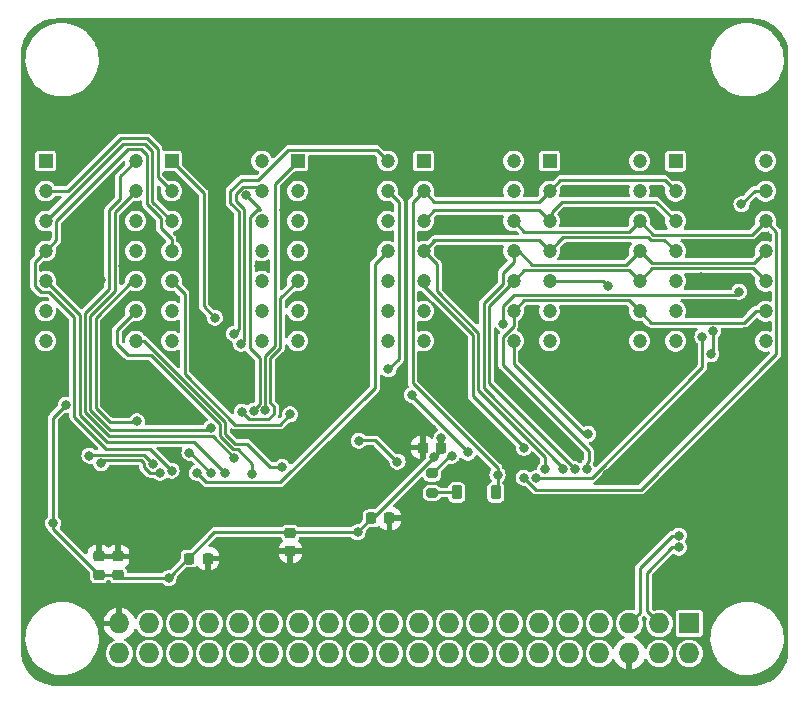
<source format=gbl>
%TF.GenerationSoftware,KiCad,Pcbnew,7.0.5*%
%TF.CreationDate,2023-07-27T20:23:40+03:00*%
%TF.ProjectId,ltp_kikad,6c74705f-6b69-46b6-9164-2e6b69636164,rev?*%
%TF.SameCoordinates,Original*%
%TF.FileFunction,Copper,L2,Bot*%
%TF.FilePolarity,Positive*%
%FSLAX46Y46*%
G04 Gerber Fmt 4.6, Leading zero omitted, Abs format (unit mm)*
G04 Created by KiCad (PCBNEW 7.0.5) date 2023-07-27 20:23:40*
%MOMM*%
%LPD*%
G01*
G04 APERTURE LIST*
G04 Aperture macros list*
%AMRoundRect*
0 Rectangle with rounded corners*
0 $1 Rounding radius*
0 $2 $3 $4 $5 $6 $7 $8 $9 X,Y pos of 4 corners*
0 Add a 4 corners polygon primitive as box body*
4,1,4,$2,$3,$4,$5,$6,$7,$8,$9,$2,$3,0*
0 Add four circle primitives for the rounded corners*
1,1,$1+$1,$2,$3*
1,1,$1+$1,$4,$5*
1,1,$1+$1,$6,$7*
1,1,$1+$1,$8,$9*
0 Add four rect primitives between the rounded corners*
20,1,$1+$1,$2,$3,$4,$5,0*
20,1,$1+$1,$4,$5,$6,$7,0*
20,1,$1+$1,$6,$7,$8,$9,0*
20,1,$1+$1,$8,$9,$2,$3,0*%
G04 Aperture macros list end*
%TA.AperFunction,ComponentPad*%
%ADD10R,1.200000X1.200000*%
%TD*%
%TA.AperFunction,ComponentPad*%
%ADD11C,1.200000*%
%TD*%
%TA.AperFunction,ComponentPad*%
%ADD12R,1.727200X1.727200*%
%TD*%
%TA.AperFunction,ComponentPad*%
%ADD13O,1.727200X1.727200*%
%TD*%
%TA.AperFunction,SMDPad,CuDef*%
%ADD14RoundRect,0.225000X-0.225000X-0.375000X0.225000X-0.375000X0.225000X0.375000X-0.225000X0.375000X0*%
%TD*%
%TA.AperFunction,SMDPad,CuDef*%
%ADD15RoundRect,0.225000X-0.225000X-0.250000X0.225000X-0.250000X0.225000X0.250000X-0.225000X0.250000X0*%
%TD*%
%TA.AperFunction,SMDPad,CuDef*%
%ADD16RoundRect,0.225000X0.225000X0.250000X-0.225000X0.250000X-0.225000X-0.250000X0.225000X-0.250000X0*%
%TD*%
%TA.AperFunction,SMDPad,CuDef*%
%ADD17RoundRect,0.225000X-0.250000X0.225000X-0.250000X-0.225000X0.250000X-0.225000X0.250000X0.225000X0*%
%TD*%
%TA.AperFunction,SMDPad,CuDef*%
%ADD18RoundRect,0.200000X0.275000X-0.200000X0.275000X0.200000X-0.275000X0.200000X-0.275000X-0.200000X0*%
%TD*%
%TA.AperFunction,ViaPad*%
%ADD19C,0.800000*%
%TD*%
%TA.AperFunction,Conductor*%
%ADD20C,0.250000*%
%TD*%
G04 APERTURE END LIST*
D10*
%TO.P,DS6,1,ANODE_COLUMN_2*%
%TO.N,2_an3*%
X174407900Y-65151000D03*
D11*
%TO.P,DS6,2,CATHODE_ROW_1*%
%TO.N,2_ca0*%
X174407900Y-67691000D03*
%TO.P,DS6,3,CATHODE_ROW_3*%
%TO.N,2_ca2*%
X174407900Y-70231000D03*
%TO.P,DS6,4,CATHODE_ROW_4*%
%TO.N,2_ca3*%
X174407900Y-72771000D03*
%TO.P,DS6,5,ANODE_COLUMN_1*%
%TO.N,2_an4*%
X174407900Y-75311000D03*
%TO.P,DS6,6,NO_PIN*%
%TO.N,unconnected-(DS6-NO_PIN-Pad6)*%
X174407900Y-77851000D03*
%TO.P,DS6,7,ANODE_DECIMAL_POINT*%
%TO.N,unconnected-(DS6-ANODE_DECIMAL_POINT-Pad7)*%
X174407900Y-80391000D03*
%TO.P,DS6,8,ANODE_COLUMN_3*%
%TO.N,2_an2*%
X182027900Y-80391000D03*
%TO.P,DS6,9,CATHODE_ROW_7*%
%TO.N,2_ca6*%
X182027900Y-77851000D03*
%TO.P,DS6,10,CATHODE_ROW_6*%
%TO.N,2_ca5*%
X182027900Y-75311000D03*
%TO.P,DS6,11,CATHODE__ROW_5*%
%TO.N,2_ca4*%
X182027900Y-72771000D03*
%TO.P,DS6,12,CAATHODE_ROW_2*%
%TO.N,2_ca1*%
X182027900Y-70231000D03*
%TO.P,DS6,13,ANODE_COLUMN_5*%
%TO.N,2_an0*%
X182027900Y-67691000D03*
%TO.P,DS6,14,ANODE_COLUMN_4*%
%TO.N,2_an1*%
X182027900Y-65151000D03*
%TD*%
D10*
%TO.P,DS3,1,ANODE_COLUMN_2*%
%TO.N,an3*%
X142403900Y-65148600D03*
D11*
%TO.P,DS3,2,CATHODE_ROW_1*%
%TO.N,ca0*%
X142403900Y-67688600D03*
%TO.P,DS3,3,CATHODE_ROW_3*%
%TO.N,ca2*%
X142403900Y-70228600D03*
%TO.P,DS3,4,CATHODE_ROW_4*%
%TO.N,ca3*%
X142403900Y-72768600D03*
%TO.P,DS3,5,ANODE_COLUMN_1*%
%TO.N,an4*%
X142403900Y-75308600D03*
%TO.P,DS3,6,NO_PIN*%
%TO.N,unconnected-(DS3-NO_PIN-Pad6)*%
X142403900Y-77848600D03*
%TO.P,DS3,7,ANODE_DECIMAL_POINT*%
%TO.N,unconnected-(DS3-ANODE_DECIMAL_POINT-Pad7)*%
X142403900Y-80388600D03*
%TO.P,DS3,8,ANODE_COLUMN_3*%
%TO.N,an2*%
X150023900Y-80388600D03*
%TO.P,DS3,9,CATHODE_ROW_7*%
%TO.N,ca6*%
X150023900Y-77848600D03*
%TO.P,DS3,10,CATHODE_ROW_6*%
%TO.N,ca5*%
X150023900Y-75308600D03*
%TO.P,DS3,11,CATHODE__ROW_5*%
%TO.N,ca4*%
X150023900Y-72768600D03*
%TO.P,DS3,12,CAATHODE_ROW_2*%
%TO.N,ca1*%
X150023900Y-70228600D03*
%TO.P,DS3,13,ANODE_COLUMN_5*%
%TO.N,an0*%
X150023900Y-67688600D03*
%TO.P,DS3,14,ANODE_COLUMN_4*%
%TO.N,an1*%
X150023900Y-65148600D03*
%TD*%
D10*
%TO.P,DS5,1,ANODE_COLUMN_2*%
%TO.N,2_an8*%
X163739900Y-65148600D03*
D11*
%TO.P,DS5,2,CATHODE_ROW_1*%
%TO.N,2_ca0*%
X163739900Y-67688600D03*
%TO.P,DS5,3,CATHODE_ROW_3*%
%TO.N,2_ca2*%
X163739900Y-70228600D03*
%TO.P,DS5,4,CATHODE_ROW_4*%
%TO.N,2_ca3*%
X163739900Y-72768600D03*
%TO.P,DS5,5,ANODE_COLUMN_1*%
%TO.N,2_an9*%
X163739900Y-75308600D03*
%TO.P,DS5,6,NO_PIN*%
%TO.N,unconnected-(DS5-NO_PIN-Pad6)*%
X163739900Y-77848600D03*
%TO.P,DS5,7,ANODE_DECIMAL_POINT*%
%TO.N,unconnected-(DS5-ANODE_DECIMAL_POINT-Pad7)*%
X163739900Y-80388600D03*
%TO.P,DS5,8,ANODE_COLUMN_3*%
%TO.N,2_an7*%
X171359900Y-80388600D03*
%TO.P,DS5,9,CATHODE_ROW_7*%
%TO.N,2_ca6*%
X171359900Y-77848600D03*
%TO.P,DS5,10,CATHODE_ROW_6*%
%TO.N,2_ca5*%
X171359900Y-75308600D03*
%TO.P,DS5,11,CATHODE__ROW_5*%
%TO.N,2_ca4*%
X171359900Y-72768600D03*
%TO.P,DS5,12,CAATHODE_ROW_2*%
%TO.N,2_ca1*%
X171359900Y-70228600D03*
%TO.P,DS5,13,ANODE_COLUMN_5*%
%TO.N,2_an5*%
X171359900Y-67688600D03*
%TO.P,DS5,14,ANODE_COLUMN_4*%
%TO.N,2_an6*%
X171359900Y-65148600D03*
%TD*%
D10*
%TO.P,DS2,1,ANODE_COLUMN_2*%
%TO.N,an8*%
X131735900Y-65148600D03*
D11*
%TO.P,DS2,2,CATHODE_ROW_1*%
%TO.N,ca0*%
X131735900Y-67688600D03*
%TO.P,DS2,3,CATHODE_ROW_3*%
%TO.N,ca2*%
X131735900Y-70228600D03*
%TO.P,DS2,4,CATHODE_ROW_4*%
%TO.N,ca3*%
X131735900Y-72768600D03*
%TO.P,DS2,5,ANODE_COLUMN_1*%
%TO.N,an9*%
X131735900Y-75308600D03*
%TO.P,DS2,6,NO_PIN*%
%TO.N,unconnected-(DS2-NO_PIN-Pad6)*%
X131735900Y-77848600D03*
%TO.P,DS2,7,ANODE_DECIMAL_POINT*%
%TO.N,unconnected-(DS2-ANODE_DECIMAL_POINT-Pad7)*%
X131735900Y-80388600D03*
%TO.P,DS2,8,ANODE_COLUMN_3*%
%TO.N,an7*%
X139355900Y-80388600D03*
%TO.P,DS2,9,CATHODE_ROW_7*%
%TO.N,ca6*%
X139355900Y-77848600D03*
%TO.P,DS2,10,CATHODE_ROW_6*%
%TO.N,ca5*%
X139355900Y-75308600D03*
%TO.P,DS2,11,CATHODE__ROW_5*%
%TO.N,ca4*%
X139355900Y-72768600D03*
%TO.P,DS2,12,CAATHODE_ROW_2*%
%TO.N,ca1*%
X139355900Y-70228600D03*
%TO.P,DS2,13,ANODE_COLUMN_5*%
%TO.N,an6*%
X139355900Y-67688600D03*
%TO.P,DS2,14,ANODE_COLUMN_4*%
%TO.N,an5*%
X139355900Y-65148600D03*
%TD*%
D10*
%TO.P,DS1,1,ANODE_COLUMN_2*%
%TO.N,an13*%
X121067900Y-65148600D03*
D11*
%TO.P,DS1,2,CATHODE_ROW_1*%
%TO.N,ca0*%
X121067900Y-67688600D03*
%TO.P,DS1,3,CATHODE_ROW_3*%
%TO.N,ca2*%
X121067900Y-70228600D03*
%TO.P,DS1,4,CATHODE_ROW_4*%
%TO.N,ca3*%
X121067900Y-72768600D03*
%TO.P,DS1,5,ANODE_COLUMN_1*%
%TO.N,an14*%
X121067900Y-75308600D03*
%TO.P,DS1,6,NO_PIN*%
%TO.N,unconnected-(DS1-NO_PIN-Pad6)*%
X121067900Y-77848600D03*
%TO.P,DS1,7,ANODE_DECIMAL_POINT*%
%TO.N,unconnected-(DS1-ANODE_DECIMAL_POINT-Pad7)*%
X121067900Y-80388600D03*
%TO.P,DS1,8,ANODE_COLUMN_3*%
%TO.N,an12*%
X128687900Y-80388600D03*
%TO.P,DS1,9,CATHODE_ROW_7*%
%TO.N,ca6*%
X128687900Y-77848600D03*
%TO.P,DS1,10,CATHODE_ROW_6*%
%TO.N,ca5*%
X128687900Y-75308600D03*
%TO.P,DS1,11,CATHODE__ROW_5*%
%TO.N,ca4*%
X128687900Y-72768600D03*
%TO.P,DS1,12,CAATHODE_ROW_2*%
%TO.N,ca1*%
X128687900Y-70228600D03*
%TO.P,DS1,13,ANODE_COLUMN_5*%
%TO.N,an10*%
X128687900Y-67688600D03*
%TO.P,DS1,14,ANODE_COLUMN_4*%
%TO.N,an11*%
X128687900Y-65148600D03*
%TD*%
D12*
%TO.P,J2,1,3.3V*%
%TO.N,unconnected-(J2-3.3V-Pad1)*%
X175580000Y-104300000D03*
D13*
%TO.P,J2,2,5V*%
%TO.N,+5V*%
X175580000Y-106840000D03*
%TO.P,J2,3,BCM2_SDA*%
%TO.N,SDA*%
X173040000Y-104300000D03*
%TO.P,J2,4,5V*%
%TO.N,+5V*%
X173040000Y-106840000D03*
%TO.P,J2,5,BCM3_SCL*%
%TO.N,SCL*%
X170500000Y-104300000D03*
%TO.P,J2,6,GND*%
%TO.N,GND*%
X170500000Y-106840000D03*
%TO.P,J2,7,BCM4_GPCLK0*%
%TO.N,unconnected-(J2-BCM4_GPCLK0-Pad7)*%
X167960000Y-104300000D03*
%TO.P,J2,8,BCM14_TXD*%
%TO.N,unconnected-(J2-BCM14_TXD-Pad8)*%
X167960000Y-106840000D03*
%TO.P,J2,9,GND*%
%TO.N,unconnected-(J2-GND-Pad9)*%
X165420000Y-104300000D03*
%TO.P,J2,10,BCM15_RXD*%
%TO.N,unconnected-(J2-BCM15_RXD-Pad10)*%
X165420000Y-106840000D03*
%TO.P,J2,11,BCM17*%
%TO.N,unconnected-(J2-BCM17-Pad11)*%
X162880000Y-104300000D03*
%TO.P,J2,12,BCM18_PCM_C*%
%TO.N,unconnected-(J2-BCM18_PCM_C-Pad12)*%
X162880000Y-106840000D03*
%TO.P,J2,13,BCM27*%
%TO.N,unconnected-(J2-BCM27-Pad13)*%
X160340000Y-104300000D03*
%TO.P,J2,14,GND*%
%TO.N,unconnected-(J2-GND-Pad14)*%
X160340000Y-106840000D03*
%TO.P,J2,15,BCM22*%
%TO.N,unconnected-(J2-BCM22-Pad15)*%
X157800000Y-104300000D03*
%TO.P,J2,16,BCM23*%
%TO.N,unconnected-(J2-BCM23-Pad16)*%
X157800000Y-106840000D03*
%TO.P,J2,17,3.3V*%
%TO.N,unconnected-(J2-3.3V-Pad17)*%
X155260000Y-104300000D03*
%TO.P,J2,18,BCM24*%
%TO.N,unconnected-(J2-BCM24-Pad18)*%
X155260000Y-106840000D03*
%TO.P,J2,19,BCM10_MOSI*%
%TO.N,unconnected-(J2-BCM10_MOSI-Pad19)*%
X152720000Y-104300000D03*
%TO.P,J2,20,GND*%
%TO.N,unconnected-(J2-GND-Pad20)*%
X152720000Y-106840000D03*
%TO.P,J2,21,BCM9_MISO*%
%TO.N,unconnected-(J2-BCM9_MISO-Pad21)*%
X150180000Y-104300000D03*
%TO.P,J2,22,BCM25*%
%TO.N,unconnected-(J2-BCM25-Pad22)*%
X150180000Y-106840000D03*
%TO.P,J2,23,BCM11_SCLK*%
%TO.N,unconnected-(J2-BCM11_SCLK-Pad23)*%
X147640000Y-104300000D03*
%TO.P,J2,24,BCM8_CE0*%
%TO.N,unconnected-(J2-BCM8_CE0-Pad24)*%
X147640000Y-106840000D03*
%TO.P,J2,25,GND*%
%TO.N,unconnected-(J2-GND-Pad25)*%
X145100000Y-104300000D03*
%TO.P,J2,26,BCM7_CE1*%
%TO.N,unconnected-(J2-BCM7_CE1-Pad26)*%
X145100000Y-106840000D03*
%TO.P,J2,27,BCM0_ID_SD*%
%TO.N,unconnected-(J2-BCM0_ID_SD-Pad27)*%
X142560000Y-104300000D03*
%TO.P,J2,28,BCM1_ID_SC*%
%TO.N,unconnected-(J2-BCM1_ID_SC-Pad28)*%
X142560000Y-106840000D03*
%TO.P,J2,29,BCM5*%
%TO.N,unconnected-(J2-BCM5-Pad29)*%
X140020000Y-104300000D03*
%TO.P,J2,30,GND*%
%TO.N,unconnected-(J2-GND-Pad30)*%
X140020000Y-106840000D03*
%TO.P,J2,31,BCM6*%
%TO.N,unconnected-(J2-BCM6-Pad31)*%
X137480000Y-104300000D03*
%TO.P,J2,32,BCM12_PWM0*%
%TO.N,unconnected-(J2-BCM12_PWM0-Pad32)*%
X137480000Y-106840000D03*
%TO.P,J2,33,BCM13_PWM1*%
%TO.N,unconnected-(J2-BCM13_PWM1-Pad33)*%
X134940000Y-104300000D03*
%TO.P,J2,34,GND*%
%TO.N,unconnected-(J2-GND-Pad34)*%
X134940000Y-106840000D03*
%TO.P,J2,35,BCM19_MISO_PCM_FS*%
%TO.N,unconnected-(J2-BCM19_MISO_PCM_FS-Pad35)*%
X132400000Y-104300000D03*
%TO.P,J2,36,BCM16*%
%TO.N,unconnected-(J2-BCM16-Pad36)*%
X132400000Y-106840000D03*
%TO.P,J2,37,BCM26*%
%TO.N,unconnected-(J2-BCM26-Pad37)*%
X129860000Y-104300000D03*
%TO.P,J2,38,BCM20_MOSI_PCM_DI*%
%TO.N,unconnected-(J2-BCM20_MOSI_PCM_DI-Pad38)*%
X129860000Y-106840000D03*
%TO.P,J2,39,GND*%
%TO.N,GND*%
X127320000Y-104300000D03*
%TO.P,J2,40,BCM21_SCLK_PCM_DO*%
%TO.N,unconnected-(J2-BCM21_SCLK_PCM_DO-Pad40)*%
X127320000Y-106840000D03*
%TD*%
D10*
%TO.P,DS4,1,ANODE_COLUMN_2*%
%TO.N,2_an13*%
X153071900Y-65148600D03*
D11*
%TO.P,DS4,2,CATHODE_ROW_1*%
%TO.N,2_ca0*%
X153071900Y-67688600D03*
%TO.P,DS4,3,CATHODE_ROW_3*%
%TO.N,2_ca2*%
X153071900Y-70228600D03*
%TO.P,DS4,4,CATHODE_ROW_4*%
%TO.N,2_ca3*%
X153071900Y-72768600D03*
%TO.P,DS4,5,ANODE_COLUMN_1*%
%TO.N,2_an14*%
X153071900Y-75308600D03*
%TO.P,DS4,6,NO_PIN*%
%TO.N,unconnected-(DS4-NO_PIN-Pad6)*%
X153071900Y-77848600D03*
%TO.P,DS4,7,ANODE_DECIMAL_POINT*%
%TO.N,unconnected-(DS4-ANODE_DECIMAL_POINT-Pad7)*%
X153071900Y-80388600D03*
%TO.P,DS4,8,ANODE_COLUMN_3*%
%TO.N,2_an12*%
X160691900Y-80388600D03*
%TO.P,DS4,9,CATHODE_ROW_7*%
%TO.N,2_ca6*%
X160691900Y-77848600D03*
%TO.P,DS4,10,CATHODE_ROW_6*%
%TO.N,2_ca5*%
X160691900Y-75308600D03*
%TO.P,DS4,11,CATHODE__ROW_5*%
%TO.N,2_ca4*%
X160691900Y-72768600D03*
%TO.P,DS4,12,CAATHODE_ROW_2*%
%TO.N,2_ca1*%
X160691900Y-70228600D03*
%TO.P,DS4,13,ANODE_COLUMN_5*%
%TO.N,2_an10*%
X160691900Y-67688600D03*
%TO.P,DS4,14,ANODE_COLUMN_4*%
%TO.N,2_an11*%
X160691900Y-65148600D03*
%TD*%
D14*
%TO.P,D1,1,K*%
%TO.N,Net-(D1-K)*%
X155887000Y-93200000D03*
%TO.P,D1,2,A*%
%TO.N,2_ca0*%
X159187000Y-93200000D03*
%TD*%
D15*
%TO.P,C15,1*%
%TO.N,+5V*%
X148637000Y-95400000D03*
%TO.P,C15,2*%
%TO.N,GND*%
X150187000Y-95400000D03*
%TD*%
D16*
%TO.P,C14,1*%
%TO.N,+5V*%
X154537000Y-89400000D03*
%TO.P,C14,2*%
%TO.N,GND*%
X152987000Y-89400000D03*
%TD*%
D17*
%TO.P,C16,1*%
%TO.N,+5V*%
X141787000Y-96650000D03*
%TO.P,C16,2*%
%TO.N,GND*%
X141787000Y-98200000D03*
%TD*%
%TO.P,C3,1*%
%TO.N,GND*%
X125587000Y-98625000D03*
%TO.P,C3,2*%
%TO.N,+5V*%
X125587000Y-100175000D03*
%TD*%
D15*
%TO.P,C18,1*%
%TO.N,+5V*%
X133237000Y-98800000D03*
%TO.P,C18,2*%
%TO.N,GND*%
X134787000Y-98800000D03*
%TD*%
D17*
%TO.P,C4,1*%
%TO.N,GND*%
X127187000Y-98625000D03*
%TO.P,C4,2*%
%TO.N,+5V*%
X127187000Y-100175000D03*
%TD*%
D18*
%TO.P,R2,1*%
%TO.N,Net-(D1-K)*%
X153787000Y-93250000D03*
%TO.P,R2,2*%
%TO.N,2_an2*%
X153787000Y-91600000D03*
%TD*%
D19*
%TO.N,2_an13*%
X152077000Y-84930000D03*
X156826653Y-89821341D03*
%TO.N,2_ca0*%
X159338900Y-91694000D03*
%TO.N,2_ca2*%
X162614400Y-91988419D03*
X176677143Y-80011063D03*
%TO.N,2_ca3*%
X163338900Y-91261100D03*
%TO.N,2_an14*%
X161556503Y-89430497D03*
%TO.N,2_an12*%
X166987000Y-88255997D03*
%TO.N,2_ca6*%
X166878403Y-91261100D03*
%TO.N,2_ca5*%
X165878900Y-91261100D03*
%TO.N,2_ca4*%
X164879397Y-91261100D03*
%TO.N,2_ca1*%
X161544000Y-91948000D03*
%TO.N,2_an11*%
X177402000Y-81500923D03*
X177575223Y-79571850D03*
%TO.N,2_an9*%
X168683096Y-75727100D03*
%TO.N,2_an2*%
X155452710Y-90100245D03*
%TO.N,2_an0*%
X179987000Y-68800000D03*
X159835982Y-78911772D03*
X179787000Y-76200000D03*
%TO.N,+5V*%
X154583857Y-88603143D03*
X122772000Y-85784328D03*
X153987000Y-90200000D03*
X147479700Y-96570800D03*
X131481900Y-100454600D03*
X121688900Y-95800000D03*
%TO.N,GND*%
X143987000Y-90600000D03*
X158587000Y-102000000D03*
X122587000Y-66400000D03*
X152311500Y-90600000D03*
X131787000Y-89800000D03*
X178187000Y-62000000D03*
X153187000Y-83000000D03*
X168487000Y-72800000D03*
X124987000Y-69400000D03*
X180187000Y-79600000D03*
X127187000Y-97400000D03*
X119587000Y-100200000D03*
X173987000Y-88000000D03*
X129787000Y-97400000D03*
X143499299Y-71712299D03*
X169687000Y-87900000D03*
X155987000Y-94800000D03*
X158187000Y-97800000D03*
X127635000Y-74041000D03*
X133985000Y-79756000D03*
X177187000Y-97600000D03*
X162187000Y-98600000D03*
X133787000Y-96000000D03*
X155587000Y-101800000D03*
X168587000Y-109000000D03*
X155787000Y-83200000D03*
X167787000Y-102000000D03*
X180787000Y-72200000D03*
X166287000Y-70100000D03*
X176987000Y-102200000D03*
X159187000Y-73000000D03*
X160587000Y-90600000D03*
X136387000Y-69600000D03*
X122187000Y-74000000D03*
X170587000Y-100200000D03*
X180187000Y-81600000D03*
X135787000Y-81400000D03*
X182987000Y-85200000D03*
X182987000Y-91000000D03*
X151987000Y-96200000D03*
X154987000Y-79800000D03*
X135487000Y-62000000D03*
X174187000Y-101600000D03*
X125587000Y-97400000D03*
X182987000Y-88000000D03*
X163587000Y-87800000D03*
X125735500Y-75200000D03*
X157187000Y-77800000D03*
X156887000Y-62000000D03*
X127387000Y-102200000D03*
X126365000Y-81407000D03*
X131187000Y-99200000D03*
X155387000Y-73000000D03*
X178587000Y-77400000D03*
X136387000Y-77648100D03*
X170587000Y-109000000D03*
X119387000Y-71200000D03*
X139110499Y-74038600D03*
X141285392Y-69320866D03*
X126387000Y-85800000D03*
X167487000Y-62000000D03*
X182987000Y-100000000D03*
X158187000Y-88600000D03*
X153783857Y-87803143D03*
X146087000Y-62000000D03*
X119587000Y-92800000D03*
X149787000Y-91800000D03*
X155587000Y-85600000D03*
X119587000Y-96000000D03*
X173987000Y-91600000D03*
X133350000Y-67945000D03*
X169587000Y-64200000D03*
X152587000Y-100000000D03*
X130187000Y-79200000D03*
X166878000Y-65405000D03*
X163787000Y-109000000D03*
X119387000Y-76600000D03*
X169187000Y-81600000D03*
X124987000Y-62000000D03*
X119387000Y-81600000D03*
X166187000Y-100000000D03*
X119587000Y-89600000D03*
X164587000Y-98400000D03*
X176987000Y-99800000D03*
X181187000Y-76600000D03*
X122987000Y-91800000D03*
X164987000Y-78800000D03*
X155587000Y-66400000D03*
X150587000Y-98200000D03*
X122187000Y-84600000D03*
X166987000Y-96600000D03*
X178435000Y-69469000D03*
X136387000Y-72200000D03*
X168645299Y-91658299D03*
X143187000Y-87400000D03*
X150387000Y-86200000D03*
X168987000Y-78200000D03*
X176587000Y-75000000D03*
X146587000Y-88000000D03*
X158787000Y-65400000D03*
X166187000Y-109000000D03*
X122187000Y-79000000D03*
X125787000Y-96000000D03*
X155387000Y-70600000D03*
X166287000Y-67700000D03*
X176787000Y-72600000D03*
X126187000Y-92200000D03*
%TO.N,SCL*%
X150862500Y-90600000D03*
X174673426Y-96853449D03*
X147587000Y-88821500D03*
%TO.N,SDA*%
X174687500Y-97863974D03*
%TO.N,ca2*%
X125787000Y-90724500D03*
X130756553Y-91537378D03*
%TO.N,ca3*%
X131740990Y-91364493D03*
%TO.N,ca4*%
X133876150Y-91548850D03*
%TO.N,ca5*%
X133245449Y-89824100D03*
X135040699Y-91526899D03*
X128787000Y-87187100D03*
%TO.N,ca6*%
X138557000Y-91620500D03*
%TO.N,an13*%
X124787000Y-90101483D03*
X130125200Y-90762524D03*
%TO.N,an14*%
X136271000Y-91584366D03*
%TO.N,an12*%
X141101449Y-91054551D03*
%TO.N,an10*%
X135100697Y-87719703D03*
%TO.N,an11*%
X137033000Y-90270500D03*
%TO.N,an9*%
X141787000Y-86600000D03*
%TO.N,an8*%
X135387000Y-78400000D03*
%TO.N,an6*%
X137587000Y-80600000D03*
%TO.N,an5*%
X138049000Y-68034000D03*
X138675693Y-86287100D03*
%TO.N,an4*%
X137676601Y-86373899D03*
%TO.N,an3*%
X139673384Y-86226948D03*
%TO.N,an1*%
X137032165Y-79768638D03*
%TO.N,an0*%
X150101601Y-82791601D03*
%TD*%
D20*
%TO.N,an12*%
X129431295Y-80388600D02*
X128687900Y-80388600D01*
X136275697Y-87233002D02*
X129431295Y-80388600D01*
X140066051Y-91054551D02*
X138107000Y-89095500D01*
X138107000Y-89095500D02*
X137130792Y-89095500D01*
X137130792Y-89095500D02*
X136275697Y-88240405D01*
X141101449Y-91054551D02*
X140066051Y-91054551D01*
X136275697Y-88240405D02*
X136275697Y-87233002D01*
%TO.N,ca6*%
X138557000Y-90769195D02*
X138557000Y-91620500D01*
X137333305Y-89545500D02*
X138557000Y-90769195D01*
X135825697Y-87419398D02*
X135825697Y-88426801D01*
X135825697Y-88426801D02*
X136944396Y-89545500D01*
X128082000Y-81600000D02*
X130006299Y-81600000D01*
X136944396Y-89545500D02*
X137333305Y-89545500D01*
X127127000Y-80645000D02*
X128082000Y-81600000D01*
X130006299Y-81600000D02*
X135825697Y-87419398D01*
X127127000Y-79409500D02*
X127127000Y-80645000D01*
X128687900Y-77848600D02*
X127127000Y-79409500D01*
%TO.N,ca2*%
X129874749Y-91537378D02*
X130756553Y-91537378D01*
X129400200Y-91062829D02*
X129874749Y-91537378D01*
X129176280Y-90450000D02*
X129400200Y-90673920D01*
X129400200Y-90673920D02*
X129400200Y-91062829D01*
X126061500Y-90450000D02*
X129176280Y-90450000D01*
X125787000Y-90724500D02*
X126061500Y-90450000D01*
%TO.N,an4*%
X138314802Y-87012100D02*
X137676601Y-86373899D01*
X139913537Y-87012100D02*
X138314802Y-87012100D01*
X140398384Y-86527253D02*
X139913537Y-87012100D01*
X140087000Y-85615259D02*
X140398384Y-85926643D01*
X140087000Y-81800000D02*
X140087000Y-85615259D01*
X140398384Y-85926643D02*
X140398384Y-86527253D01*
X140937000Y-80950000D02*
X140087000Y-81800000D01*
X140937000Y-76775500D02*
X140937000Y-80950000D01*
X142403900Y-75308600D02*
X140937000Y-76775500D01*
%TO.N,an3*%
X140487000Y-67065500D02*
X142403900Y-65148600D01*
X140487000Y-80763604D02*
X140487000Y-67065500D01*
X139637000Y-81613604D02*
X140487000Y-80763604D01*
X139637000Y-86190564D02*
X139637000Y-81613604D01*
X139673384Y-86226948D02*
X139637000Y-86190564D01*
%TO.N,an5*%
X138675693Y-86199334D02*
X138675693Y-86287100D01*
X139187000Y-85688027D02*
X138675693Y-86199334D01*
X139187000Y-81800000D02*
X139187000Y-85688027D01*
X138385499Y-69890853D02*
X138385499Y-80998499D01*
X138972752Y-69303600D02*
X138385499Y-69890853D01*
X138385499Y-80998499D02*
X139187000Y-81800000D01*
X139187000Y-69303600D02*
X138972752Y-69303600D01*
X138049000Y-68034000D02*
X139187000Y-69172000D01*
X139187000Y-69172000D02*
X139187000Y-69303600D01*
%TO.N,an9*%
X132842000Y-83162909D02*
X132842000Y-76414700D01*
X137141191Y-87462100D02*
X132842000Y-83162909D01*
X132842000Y-76414700D02*
X131735900Y-75308600D01*
X140924900Y-87462100D02*
X137141191Y-87462100D01*
X141787000Y-86600000D02*
X140924900Y-87462100D01*
%TO.N,2_an13*%
X156826653Y-89821341D02*
X152077000Y-85071688D01*
X152077000Y-85071688D02*
X152077000Y-84930000D01*
%TO.N,2_ca0*%
X159338900Y-93048100D02*
X159187000Y-93200000D01*
X152146900Y-68613600D02*
X153071900Y-67688600D01*
X159338900Y-91694000D02*
X159338900Y-91139900D01*
X159338900Y-91139900D02*
X152146900Y-83947900D01*
X164664900Y-66763600D02*
X163739900Y-67688600D01*
X173480500Y-66763600D02*
X164664900Y-66763600D01*
X153071900Y-67688600D02*
X153996900Y-68613600D01*
X159338900Y-91694000D02*
X159338900Y-93048100D01*
X152146900Y-83947900D02*
X152146900Y-68613600D01*
X162814900Y-68613600D02*
X163739900Y-67688600D01*
X153996900Y-68613600D02*
X162814900Y-68613600D01*
X174407900Y-67691000D02*
X173480500Y-66763600D01*
%TO.N,2_ca2*%
X167293400Y-91985600D02*
X162617219Y-91985600D01*
X172792900Y-68613600D02*
X164773400Y-68613600D01*
X176677143Y-82601857D02*
X167293400Y-91985600D01*
X162814900Y-69303600D02*
X153996900Y-69303600D01*
X174407900Y-70228600D02*
X172792900Y-68613600D01*
X162617219Y-91985600D02*
X162614400Y-91988419D01*
X164773400Y-68613600D02*
X163946098Y-69440902D01*
X163946098Y-69440902D02*
X163946098Y-70022402D01*
X153996900Y-69303600D02*
X153071900Y-70228600D01*
X163739900Y-70228600D02*
X162814900Y-69303600D01*
X176677143Y-80011063D02*
X176677143Y-82601857D01*
%TO.N,2_ca3*%
X153071900Y-72768600D02*
X153996900Y-71843600D01*
X173463300Y-71824000D02*
X172318904Y-71824000D01*
X157688900Y-79665504D02*
X154187000Y-76163604D01*
X164565400Y-71943100D02*
X163739900Y-72768600D01*
X163338900Y-91261100D02*
X163338900Y-90188296D01*
X172318904Y-71824000D02*
X172098504Y-71603600D01*
X163338900Y-90188296D02*
X157688900Y-84538296D01*
X172098504Y-71603600D02*
X164904900Y-71603600D01*
X153996900Y-71843600D02*
X162814900Y-71843600D01*
X154187000Y-73883700D02*
X153071900Y-72768600D01*
X157688900Y-84538296D02*
X157688900Y-79665504D01*
X154187000Y-76163604D02*
X154187000Y-73883700D01*
X164904900Y-71603600D02*
X164565400Y-71943100D01*
X174407900Y-72768600D02*
X173463300Y-71824000D01*
X162814900Y-71843600D02*
X163739900Y-72768600D01*
X154023900Y-71816600D02*
X153071900Y-72768600D01*
%TO.N,2_an14*%
X157238900Y-85051900D02*
X157238900Y-79851900D01*
X157238900Y-79851900D02*
X153071900Y-75684900D01*
X161556503Y-89369503D02*
X157238900Y-85051900D01*
X161556503Y-89430497D02*
X161556503Y-89369503D01*
X153071900Y-75684900D02*
X153071900Y-75308600D01*
%TO.N,2_an12*%
X160691900Y-82295400D02*
X160691900Y-80388600D01*
X166652497Y-88255997D02*
X160691900Y-82295400D01*
X166987000Y-88255997D02*
X166652497Y-88255997D01*
%TO.N,2_ca6*%
X181179372Y-77851000D02*
X180183022Y-78847350D01*
X172358650Y-78847350D02*
X171359900Y-77848600D01*
X165136900Y-76923600D02*
X161616900Y-76923600D01*
X160691900Y-79080452D02*
X160691900Y-77848600D01*
X159766900Y-82379900D02*
X159766900Y-80005452D01*
X182027900Y-77851000D02*
X181179372Y-77851000D01*
X167062000Y-90500305D02*
X167062000Y-89675000D01*
X180183022Y-78847350D02*
X172358650Y-78847350D01*
X166878403Y-90683902D02*
X167062000Y-90500305D01*
X161616900Y-76923600D02*
X160691900Y-77848600D01*
X166878403Y-91261100D02*
X166878403Y-90683902D01*
X159766900Y-80005452D02*
X160691900Y-79080452D01*
X170434900Y-76923600D02*
X171359900Y-77848600D01*
X165136900Y-76923600D02*
X170434900Y-76923600D01*
X167062000Y-89675000D02*
X159766900Y-82379900D01*
%TO.N,2_ca5*%
X158612949Y-77387551D02*
X160691900Y-75308600D01*
X182027900Y-75308600D02*
X180953900Y-74234600D01*
X172433900Y-74234600D02*
X171359900Y-75308600D01*
X160691900Y-75308600D02*
X161616900Y-74383600D01*
X170434900Y-74383600D02*
X161616900Y-74383600D01*
X158612949Y-77387551D02*
X158612949Y-83922045D01*
X165878900Y-91261100D02*
X165878900Y-91187996D01*
X171359900Y-75308600D02*
X170434900Y-74383600D01*
X180953900Y-74234600D02*
X172433900Y-74234600D01*
X165878900Y-91187996D02*
X158612949Y-83922045D01*
%TO.N,2_ca4*%
X159766900Y-74620100D02*
X160691900Y-73695100D01*
X181519900Y-73276600D02*
X181329400Y-73467100D01*
X158162949Y-84375949D02*
X158162949Y-77201155D01*
X158162949Y-77201155D02*
X159766900Y-75597204D01*
X170194900Y-73933600D02*
X171359900Y-72768600D01*
X164879397Y-91092397D02*
X158162949Y-84375949D01*
X164879397Y-91261100D02*
X164879397Y-91092397D01*
X161121205Y-72768600D02*
X162286205Y-73933600D01*
X159766900Y-75597204D02*
X159766900Y-74620100D01*
X181011900Y-73784600D02*
X181329400Y-73467100D01*
X181329400Y-73467100D02*
X181102900Y-73693600D01*
X160691900Y-73695100D02*
X160691900Y-72768600D01*
X162286205Y-73933600D02*
X170194900Y-73933600D01*
X181519900Y-73276600D02*
X181011900Y-73784600D01*
X172375900Y-73784600D02*
X171359900Y-72768600D01*
X160691900Y-72768600D02*
X161121205Y-72768600D01*
X181011900Y-73784600D02*
X172375900Y-73784600D01*
X182027900Y-72768600D02*
X181519900Y-73276600D01*
%TO.N,2_ca1*%
X180882500Y-71374000D02*
X172505300Y-71374000D01*
X182952900Y-81459405D02*
X182952900Y-71153600D01*
X161544000Y-91948000D02*
X162560000Y-92964000D01*
X171448305Y-92964000D02*
X182952900Y-81459405D01*
X172505300Y-71374000D02*
X171359900Y-70228600D01*
X162560000Y-92964000D02*
X171448305Y-92964000D01*
X161616900Y-71153600D02*
X170434900Y-71153600D01*
X182027900Y-70228600D02*
X180882500Y-71374000D01*
X160691900Y-70228600D02*
X161616900Y-71153600D01*
X170434900Y-71153600D02*
X171359900Y-70228600D01*
X182952900Y-71153600D02*
X182027900Y-70228600D01*
%TO.N,2_an11*%
X177587000Y-79583627D02*
X177575223Y-79571850D01*
X177587000Y-81315923D02*
X177587000Y-79583627D01*
X177402000Y-81500923D02*
X177587000Y-81315923D01*
%TO.N,2_an9*%
X168264596Y-75308600D02*
X163739900Y-75308600D01*
X168683096Y-75727100D02*
X168264596Y-75308600D01*
%TO.N,2_an2*%
X155286755Y-90100245D02*
X153787000Y-91600000D01*
X155452710Y-90100245D02*
X155286755Y-90100245D01*
%TO.N,2_an0*%
X159835982Y-78911772D02*
X159766900Y-78842690D01*
X160735400Y-76451600D02*
X179535400Y-76451600D01*
X179987000Y-68800000D02*
X181096000Y-67691000D01*
X159766900Y-78842690D02*
X159766900Y-77420100D01*
X179535400Y-76451600D02*
X179787000Y-76200000D01*
X181096000Y-67691000D02*
X182027900Y-67691000D01*
X159766900Y-77420100D02*
X160735400Y-76451600D01*
%TO.N,+5V*%
X141787000Y-96650000D02*
X141707800Y-96570800D01*
X121688900Y-95800000D02*
X121688900Y-96276900D01*
X154537000Y-89400000D02*
X154537000Y-89650000D01*
X147479700Y-96570800D02*
X141866200Y-96570800D01*
X127187000Y-100175000D02*
X125587000Y-100175000D01*
X153969538Y-90200000D02*
X148769538Y-95400000D01*
X121688900Y-96276900D02*
X125587000Y-100175000D01*
X127163900Y-100454600D02*
X131481900Y-100454600D01*
X154587000Y-89600000D02*
X154587000Y-88606286D01*
X121688900Y-86867428D02*
X122772000Y-85784328D01*
X153987000Y-90200000D02*
X153969538Y-90200000D01*
X141866200Y-96570800D02*
X141787000Y-96650000D01*
X147479700Y-96557300D02*
X148637000Y-95400000D01*
X147479700Y-96570800D02*
X147479700Y-96557300D01*
X141707800Y-96570800D02*
X135365700Y-96570800D01*
X131481900Y-100454600D02*
X135365700Y-96570800D01*
X154587000Y-88606286D02*
X154583857Y-88603143D01*
X154537000Y-89650000D02*
X153987000Y-90200000D01*
X121688900Y-95800000D02*
X121688900Y-86867428D01*
X148769538Y-95400000D02*
X148637000Y-95400000D01*
%TO.N,SCL*%
X174133551Y-96853449D02*
X171363599Y-99623401D01*
X150787000Y-90600000D02*
X150862500Y-90600000D01*
X148987000Y-88800000D02*
X150787000Y-90600000D01*
X147608500Y-88800000D02*
X148987000Y-88800000D01*
X147587000Y-88821500D02*
X147608500Y-88800000D01*
X171363599Y-103436401D02*
X170500000Y-104300000D01*
X174673426Y-96853449D02*
X174133551Y-96853449D01*
X171363599Y-99623401D02*
X171363599Y-103436401D01*
%TO.N,SDA*%
X171987000Y-103247000D02*
X173040000Y-104300000D01*
X174147624Y-97863974D02*
X171987000Y-100024598D01*
X174687500Y-97863974D02*
X174147624Y-97863974D01*
X171987000Y-100024598D02*
X171987000Y-103247000D01*
%TO.N,ca0*%
X130556000Y-66508700D02*
X130556000Y-64120696D01*
X127428408Y-63231696D02*
X122971504Y-67688600D01*
X129667000Y-63231696D02*
X127428408Y-63231696D01*
X130556000Y-64120696D02*
X129667000Y-63231696D01*
X122971504Y-67688600D02*
X121067900Y-67688600D01*
X131735900Y-67688600D02*
X130556000Y-66508700D01*
%TO.N,ca2*%
X130106000Y-68598700D02*
X130106000Y-64307092D01*
X127614804Y-63681696D02*
X121067900Y-70228600D01*
X130106000Y-68598700D02*
X131735900Y-70228600D01*
X130106000Y-64307092D02*
X129480604Y-63681696D01*
X129480604Y-63681696D02*
X127614804Y-63681696D01*
%TO.N,ca3*%
X121992900Y-70194100D02*
X121992900Y-71843600D01*
X130810900Y-69939996D02*
X129656000Y-68785096D01*
X126223504Y-89532600D02*
X123496500Y-86805596D01*
X123496500Y-86805596D02*
X123496500Y-78345596D01*
X120142900Y-75691748D02*
X120142900Y-73693600D01*
X121992900Y-71843600D02*
X121067900Y-72768600D01*
X129920581Y-89532600D02*
X126223504Y-89532600D01*
X128055304Y-64131696D02*
X121992900Y-70194100D01*
X131740990Y-91364493D02*
X131740990Y-91353009D01*
X131735900Y-72768600D02*
X131735900Y-71748900D01*
X123496500Y-78345596D02*
X121384504Y-76233600D01*
X129656000Y-68785096D02*
X129656000Y-64669000D01*
X131740990Y-91353009D02*
X129920581Y-89532600D01*
X131735900Y-71748900D02*
X130810900Y-70823900D01*
X129118696Y-64131696D02*
X128055304Y-64131696D01*
X120142900Y-73693600D02*
X121067900Y-72768600D01*
X121384504Y-76233600D02*
X120684752Y-76233600D01*
X129656000Y-64669000D02*
X129118696Y-64131696D01*
X120684752Y-76233600D02*
X120142900Y-75691748D01*
X130810900Y-70823900D02*
X130810900Y-69939996D01*
%TO.N,ca4*%
X148971000Y-84328000D02*
X140953500Y-92345500D01*
X140953500Y-92345500D02*
X138430000Y-92345500D01*
X133876150Y-91548850D02*
X134672800Y-92345500D01*
X134672800Y-92345500D02*
X138430000Y-92345500D01*
X148971000Y-73821500D02*
X148971000Y-84328000D01*
X150023900Y-72768600D02*
X148971000Y-73821500D01*
%TO.N,ca5*%
X128698896Y-87275204D02*
X126511692Y-87275204D01*
X125296500Y-78411500D02*
X128426400Y-75281600D01*
X125296500Y-86060012D02*
X125296500Y-78411500D01*
X133337900Y-89824100D02*
X135040699Y-91526899D01*
X128787000Y-87187100D02*
X128698896Y-87275204D01*
X133245449Y-89824100D02*
X133337900Y-89824100D01*
X126511692Y-87275204D02*
X125296500Y-86060012D01*
X128426400Y-75281600D02*
X128688900Y-75281600D01*
%TO.N,an13*%
X124787000Y-90101483D02*
X124888483Y-90000000D01*
X124888483Y-90000000D02*
X129362676Y-90000000D01*
X129362676Y-90000000D02*
X130125200Y-90762524D01*
%TO.N,an14*%
X136230399Y-91526399D02*
X133615600Y-88911600D01*
X123946500Y-78159200D02*
X121068900Y-75281600D01*
X133615600Y-88911600D02*
X126238900Y-88911600D01*
X136230399Y-91543765D02*
X136230399Y-91526399D01*
X126238900Y-88911600D02*
X123946500Y-86619200D01*
X136271000Y-91584366D02*
X136230399Y-91543765D01*
X123946500Y-86619200D02*
X123946500Y-78159200D01*
%TO.N,an10*%
X126910000Y-76161604D02*
X126910000Y-69466500D01*
X135100697Y-87719703D02*
X134908300Y-87912100D01*
X124846500Y-78225104D02*
X126910000Y-76161604D01*
X124846500Y-86246408D02*
X124846500Y-78225104D01*
X126910000Y-69466500D02*
X128687900Y-67688600D01*
X134908300Y-87912100D02*
X126512192Y-87912100D01*
X126512192Y-87912100D02*
X124846500Y-86246408D01*
%TO.N,an11*%
X127387000Y-68353104D02*
X127387000Y-66449500D01*
X127387000Y-66449500D02*
X128687900Y-65148600D01*
X124396500Y-78038708D02*
X126460000Y-75975208D01*
X124396500Y-86432804D02*
X124396500Y-78038708D01*
X137033000Y-90270500D02*
X135207203Y-88444703D01*
X126460000Y-75975208D02*
X126460000Y-69280104D01*
X135207203Y-88444703D02*
X126408399Y-88444703D01*
X126408399Y-88444703D02*
X124396500Y-86432804D01*
X126460000Y-69280104D02*
X127387000Y-68353104D01*
%TO.N,an8*%
X134445048Y-77458048D02*
X134445048Y-67857748D01*
X134445048Y-67857748D02*
X131735900Y-65148600D01*
X135387000Y-78400000D02*
X134445048Y-77458048D01*
%TO.N,an6*%
X137324000Y-67733695D02*
X137748195Y-67309500D01*
X137524347Y-68862653D02*
X137160000Y-68498305D01*
X137748695Y-67309000D02*
X137160000Y-67897695D01*
X137888411Y-80298589D02*
X137888411Y-69226717D01*
X138976800Y-67309500D02*
X139355900Y-67688600D01*
X139355900Y-67688600D02*
X138976300Y-67309000D01*
X137748195Y-67309500D02*
X138976800Y-67309500D01*
X138976300Y-67309000D02*
X137748695Y-67309000D01*
X137160000Y-68498306D02*
X137524347Y-68862653D01*
X137888411Y-69226717D02*
X137524347Y-68862653D01*
X137587000Y-80600000D02*
X137888411Y-80298589D01*
X137160000Y-67897695D02*
X137160000Y-68498306D01*
%TO.N,an1*%
X136710000Y-68684704D02*
X136710000Y-67711299D01*
X141627952Y-64223600D02*
X149098900Y-64223600D01*
X137438411Y-79362392D02*
X137438411Y-69413115D01*
X139087952Y-66763600D02*
X141627952Y-64223600D01*
X136710000Y-67711299D02*
X137657699Y-66763600D01*
X137438411Y-69413115D02*
X136710000Y-68684704D01*
X137032165Y-79768638D02*
X137438411Y-79362392D01*
X137657699Y-66763600D02*
X139087952Y-66763600D01*
X149098900Y-64223600D02*
X150023900Y-65148600D01*
%TO.N,an0*%
X150987000Y-81906202D02*
X150987000Y-68651700D01*
X150101601Y-82791601D02*
X150987000Y-81906202D01*
X150987000Y-68651700D02*
X150023900Y-67688600D01*
%TO.N,Net-(D1-K)*%
X153837000Y-93200000D02*
X153787000Y-93250000D01*
X155887000Y-93200000D02*
X153837000Y-93200000D01*
%TD*%
%TA.AperFunction,Conductor*%
%TO.N,GND*%
G36*
X181312730Y-78393617D02*
G01*
X181361547Y-78426827D01*
X181435479Y-78508938D01*
X181435482Y-78508940D01*
X181435485Y-78508943D01*
X181585225Y-78617736D01*
X181754312Y-78693018D01*
X181935356Y-78731500D01*
X181935357Y-78731500D01*
X182120442Y-78731500D01*
X182120444Y-78731500D01*
X182301488Y-78693018D01*
X182372966Y-78661193D01*
X182442215Y-78651910D01*
X182505491Y-78681538D01*
X182542704Y-78740673D01*
X182547400Y-78774474D01*
X182547400Y-79467525D01*
X182527715Y-79534564D01*
X182474911Y-79580319D01*
X182405753Y-79590263D01*
X182372966Y-79580805D01*
X182301489Y-79548982D01*
X182301486Y-79548981D01*
X182161087Y-79519139D01*
X182120444Y-79510500D01*
X181935356Y-79510500D01*
X181894713Y-79519139D01*
X181754314Y-79548981D01*
X181585223Y-79624265D01*
X181435482Y-79733059D01*
X181435479Y-79733061D01*
X181311635Y-79870605D01*
X181311633Y-79870608D01*
X181219095Y-80030890D01*
X181219090Y-80030902D01*
X181161898Y-80206920D01*
X181161897Y-80206922D01*
X181142550Y-80390999D01*
X181161897Y-80575077D01*
X181161898Y-80575079D01*
X181219090Y-80751097D01*
X181219095Y-80751109D01*
X181311633Y-80911391D01*
X181311635Y-80911394D01*
X181435479Y-81048938D01*
X181435482Y-81048940D01*
X181435485Y-81048943D01*
X181585225Y-81157736D01*
X181754312Y-81233018D01*
X181935356Y-81271500D01*
X181935357Y-81271500D01*
X182120442Y-81271500D01*
X182120444Y-81271500D01*
X182278505Y-81237903D01*
X182348170Y-81243219D01*
X182403904Y-81285356D01*
X182428009Y-81350936D01*
X182412832Y-81419137D01*
X182391965Y-81446874D01*
X171316660Y-92522181D01*
X171255337Y-92555666D01*
X171228979Y-92558500D01*
X167578708Y-92558500D01*
X167511669Y-92538815D01*
X167465914Y-92486011D01*
X167455970Y-92416853D01*
X167484995Y-92353297D01*
X167522415Y-92324014D01*
X167534718Y-92317746D01*
X167625546Y-92226918D01*
X167625546Y-92226917D01*
X176986443Y-82866021D01*
X176986443Y-82866020D01*
X177009289Y-82843175D01*
X177019528Y-82823077D01*
X177029691Y-82806492D01*
X177042950Y-82788245D01*
X177049919Y-82766794D01*
X177057361Y-82748825D01*
X177067604Y-82728725D01*
X177071132Y-82706447D01*
X177075671Y-82687538D01*
X177082644Y-82666082D01*
X177082644Y-82537632D01*
X177082644Y-82533468D01*
X177082643Y-82533450D01*
X177082643Y-82281349D01*
X177102328Y-82214310D01*
X177155132Y-82168555D01*
X177224290Y-82158611D01*
X177236316Y-82160951D01*
X177319372Y-82181423D01*
X177484628Y-82181423D01*
X177645077Y-82141876D01*
X177645077Y-82141875D01*
X177645081Y-82141875D01*
X177791407Y-82065077D01*
X177915103Y-81955492D01*
X178008978Y-81819490D01*
X178067579Y-81664973D01*
X178087498Y-81500923D01*
X178067579Y-81336873D01*
X178008978Y-81182356D01*
X178008974Y-81182350D01*
X178006703Y-81178022D01*
X177992500Y-81120397D01*
X177992500Y-80167121D01*
X178012185Y-80100082D01*
X178034271Y-80074307D01*
X178088326Y-80026419D01*
X178182201Y-79890417D01*
X178240802Y-79735900D01*
X178260721Y-79571850D01*
X178258856Y-79556494D01*
X178256194Y-79534564D01*
X178240802Y-79407800D01*
X178240801Y-79407797D01*
X178240487Y-79406520D01*
X178240529Y-79405554D01*
X178239898Y-79400354D01*
X178240762Y-79400248D01*
X178243559Y-79336718D01*
X178283881Y-79279658D01*
X178348651Y-79253455D01*
X178360885Y-79252850D01*
X180247245Y-79252850D01*
X180247247Y-79252850D01*
X180268697Y-79245879D01*
X180287609Y-79241339D01*
X180309890Y-79237811D01*
X180329987Y-79227570D01*
X180347957Y-79220126D01*
X180369410Y-79213157D01*
X180387657Y-79199898D01*
X180404245Y-79189734D01*
X180424340Y-79179496D01*
X180515168Y-79088668D01*
X181181718Y-78422116D01*
X181243039Y-78388633D01*
X181312730Y-78393617D01*
G37*
%TD.AperFunction*%
%TA.AperFunction,Conductor*%
G36*
X162879251Y-77348785D02*
G01*
X162925006Y-77401589D01*
X162934950Y-77470747D01*
X162930143Y-77491418D01*
X162873898Y-77664520D01*
X162873897Y-77664522D01*
X162854550Y-77848599D01*
X162873897Y-78032677D01*
X162873898Y-78032679D01*
X162931090Y-78208697D01*
X162931095Y-78208709D01*
X163023633Y-78368991D01*
X163023635Y-78368994D01*
X163147479Y-78506538D01*
X163147482Y-78506540D01*
X163147485Y-78506543D01*
X163297225Y-78615336D01*
X163466312Y-78690618D01*
X163647356Y-78729100D01*
X163647357Y-78729100D01*
X163832442Y-78729100D01*
X163832444Y-78729100D01*
X164013488Y-78690618D01*
X164182575Y-78615336D01*
X164332315Y-78506543D01*
X164456163Y-78368996D01*
X164465501Y-78352823D01*
X164548704Y-78208709D01*
X164548703Y-78208709D01*
X164548707Y-78208704D01*
X164605903Y-78032675D01*
X164625250Y-77848600D01*
X164605903Y-77664525D01*
X164578109Y-77578985D01*
X164549657Y-77491418D01*
X164547662Y-77421577D01*
X164583742Y-77361744D01*
X164646443Y-77330916D01*
X164667588Y-77329100D01*
X165104984Y-77329100D01*
X170215574Y-77329100D01*
X170282613Y-77348785D01*
X170303255Y-77365419D01*
X170466765Y-77528929D01*
X170500250Y-77590252D01*
X170497016Y-77654924D01*
X170493899Y-77664517D01*
X170493897Y-77664523D01*
X170474550Y-77848600D01*
X170493897Y-78032677D01*
X170493898Y-78032679D01*
X170551090Y-78208697D01*
X170551095Y-78208709D01*
X170643633Y-78368991D01*
X170643635Y-78368994D01*
X170767479Y-78506538D01*
X170767482Y-78506540D01*
X170767485Y-78506543D01*
X170917225Y-78615336D01*
X171086312Y-78690618D01*
X171267356Y-78729100D01*
X171267357Y-78729100D01*
X171452444Y-78729100D01*
X171563481Y-78705498D01*
X171633148Y-78710814D01*
X171676943Y-78739106D01*
X172026504Y-79088668D01*
X172117332Y-79179496D01*
X172117333Y-79179496D01*
X172117335Y-79179498D01*
X172137425Y-79189734D01*
X172154017Y-79199901D01*
X172172262Y-79213157D01*
X172188044Y-79218284D01*
X172193711Y-79220126D01*
X172211682Y-79227569D01*
X172231782Y-79237811D01*
X172254063Y-79241339D01*
X172272974Y-79245880D01*
X172294425Y-79252850D01*
X172326734Y-79252850D01*
X176179822Y-79252850D01*
X176246861Y-79272535D01*
X176292616Y-79325339D01*
X176302560Y-79394497D01*
X176273535Y-79458053D01*
X176262049Y-79469665D01*
X176164044Y-79556489D01*
X176164038Y-79556496D01*
X176070166Y-79692493D01*
X176011563Y-79847013D01*
X175991645Y-80011062D01*
X175991645Y-80011063D01*
X176011563Y-80175112D01*
X176070166Y-80329632D01*
X176110868Y-80388599D01*
X176164040Y-80465632D01*
X176229871Y-80523952D01*
X176266996Y-80583140D01*
X176271643Y-80616767D01*
X176271643Y-82382530D01*
X176251958Y-82449569D01*
X176235324Y-82470211D01*
X167697332Y-91008202D01*
X167636009Y-91041687D01*
X167566317Y-91036703D01*
X167510384Y-90994831D01*
X167493709Y-90964493D01*
X167485381Y-90942533D01*
X167416660Y-90842973D01*
X167394778Y-90776621D01*
X167412243Y-90708969D01*
X167418397Y-90699645D01*
X167420358Y-90696946D01*
X167427807Y-90686694D01*
X167434778Y-90665237D01*
X167442216Y-90647278D01*
X167452461Y-90627173D01*
X167455989Y-90604892D01*
X167460529Y-90585980D01*
X167467500Y-90564530D01*
X167467500Y-90436080D01*
X167467500Y-90436079D01*
X167467500Y-89643084D01*
X167467500Y-89610775D01*
X167460530Y-89589324D01*
X167455989Y-89570413D01*
X167452461Y-89548132D01*
X167442221Y-89528036D01*
X167434776Y-89510061D01*
X167433305Y-89505533D01*
X167427807Y-89488611D01*
X167414544Y-89470357D01*
X167404382Y-89453772D01*
X167399927Y-89445029D01*
X167394146Y-89433682D01*
X167303318Y-89342854D01*
X167086565Y-89126101D01*
X167053081Y-89064779D01*
X167058065Y-88995087D01*
X167099937Y-88939154D01*
X167144569Y-88918025D01*
X167230081Y-88896949D01*
X167376407Y-88820151D01*
X167500103Y-88710566D01*
X167593978Y-88574564D01*
X167652579Y-88420047D01*
X167672498Y-88255997D01*
X167652579Y-88091947D01*
X167593978Y-87937430D01*
X167500103Y-87801428D01*
X167500100Y-87801425D01*
X167500098Y-87801423D01*
X167376409Y-87691844D01*
X167230077Y-87615043D01*
X167069628Y-87575497D01*
X166904372Y-87575497D01*
X166743917Y-87615045D01*
X166720491Y-87627340D01*
X166651982Y-87641063D01*
X166586930Y-87615570D01*
X166575187Y-87605223D01*
X161133719Y-82163755D01*
X161100234Y-82102432D01*
X161097400Y-82076074D01*
X161097400Y-81245526D01*
X161117085Y-81178487D01*
X161148511Y-81145210D01*
X161284315Y-81046543D01*
X161285744Y-81044957D01*
X161399545Y-80918567D01*
X161408163Y-80908996D01*
X161500707Y-80748704D01*
X161557903Y-80572675D01*
X161577250Y-80388600D01*
X161577250Y-80388599D01*
X162854550Y-80388599D01*
X162873897Y-80572677D01*
X162873898Y-80572679D01*
X162931090Y-80748697D01*
X162931095Y-80748709D01*
X163023633Y-80908991D01*
X163023635Y-80908994D01*
X163147479Y-81046538D01*
X163147482Y-81046540D01*
X163147485Y-81046543D01*
X163297225Y-81155336D01*
X163466312Y-81230618D01*
X163647356Y-81269100D01*
X163647357Y-81269100D01*
X163832442Y-81269100D01*
X163832444Y-81269100D01*
X164013488Y-81230618D01*
X164182575Y-81155336D01*
X164332315Y-81046543D01*
X164333744Y-81044957D01*
X164447545Y-80918567D01*
X164456163Y-80908996D01*
X164548707Y-80748704D01*
X164605903Y-80572675D01*
X164625250Y-80388600D01*
X164625250Y-80388599D01*
X170474550Y-80388599D01*
X170493897Y-80572677D01*
X170493898Y-80572679D01*
X170551090Y-80748697D01*
X170551095Y-80748709D01*
X170643633Y-80908991D01*
X170643635Y-80908994D01*
X170767479Y-81046538D01*
X170767482Y-81046540D01*
X170767485Y-81046543D01*
X170917225Y-81155336D01*
X171086312Y-81230618D01*
X171267356Y-81269100D01*
X171267357Y-81269100D01*
X171452442Y-81269100D01*
X171452444Y-81269100D01*
X171633488Y-81230618D01*
X171802575Y-81155336D01*
X171952315Y-81046543D01*
X171953744Y-81044957D01*
X172067545Y-80918567D01*
X172076163Y-80908996D01*
X172168707Y-80748704D01*
X172225903Y-80572675D01*
X172244998Y-80391000D01*
X173522550Y-80391000D01*
X173541897Y-80575077D01*
X173541898Y-80575079D01*
X173599090Y-80751097D01*
X173599095Y-80751109D01*
X173691633Y-80911391D01*
X173691635Y-80911394D01*
X173815479Y-81048938D01*
X173815482Y-81048940D01*
X173815485Y-81048943D01*
X173965225Y-81157736D01*
X174134312Y-81233018D01*
X174315356Y-81271500D01*
X174315357Y-81271500D01*
X174500442Y-81271500D01*
X174500444Y-81271500D01*
X174681488Y-81233018D01*
X174850575Y-81157736D01*
X175000315Y-81048943D01*
X175002481Y-81046538D01*
X175110661Y-80926391D01*
X175124163Y-80911396D01*
X175155264Y-80857528D01*
X175216704Y-80751109D01*
X175216703Y-80751109D01*
X175216707Y-80751104D01*
X175273903Y-80575075D01*
X175293250Y-80391000D01*
X175273903Y-80206925D01*
X175216707Y-80030896D01*
X175215325Y-80028502D01*
X175124166Y-79870608D01*
X175124164Y-79870605D01*
X175000320Y-79733061D01*
X175000317Y-79733059D01*
X175000316Y-79733058D01*
X175000315Y-79733057D01*
X174850575Y-79624264D01*
X174681488Y-79548982D01*
X174681486Y-79548981D01*
X174541087Y-79519139D01*
X174500444Y-79510500D01*
X174315356Y-79510500D01*
X174274713Y-79519139D01*
X174134314Y-79548981D01*
X173965223Y-79624265D01*
X173815482Y-79733059D01*
X173815479Y-79733061D01*
X173691635Y-79870605D01*
X173691633Y-79870608D01*
X173599095Y-80030890D01*
X173599090Y-80030902D01*
X173541898Y-80206920D01*
X173541897Y-80206922D01*
X173522550Y-80391000D01*
X172244998Y-80391000D01*
X172245250Y-80388600D01*
X172225903Y-80204525D01*
X172168707Y-80028496D01*
X172167508Y-80026419D01*
X172076166Y-79868208D01*
X172076164Y-79868205D01*
X171952320Y-79730661D01*
X171952317Y-79730659D01*
X171952316Y-79730658D01*
X171952315Y-79730657D01*
X171802575Y-79621864D01*
X171633488Y-79546582D01*
X171633486Y-79546581D01*
X171496376Y-79517438D01*
X171452444Y-79508100D01*
X171267356Y-79508100D01*
X171223424Y-79517438D01*
X171086314Y-79546581D01*
X170917223Y-79621865D01*
X170767482Y-79730659D01*
X170767479Y-79730661D01*
X170643635Y-79868205D01*
X170643633Y-79868208D01*
X170551095Y-80028490D01*
X170551090Y-80028502D01*
X170493898Y-80204520D01*
X170493897Y-80204522D01*
X170474550Y-80388599D01*
X164625250Y-80388599D01*
X164605903Y-80204525D01*
X164548707Y-80028496D01*
X164547508Y-80026419D01*
X164456166Y-79868208D01*
X164456164Y-79868205D01*
X164332320Y-79730661D01*
X164332317Y-79730659D01*
X164332316Y-79730658D01*
X164332315Y-79730657D01*
X164182575Y-79621864D01*
X164013488Y-79546582D01*
X164013486Y-79546581D01*
X163876376Y-79517438D01*
X163832444Y-79508100D01*
X163647356Y-79508100D01*
X163603424Y-79517438D01*
X163466314Y-79546581D01*
X163297223Y-79621865D01*
X163147482Y-79730659D01*
X163147479Y-79730661D01*
X163023635Y-79868205D01*
X163023633Y-79868208D01*
X162931095Y-80028490D01*
X162931090Y-80028502D01*
X162873898Y-80204520D01*
X162873897Y-80204522D01*
X162854550Y-80388599D01*
X161577250Y-80388599D01*
X161557903Y-80204525D01*
X161500707Y-80028496D01*
X161499508Y-80026419D01*
X161408166Y-79868208D01*
X161408164Y-79868205D01*
X161284320Y-79730661D01*
X161284317Y-79730659D01*
X161284316Y-79730658D01*
X161284315Y-79730657D01*
X161144156Y-79628825D01*
X161134574Y-79621863D01*
X161015273Y-79568747D01*
X160962036Y-79523497D01*
X160941715Y-79456648D01*
X160960760Y-79389424D01*
X160978025Y-79367790D01*
X161024046Y-79321770D01*
X161034288Y-79301667D01*
X161044447Y-79285089D01*
X161057707Y-79266840D01*
X161064676Y-79245389D01*
X161072118Y-79227420D01*
X161082361Y-79207320D01*
X161085889Y-79185042D01*
X161090428Y-79166133D01*
X161097401Y-79144677D01*
X161097401Y-79016227D01*
X161097401Y-79012063D01*
X161097400Y-79012045D01*
X161097400Y-78705526D01*
X161117085Y-78638487D01*
X161148511Y-78605210D01*
X161284315Y-78506543D01*
X161408163Y-78368996D01*
X161417501Y-78352823D01*
X161500704Y-78208709D01*
X161500703Y-78208709D01*
X161500707Y-78208704D01*
X161557903Y-78032675D01*
X161577250Y-77848600D01*
X161557903Y-77664525D01*
X161554784Y-77654928D01*
X161552788Y-77585089D01*
X161585031Y-77528931D01*
X161748546Y-77365416D01*
X161809867Y-77331934D01*
X161836225Y-77329100D01*
X162812212Y-77329100D01*
X162879251Y-77348785D01*
G37*
%TD.AperFunction*%
%TA.AperFunction,Conductor*%
G36*
X159223652Y-79229514D02*
G01*
X159244497Y-79252785D01*
X159266787Y-79285077D01*
X159322877Y-79366339D01*
X159322883Y-79366345D01*
X159446573Y-79475925D01*
X159446575Y-79475926D01*
X159478612Y-79492740D01*
X159528825Y-79541324D01*
X159544800Y-79609343D01*
X159521465Y-79675201D01*
X159508751Y-79690135D01*
X159508183Y-79690705D01*
X159434754Y-79764132D01*
X159424514Y-79784230D01*
X159414350Y-79800815D01*
X159401093Y-79819061D01*
X159401091Y-79819066D01*
X159394122Y-79840513D01*
X159386681Y-79858478D01*
X159376440Y-79878579D01*
X159376438Y-79878586D01*
X159372910Y-79900859D01*
X159368370Y-79919770D01*
X159361401Y-79941221D01*
X159361399Y-79941229D01*
X159361399Y-82444122D01*
X159361400Y-82444124D01*
X159368369Y-82465573D01*
X159372910Y-82484492D01*
X159376437Y-82506764D01*
X159386677Y-82526861D01*
X159394121Y-82544833D01*
X159401092Y-82566287D01*
X159414349Y-82584533D01*
X159424515Y-82601123D01*
X159434754Y-82621218D01*
X159457600Y-82644064D01*
X166620182Y-89806646D01*
X166653666Y-89867967D01*
X166656500Y-89894325D01*
X166656500Y-90280977D01*
X166636815Y-90348016D01*
X166635033Y-90350226D01*
X166635138Y-90350296D01*
X166635136Y-90350299D01*
X166625717Y-90361787D01*
X166620181Y-90368658D01*
X166619645Y-90369194D01*
X166619643Y-90369197D01*
X166546257Y-90442582D01*
X166536017Y-90462680D01*
X166525853Y-90479265D01*
X166512596Y-90497511D01*
X166512594Y-90497516D01*
X166505625Y-90518963D01*
X166498184Y-90536928D01*
X166487943Y-90557029D01*
X166487941Y-90557036D01*
X166484413Y-90579309D01*
X166479873Y-90598220D01*
X166472903Y-90619674D01*
X166472380Y-90622977D01*
X166470633Y-90626659D01*
X166469889Y-90628953D01*
X166469592Y-90628856D01*
X166442448Y-90686111D01*
X166383135Y-90723040D01*
X166313273Y-90722040D01*
X166274971Y-90700492D01*
X166274479Y-90701206D01*
X166268312Y-90696949D01*
X166268308Y-90696946D01*
X166268307Y-90696946D01*
X166121981Y-90620148D01*
X166121980Y-90620147D01*
X166121977Y-90620146D01*
X165961528Y-90580600D01*
X165896330Y-90580600D01*
X165829291Y-90560915D01*
X165808649Y-90544281D01*
X159054768Y-83790399D01*
X159021283Y-83729076D01*
X159018449Y-83702718D01*
X159018449Y-79323227D01*
X159038134Y-79256188D01*
X159090938Y-79210433D01*
X159160096Y-79200489D01*
X159223652Y-79229514D01*
G37*
%TD.AperFunction*%
%TA.AperFunction,Conductor*%
G36*
X159831251Y-72268785D02*
G01*
X159877006Y-72321589D01*
X159886950Y-72390747D01*
X159882143Y-72411418D01*
X159825898Y-72584520D01*
X159825897Y-72584522D01*
X159806550Y-72768600D01*
X159825897Y-72952677D01*
X159825898Y-72952679D01*
X159883090Y-73128697D01*
X159883095Y-73128709D01*
X159975633Y-73288991D01*
X159975635Y-73288994D01*
X160099479Y-73426538D01*
X160099488Y-73426545D01*
X160148550Y-73462192D01*
X160191216Y-73517522D01*
X160197194Y-73587135D01*
X160164588Y-73648930D01*
X160163345Y-73650190D01*
X159434754Y-74378780D01*
X159424514Y-74398878D01*
X159414350Y-74415463D01*
X159401093Y-74433709D01*
X159401091Y-74433714D01*
X159394122Y-74455161D01*
X159386681Y-74473126D01*
X159376440Y-74493227D01*
X159376438Y-74493234D01*
X159372910Y-74515507D01*
X159368370Y-74534418D01*
X159361401Y-74555869D01*
X159361400Y-74555877D01*
X159361400Y-75377877D01*
X159341715Y-75444916D01*
X159325081Y-75465558D01*
X157863043Y-76927595D01*
X157830804Y-76959834D01*
X157820563Y-76979933D01*
X157810399Y-76996518D01*
X157797142Y-77014764D01*
X157797140Y-77014769D01*
X157790171Y-77036216D01*
X157782730Y-77054181D01*
X157772489Y-77074282D01*
X157772487Y-77074289D01*
X157768959Y-77096562D01*
X157764419Y-77115473D01*
X157757450Y-77136924D01*
X157757449Y-77136932D01*
X157757449Y-78861227D01*
X157737764Y-78928266D01*
X157684960Y-78974021D01*
X157615802Y-78983965D01*
X157552246Y-78954940D01*
X157545768Y-78948908D01*
X154628819Y-76031959D01*
X154595334Y-75970636D01*
X154592500Y-75944278D01*
X154592500Y-73957927D01*
X154592501Y-73957914D01*
X154592501Y-73819474D01*
X154592500Y-73819472D01*
X154585529Y-73798018D01*
X154580988Y-73779105D01*
X154577461Y-73756832D01*
X154567219Y-73736731D01*
X154559776Y-73718761D01*
X154559174Y-73716907D01*
X154552807Y-73697312D01*
X154539550Y-73679066D01*
X154529385Y-73662477D01*
X154519146Y-73642382D01*
X154428318Y-73551554D01*
X154421253Y-73544489D01*
X154421246Y-73544483D01*
X153965034Y-73088270D01*
X153931549Y-73026947D01*
X153934785Y-72962268D01*
X153937903Y-72952675D01*
X153957250Y-72768600D01*
X153937903Y-72584525D01*
X153934784Y-72574928D01*
X153932788Y-72505089D01*
X153965031Y-72448932D01*
X154128546Y-72285416D01*
X154189869Y-72251934D01*
X154216226Y-72249100D01*
X159764212Y-72249100D01*
X159831251Y-72268785D01*
G37*
%TD.AperFunction*%
%TA.AperFunction,Conductor*%
G36*
X180801613Y-74659785D02*
G01*
X180822255Y-74676419D01*
X181135353Y-74989517D01*
X181168838Y-75050840D01*
X181165605Y-75115510D01*
X181161898Y-75126919D01*
X181142550Y-75311000D01*
X181161897Y-75495077D01*
X181161898Y-75495079D01*
X181219090Y-75671097D01*
X181219095Y-75671109D01*
X181311633Y-75831391D01*
X181311635Y-75831394D01*
X181435479Y-75968938D01*
X181435482Y-75968940D01*
X181435485Y-75968943D01*
X181585225Y-76077736D01*
X181754312Y-76153018D01*
X181935356Y-76191500D01*
X181935357Y-76191500D01*
X182120442Y-76191500D01*
X182120444Y-76191500D01*
X182301488Y-76153018D01*
X182372966Y-76121193D01*
X182442215Y-76111910D01*
X182505491Y-76141538D01*
X182542704Y-76200673D01*
X182547400Y-76234474D01*
X182547400Y-76927525D01*
X182527715Y-76994564D01*
X182474911Y-77040319D01*
X182405753Y-77050263D01*
X182372966Y-77040805D01*
X182301489Y-77008982D01*
X182301486Y-77008981D01*
X182161087Y-76979139D01*
X182120444Y-76970500D01*
X181935356Y-76970500D01*
X181894713Y-76979139D01*
X181754314Y-77008981D01*
X181683928Y-77040319D01*
X181607630Y-77074289D01*
X181585223Y-77084265D01*
X181435482Y-77193059D01*
X181435479Y-77193061D01*
X181311636Y-77330605D01*
X181281098Y-77383499D01*
X181230531Y-77431714D01*
X181173711Y-77445499D01*
X181115144Y-77445499D01*
X181093690Y-77452470D01*
X181074782Y-77457009D01*
X181052504Y-77460538D01*
X181052501Y-77460539D01*
X181032400Y-77470780D01*
X181014441Y-77478219D01*
X180992988Y-77485190D01*
X180992980Y-77485195D01*
X180974734Y-77498451D01*
X180958150Y-77508614D01*
X180938054Y-77518853D01*
X180927981Y-77528927D01*
X180915208Y-77541700D01*
X180424233Y-78032675D01*
X180051377Y-78405531D01*
X179990054Y-78439016D01*
X179963696Y-78441850D01*
X175298260Y-78441850D01*
X175231221Y-78422165D01*
X175185466Y-78369361D01*
X175175522Y-78300203D01*
X175190872Y-78255851D01*
X175216707Y-78211104D01*
X175273903Y-78035075D01*
X175293250Y-77851000D01*
X175273903Y-77666925D01*
X175216707Y-77490896D01*
X175215325Y-77488502D01*
X175124166Y-77330608D01*
X175124164Y-77330605D01*
X175000320Y-77193061D01*
X175000317Y-77193059D01*
X175000316Y-77193058D01*
X175000315Y-77193057D01*
X174855654Y-77087954D01*
X174846658Y-77081418D01*
X174803993Y-77026088D01*
X174798014Y-76956474D01*
X174830620Y-76894679D01*
X174891459Y-76860322D01*
X174919544Y-76857100D01*
X179594377Y-76857100D01*
X179624052Y-76860703D01*
X179704371Y-76880500D01*
X179704372Y-76880500D01*
X179869628Y-76880500D01*
X180030077Y-76840953D01*
X180030077Y-76840952D01*
X180030081Y-76840952D01*
X180176407Y-76764154D01*
X180300103Y-76654569D01*
X180393978Y-76518567D01*
X180452579Y-76364050D01*
X180472498Y-76200000D01*
X180469266Y-76173385D01*
X180452579Y-76035950D01*
X180435849Y-75991837D01*
X180393978Y-75881433D01*
X180300103Y-75745431D01*
X180300100Y-75745428D01*
X180300098Y-75745426D01*
X180176409Y-75635847D01*
X180096644Y-75593983D01*
X180030081Y-75559048D01*
X180030080Y-75559047D01*
X180030077Y-75559046D01*
X179869628Y-75519500D01*
X179704372Y-75519500D01*
X179543922Y-75559046D01*
X179397590Y-75635847D01*
X179273901Y-75745426D01*
X179273895Y-75745433D01*
X179180023Y-75881431D01*
X179180022Y-75881432D01*
X179168060Y-75912974D01*
X179151736Y-75956018D01*
X179147923Y-75966071D01*
X179105745Y-76021774D01*
X179040147Y-76045831D01*
X179031981Y-76046100D01*
X175209351Y-76046100D01*
X175142312Y-76026415D01*
X175096557Y-75973611D01*
X175086613Y-75904453D01*
X175115638Y-75840897D01*
X175117201Y-75839128D01*
X175117578Y-75838709D01*
X175124163Y-75831396D01*
X175128922Y-75823154D01*
X175216704Y-75671109D01*
X175216703Y-75671109D01*
X175216707Y-75671104D01*
X175273903Y-75495075D01*
X175293250Y-75311000D01*
X175273903Y-75126925D01*
X175216707Y-74950896D01*
X175144656Y-74826099D01*
X175128184Y-74758199D01*
X175151037Y-74692172D01*
X175205959Y-74648982D01*
X175252044Y-74640100D01*
X180734574Y-74640100D01*
X180801613Y-74659785D01*
G37*
%TD.AperFunction*%
%TA.AperFunction,Conductor*%
G36*
X127731601Y-65131375D02*
G01*
X127787534Y-65173247D01*
X127811588Y-65234594D01*
X127821897Y-65332675D01*
X127825015Y-65342271D01*
X127827010Y-65412111D01*
X127794765Y-65468269D01*
X127145682Y-66117354D01*
X127054853Y-66208182D01*
X127044614Y-66228278D01*
X127034450Y-66244863D01*
X127021193Y-66263109D01*
X127021191Y-66263114D01*
X127014222Y-66284561D01*
X127006781Y-66302526D01*
X126996540Y-66322627D01*
X126996538Y-66322634D01*
X126993010Y-66344907D01*
X126988470Y-66363818D01*
X126981501Y-66385269D01*
X126981499Y-66385277D01*
X126981500Y-68133777D01*
X126961815Y-68200816D01*
X126945181Y-68221458D01*
X126160094Y-69006544D01*
X126127855Y-69038783D01*
X126117614Y-69058882D01*
X126107450Y-69075467D01*
X126094193Y-69093713D01*
X126094191Y-69093718D01*
X126087222Y-69115165D01*
X126079781Y-69133130D01*
X126069540Y-69153231D01*
X126069538Y-69153238D01*
X126066010Y-69175511D01*
X126061470Y-69194422D01*
X126054501Y-69215873D01*
X126054500Y-69215881D01*
X126054500Y-75755881D01*
X126034815Y-75822920D01*
X126018181Y-75843562D01*
X124198934Y-77662809D01*
X124137611Y-77696294D01*
X124067919Y-77691310D01*
X124023572Y-77662809D01*
X123015329Y-76654566D01*
X121967402Y-75606638D01*
X121933919Y-75545318D01*
X121933812Y-75499199D01*
X121933223Y-75499138D01*
X121933799Y-75493656D01*
X121933798Y-75493164D01*
X121933898Y-75492689D01*
X121933903Y-75492675D01*
X121953250Y-75308600D01*
X121933903Y-75124525D01*
X121877489Y-74950902D01*
X121876709Y-74948502D01*
X121876704Y-74948490D01*
X121784166Y-74788208D01*
X121784164Y-74788205D01*
X121660320Y-74650661D01*
X121660317Y-74650659D01*
X121660316Y-74650658D01*
X121660315Y-74650657D01*
X121510575Y-74541864D01*
X121341488Y-74466582D01*
X121341486Y-74466581D01*
X121209312Y-74438487D01*
X121160444Y-74428100D01*
X120975356Y-74428100D01*
X120959864Y-74431393D01*
X120794313Y-74466581D01*
X120794310Y-74466582D01*
X120722834Y-74498405D01*
X120653584Y-74507689D01*
X120590308Y-74478060D01*
X120553095Y-74418924D01*
X120548400Y-74385125D01*
X120548400Y-74222422D01*
X120548400Y-73912921D01*
X120568083Y-73845886D01*
X120584713Y-73825249D01*
X120750858Y-73659104D01*
X120812179Y-73625621D01*
X120864313Y-73625497D01*
X120975356Y-73649100D01*
X120975357Y-73649100D01*
X121160442Y-73649100D01*
X121160444Y-73649100D01*
X121341488Y-73610618D01*
X121510575Y-73535336D01*
X121660315Y-73426543D01*
X121784163Y-73288996D01*
X121793501Y-73272823D01*
X121849840Y-73175240D01*
X121876707Y-73128704D01*
X121933903Y-72952675D01*
X121953250Y-72768600D01*
X121933903Y-72584525D01*
X121930784Y-72574928D01*
X121928788Y-72505089D01*
X121961032Y-72448929D01*
X122216776Y-72193185D01*
X122216779Y-72193184D01*
X122234217Y-72175746D01*
X122234218Y-72175746D01*
X122325046Y-72084918D01*
X122335288Y-72064815D01*
X122345447Y-72048237D01*
X122358707Y-72029988D01*
X122365676Y-72008537D01*
X122373118Y-71990568D01*
X122383361Y-71970468D01*
X122386889Y-71948190D01*
X122391428Y-71929281D01*
X122398401Y-71907825D01*
X122398401Y-71779375D01*
X122398401Y-71764946D01*
X122398399Y-71764928D01*
X122398399Y-71071500D01*
X122398399Y-70413421D01*
X122418084Y-70346386D01*
X122434713Y-70325749D01*
X127600588Y-65159874D01*
X127661909Y-65126391D01*
X127731601Y-65131375D01*
G37*
%TD.AperFunction*%
%TA.AperFunction,Conductor*%
G36*
X140018474Y-73465169D02*
G01*
X140067169Y-73515275D01*
X140081500Y-73573142D01*
X140081500Y-74504057D01*
X140061815Y-74571096D01*
X140009011Y-74616851D01*
X139939853Y-74626795D01*
X139884615Y-74604375D01*
X139798579Y-74541866D01*
X139798575Y-74541864D01*
X139629488Y-74466582D01*
X139629486Y-74466581D01*
X139497312Y-74438487D01*
X139448444Y-74428100D01*
X139263356Y-74428100D01*
X139214487Y-74438487D01*
X139082314Y-74466581D01*
X138965434Y-74518619D01*
X138896184Y-74527903D01*
X138832907Y-74498274D01*
X138795695Y-74439139D01*
X138790999Y-74405339D01*
X138790999Y-73671860D01*
X138810684Y-73604821D01*
X138863488Y-73559066D01*
X138932646Y-73549122D01*
X138965426Y-73558577D01*
X139082312Y-73610618D01*
X139082315Y-73610618D01*
X139082316Y-73610619D01*
X139111692Y-73616863D01*
X139263356Y-73649100D01*
X139263357Y-73649100D01*
X139448442Y-73649100D01*
X139448444Y-73649100D01*
X139629488Y-73610618D01*
X139798575Y-73535336D01*
X139884615Y-73472823D01*
X139950420Y-73449344D01*
X140018474Y-73465169D01*
G37*
%TD.AperFunction*%
%TA.AperFunction,Conductor*%
G36*
X170647458Y-72028785D02*
G01*
X170693213Y-72081589D01*
X170703157Y-72150747D01*
X170674132Y-72214303D01*
X170672569Y-72216072D01*
X170643635Y-72248205D01*
X170643633Y-72248208D01*
X170551095Y-72408490D01*
X170551090Y-72408502D01*
X170493898Y-72584520D01*
X170493897Y-72584522D01*
X170485077Y-72668440D01*
X170474550Y-72768600D01*
X170493897Y-72952675D01*
X170497015Y-72962271D01*
X170499010Y-73032111D01*
X170466765Y-73088269D01*
X170063255Y-73491781D01*
X170001932Y-73525266D01*
X169975574Y-73528100D01*
X164519381Y-73528100D01*
X164452342Y-73508415D01*
X164406587Y-73455611D01*
X164396643Y-73386453D01*
X164425668Y-73322897D01*
X164427231Y-73321128D01*
X164440302Y-73306611D01*
X164456163Y-73288996D01*
X164465501Y-73272823D01*
X164521840Y-73175240D01*
X164548707Y-73128704D01*
X164605903Y-72952675D01*
X164625250Y-72768600D01*
X164605903Y-72584525D01*
X164602784Y-72574928D01*
X164600788Y-72505089D01*
X164633031Y-72448932D01*
X164874700Y-72207264D01*
X164874700Y-72207263D01*
X165036546Y-72045416D01*
X165097867Y-72011934D01*
X165124225Y-72009100D01*
X170580419Y-72009100D01*
X170647458Y-72028785D01*
G37*
%TD.AperFunction*%
%TA.AperFunction,Conductor*%
G36*
X182303128Y-71092793D02*
G01*
X182346920Y-71121083D01*
X182511083Y-71285246D01*
X182544566Y-71346566D01*
X182547400Y-71372924D01*
X182547400Y-71847525D01*
X182527715Y-71914564D01*
X182474911Y-71960319D01*
X182405753Y-71970263D01*
X182372966Y-71960805D01*
X182301489Y-71928982D01*
X182301486Y-71928981D01*
X182161087Y-71899139D01*
X182120444Y-71890500D01*
X181935356Y-71890500D01*
X181894713Y-71899139D01*
X181754314Y-71928981D01*
X181585223Y-72004265D01*
X181435482Y-72113059D01*
X181435479Y-72113061D01*
X181311635Y-72250605D01*
X181311633Y-72250608D01*
X181219095Y-72410890D01*
X181219090Y-72410902D01*
X181161898Y-72586920D01*
X181161897Y-72586922D01*
X181142550Y-72771000D01*
X181161897Y-72955077D01*
X181161899Y-72955082D01*
X181164426Y-72962860D01*
X181166421Y-73032701D01*
X181134177Y-73088858D01*
X181047795Y-73175240D01*
X181047794Y-73175240D01*
X181047795Y-73175241D01*
X180880255Y-73342781D01*
X180818932Y-73376266D01*
X180792574Y-73379100D01*
X175288301Y-73379100D01*
X175221262Y-73359415D01*
X175175507Y-73306611D01*
X175165563Y-73237453D01*
X175180913Y-73193101D01*
X175216707Y-73131104D01*
X175273903Y-72955075D01*
X175293250Y-72771000D01*
X175273903Y-72586925D01*
X175216707Y-72410896D01*
X175215323Y-72408498D01*
X175124166Y-72250608D01*
X175124164Y-72250605D01*
X175000320Y-72113061D01*
X175000317Y-72113059D01*
X175000316Y-72113058D01*
X175000315Y-72113057D01*
X174850575Y-72004264D01*
X174850574Y-72004263D01*
X174849961Y-72003818D01*
X174807296Y-71948488D01*
X174801317Y-71878874D01*
X174833923Y-71817079D01*
X174894762Y-71782722D01*
X174922847Y-71779500D01*
X180946723Y-71779500D01*
X180946725Y-71779500D01*
X180968175Y-71772529D01*
X180987087Y-71767989D01*
X181009368Y-71764461D01*
X181029465Y-71754220D01*
X181047435Y-71746776D01*
X181068888Y-71739807D01*
X181087135Y-71726548D01*
X181103720Y-71716385D01*
X181123818Y-71706146D01*
X181214646Y-71615318D01*
X181214646Y-71615317D01*
X181708878Y-71121084D01*
X181770199Y-71087601D01*
X181822338Y-71087477D01*
X181847348Y-71092793D01*
X181935356Y-71111500D01*
X182120443Y-71111500D01*
X182120444Y-71111500D01*
X182233461Y-71087477D01*
X182303128Y-71092793D01*
G37*
%TD.AperFunction*%
%TA.AperFunction,Conductor*%
G36*
X159831251Y-69728785D02*
G01*
X159877006Y-69781589D01*
X159886950Y-69850747D01*
X159882143Y-69871418D01*
X159825898Y-70044520D01*
X159825897Y-70044522D01*
X159806550Y-70228600D01*
X159825897Y-70412677D01*
X159825898Y-70412679D01*
X159883090Y-70588697D01*
X159883095Y-70588709D01*
X159975633Y-70748991D01*
X159975635Y-70748994D01*
X160099479Y-70886538D01*
X160099482Y-70886540D01*
X160099485Y-70886543D01*
X160249225Y-70995336D01*
X160418312Y-71070618D01*
X160599356Y-71109100D01*
X160599357Y-71109100D01*
X160784444Y-71109100D01*
X160895481Y-71085498D01*
X160965148Y-71090814D01*
X161008943Y-71119107D01*
X161116255Y-71226419D01*
X161149740Y-71287742D01*
X161144756Y-71357434D01*
X161102884Y-71413367D01*
X161037420Y-71437784D01*
X161028574Y-71438100D01*
X154190863Y-71438100D01*
X154152545Y-71432031D01*
X154088128Y-71411100D01*
X154088125Y-71411100D01*
X153959675Y-71411100D01*
X153959671Y-71411100D01*
X153837510Y-71450793D01*
X153759739Y-71507297D01*
X153759732Y-71507303D01*
X153388942Y-71878092D01*
X153327619Y-71911577D01*
X153275481Y-71911701D01*
X153164444Y-71888100D01*
X152979356Y-71888100D01*
X152940874Y-71896279D01*
X152798313Y-71926581D01*
X152798310Y-71926582D01*
X152726834Y-71958405D01*
X152657584Y-71967689D01*
X152594308Y-71938060D01*
X152557095Y-71878924D01*
X152552400Y-71845125D01*
X152552400Y-71152074D01*
X152572085Y-71085035D01*
X152624889Y-71039280D01*
X152694047Y-71029336D01*
X152726831Y-71038792D01*
X152798312Y-71070618D01*
X152979356Y-71109100D01*
X152979357Y-71109100D01*
X153164442Y-71109100D01*
X153164444Y-71109100D01*
X153345488Y-71070618D01*
X153514575Y-70995336D01*
X153664315Y-70886543D01*
X153788163Y-70748996D01*
X153797501Y-70732823D01*
X153880704Y-70588709D01*
X153880703Y-70588709D01*
X153880707Y-70588704D01*
X153937903Y-70412675D01*
X153957250Y-70228600D01*
X153937903Y-70044525D01*
X153934784Y-70034928D01*
X153932788Y-69965089D01*
X153965031Y-69908931D01*
X154128546Y-69745416D01*
X154189867Y-69711934D01*
X154216225Y-69709100D01*
X159764212Y-69709100D01*
X159831251Y-69728785D01*
G37*
%TD.AperFunction*%
%TA.AperFunction,Conductor*%
G36*
X172640613Y-69038785D02*
G01*
X172661255Y-69055419D01*
X173515353Y-69909517D01*
X173548838Y-69970840D01*
X173545605Y-70035510D01*
X173541898Y-70046919D01*
X173541898Y-70046922D01*
X173541897Y-70046925D01*
X173535482Y-70107960D01*
X173522550Y-70231000D01*
X173541897Y-70415077D01*
X173541898Y-70415079D01*
X173599090Y-70591097D01*
X173599095Y-70591109D01*
X173691633Y-70751391D01*
X173691635Y-70751394D01*
X173700760Y-70761528D01*
X173730990Y-70824519D01*
X173722365Y-70893854D01*
X173677624Y-70947520D01*
X173610971Y-70968478D01*
X173608610Y-70968500D01*
X172724626Y-70968500D01*
X172657587Y-70948815D01*
X172636945Y-70932181D01*
X172253034Y-70548270D01*
X172219549Y-70486947D01*
X172222785Y-70422268D01*
X172225903Y-70412675D01*
X172245250Y-70228600D01*
X172225903Y-70044525D01*
X172168707Y-69868496D01*
X172118532Y-69781589D01*
X172076166Y-69708208D01*
X172076164Y-69708205D01*
X171952320Y-69570661D01*
X171952317Y-69570659D01*
X171952316Y-69570658D01*
X171952315Y-69570657D01*
X171802575Y-69461864D01*
X171633488Y-69386582D01*
X171633486Y-69386581D01*
X171501312Y-69358487D01*
X171452444Y-69348100D01*
X171267356Y-69348100D01*
X171218487Y-69358487D01*
X171086314Y-69386581D01*
X170917223Y-69461865D01*
X170767482Y-69570659D01*
X170767479Y-69570661D01*
X170643635Y-69708205D01*
X170643633Y-69708208D01*
X170551095Y-69868490D01*
X170551090Y-69868502D01*
X170493898Y-70044520D01*
X170493897Y-70044522D01*
X170474550Y-70228599D01*
X170493897Y-70412676D01*
X170497016Y-70422273D01*
X170499010Y-70492114D01*
X170466767Y-70548268D01*
X170303253Y-70711782D01*
X170241932Y-70745266D01*
X170215574Y-70748100D01*
X164667588Y-70748100D01*
X164600549Y-70728415D01*
X164554794Y-70675611D01*
X164544850Y-70606453D01*
X164549657Y-70585782D01*
X164580091Y-70492114D01*
X164605903Y-70412675D01*
X164625250Y-70228600D01*
X164605903Y-70044525D01*
X164548707Y-69868496D01*
X164498532Y-69781589D01*
X164456166Y-69708208D01*
X164456164Y-69708205D01*
X164438291Y-69688355D01*
X164408061Y-69625363D01*
X164416687Y-69556028D01*
X164442757Y-69517705D01*
X164905044Y-69055419D01*
X164966368Y-69021934D01*
X164992726Y-69019100D01*
X172573574Y-69019100D01*
X172640613Y-69038785D01*
G37*
%TD.AperFunction*%
%TA.AperFunction,Conductor*%
G36*
X170499251Y-67188785D02*
G01*
X170545006Y-67241589D01*
X170554950Y-67310747D01*
X170550143Y-67331418D01*
X170493898Y-67504520D01*
X170493897Y-67504522D01*
X170474550Y-67688600D01*
X170493897Y-67872677D01*
X170493898Y-67872679D01*
X170550143Y-68045782D01*
X170552138Y-68115623D01*
X170516058Y-68175456D01*
X170453357Y-68206284D01*
X170432212Y-68208100D01*
X164837625Y-68208100D01*
X164709175Y-68208100D01*
X164709173Y-68208100D01*
X164709168Y-68208101D01*
X164703309Y-68210005D01*
X164633467Y-68211996D01*
X164573636Y-68175913D01*
X164542812Y-68113210D01*
X164547066Y-68053753D01*
X164549656Y-68045782D01*
X164605903Y-67872675D01*
X164625250Y-67688600D01*
X164605903Y-67504525D01*
X164602784Y-67494928D01*
X164600788Y-67425089D01*
X164633031Y-67368931D01*
X164796546Y-67205416D01*
X164857867Y-67171934D01*
X164884225Y-67169100D01*
X170432212Y-67169100D01*
X170499251Y-67188785D01*
G37*
%TD.AperFunction*%
%TA.AperFunction,Conductor*%
G36*
X180968420Y-53072784D02*
G01*
X181100234Y-53079693D01*
X181283827Y-53090003D01*
X181290012Y-53090665D01*
X181442467Y-53114811D01*
X181604978Y-53142423D01*
X181610611Y-53143653D01*
X181763499Y-53184619D01*
X181865447Y-53213990D01*
X181918524Y-53229282D01*
X181923566Y-53230972D01*
X182072267Y-53288052D01*
X182073628Y-53288595D01*
X182220817Y-53349562D01*
X182225212Y-53351588D01*
X182300391Y-53389894D01*
X182367793Y-53424238D01*
X182369635Y-53425216D01*
X182436688Y-53462274D01*
X182508280Y-53501841D01*
X182512015Y-53504082D01*
X182646597Y-53591481D01*
X182648707Y-53592914D01*
X182719535Y-53643169D01*
X182777564Y-53684342D01*
X182780686Y-53686710D01*
X182905548Y-53787821D01*
X182907834Y-53789767D01*
X183025521Y-53894938D01*
X183028048Y-53897328D01*
X183141670Y-54010950D01*
X183144060Y-54013477D01*
X183249231Y-54131164D01*
X183251185Y-54133460D01*
X183352280Y-54258302D01*
X183354662Y-54261443D01*
X183446084Y-54390291D01*
X183447517Y-54392401D01*
X183488360Y-54455293D01*
X183534906Y-54526967D01*
X183537164Y-54530731D01*
X183613782Y-54669363D01*
X183614760Y-54671205D01*
X183687404Y-54813774D01*
X183689443Y-54818197D01*
X183750370Y-54965287D01*
X183750971Y-54966795D01*
X183808021Y-55115417D01*
X183809716Y-55120474D01*
X183854379Y-55275499D01*
X183895341Y-55428370D01*
X183896578Y-55434035D01*
X183924199Y-55596600D01*
X183948330Y-55748958D01*
X183948996Y-55755185D01*
X183959311Y-55938852D01*
X183966215Y-56070577D01*
X183966300Y-56073823D01*
X183966300Y-90581840D01*
X183966803Y-90586967D01*
X183969700Y-104211936D01*
X183969700Y-106516938D01*
X183966300Y-106528516D01*
X183966300Y-106570576D01*
X183966215Y-106573822D01*
X183951952Y-106845951D01*
X183949232Y-106888051D01*
X183948597Y-106893757D01*
X183924199Y-107047798D01*
X183896578Y-107210363D01*
X183895341Y-107216028D01*
X183854379Y-107368899D01*
X183809716Y-107523924D01*
X183808021Y-107528981D01*
X183750971Y-107677603D01*
X183750370Y-107679111D01*
X183689443Y-107826201D01*
X183687404Y-107830624D01*
X183614760Y-107973193D01*
X183613782Y-107975035D01*
X183537164Y-108113667D01*
X183534897Y-108117446D01*
X183447517Y-108251997D01*
X183446084Y-108254107D01*
X183354662Y-108382955D01*
X183352280Y-108386096D01*
X183251185Y-108510938D01*
X183249231Y-108513234D01*
X183144060Y-108630921D01*
X183141670Y-108633448D01*
X183028048Y-108747070D01*
X183025521Y-108749460D01*
X182907834Y-108854631D01*
X182905538Y-108856585D01*
X182780696Y-108957680D01*
X182777555Y-108960062D01*
X182648707Y-109051484D01*
X182646597Y-109052917D01*
X182512046Y-109140297D01*
X182508267Y-109142564D01*
X182369635Y-109219182D01*
X182367793Y-109220160D01*
X182225224Y-109292804D01*
X182220801Y-109294843D01*
X182073711Y-109355770D01*
X182072203Y-109356371D01*
X181923581Y-109413421D01*
X181918524Y-109415116D01*
X181763499Y-109459779D01*
X181610628Y-109500741D01*
X181604963Y-109501978D01*
X181442398Y-109529599D01*
X181290040Y-109553730D01*
X181283813Y-109554396D01*
X181100146Y-109564711D01*
X180968422Y-109571615D01*
X180965176Y-109571700D01*
X121968424Y-109571700D01*
X121965178Y-109571615D01*
X121833452Y-109564711D01*
X121649785Y-109554396D01*
X121643558Y-109553730D01*
X121491200Y-109529599D01*
X121328635Y-109501978D01*
X121322970Y-109500741D01*
X121170099Y-109459779D01*
X121015074Y-109415116D01*
X121010017Y-109413421D01*
X120861395Y-109356371D01*
X120859887Y-109355770D01*
X120712797Y-109294843D01*
X120708374Y-109292804D01*
X120565805Y-109220160D01*
X120563963Y-109219182D01*
X120425331Y-109142564D01*
X120421567Y-109140306D01*
X120347313Y-109092085D01*
X120287001Y-109052917D01*
X120284891Y-109051484D01*
X120156043Y-108960062D01*
X120152902Y-108957680D01*
X120028060Y-108856585D01*
X120025764Y-108854631D01*
X119908077Y-108749460D01*
X119905550Y-108747070D01*
X119791928Y-108633448D01*
X119789538Y-108630921D01*
X119684367Y-108513234D01*
X119682413Y-108510938D01*
X119643648Y-108463067D01*
X119581310Y-108386086D01*
X119578936Y-108382955D01*
X119487514Y-108254107D01*
X119486081Y-108251997D01*
X119457919Y-108208632D01*
X119398682Y-108117415D01*
X119396441Y-108113680D01*
X119325583Y-107985470D01*
X119319816Y-107975035D01*
X119318838Y-107973193D01*
X119254371Y-107846672D01*
X119246188Y-107830612D01*
X119244162Y-107826217D01*
X119183195Y-107679028D01*
X119182652Y-107677667D01*
X119125572Y-107528966D01*
X119123882Y-107523924D01*
X119101104Y-107444861D01*
X119079219Y-107368899D01*
X119038253Y-107216011D01*
X119037023Y-107210378D01*
X119009411Y-107047867D01*
X118985265Y-106895412D01*
X118984603Y-106889227D01*
X118974293Y-106705634D01*
X118967384Y-106573821D01*
X118967300Y-106570577D01*
X118967300Y-105660878D01*
X119362500Y-105660878D01*
X119392844Y-106014161D01*
X119392847Y-106014183D01*
X119463259Y-106361679D01*
X119463265Y-106361701D01*
X119572838Y-106698929D01*
X119720133Y-107021461D01*
X119720138Y-107021471D01*
X119903234Y-107325101D01*
X119903238Y-107325106D01*
X119903243Y-107325115D01*
X119937006Y-107368899D01*
X120119763Y-107605904D01*
X120119775Y-107605918D01*
X120353740Y-107846661D01*
X120366895Y-107860197D01*
X120641395Y-108084655D01*
X120641397Y-108084656D01*
X120939675Y-108276350D01*
X120939681Y-108276353D01*
X120939683Y-108276354D01*
X120939691Y-108276359D01*
X121257896Y-108432809D01*
X121591861Y-108551968D01*
X121937232Y-108632280D01*
X122223753Y-108665155D01*
X122289505Y-108672700D01*
X122289507Y-108672700D01*
X122555363Y-108672700D01*
X122555376Y-108672700D01*
X122820808Y-108657522D01*
X123170200Y-108597057D01*
X123510423Y-108497159D01*
X123837041Y-108359129D01*
X124145795Y-108184768D01*
X124432661Y-107976347D01*
X124693899Y-107736585D01*
X124926104Y-107468607D01*
X125126248Y-107175906D01*
X125291721Y-106862298D01*
X125420368Y-106531872D01*
X125421251Y-106528516D01*
X125510509Y-106188939D01*
X125510510Y-106188936D01*
X125560973Y-105837959D01*
X125566457Y-105645969D01*
X125571099Y-105483528D01*
X125571099Y-105483517D01*
X125563510Y-105395159D01*
X125540755Y-105130232D01*
X125529377Y-105074079D01*
X125470340Y-104782720D01*
X125470334Y-104782698D01*
X125415042Y-104612528D01*
X125394725Y-104550000D01*
X125976666Y-104550000D01*
X126025864Y-104744278D01*
X126116639Y-104951225D01*
X126240240Y-105140412D01*
X126393284Y-105306661D01*
X126393296Y-105306672D01*
X126571623Y-105445470D01*
X126770369Y-105553027D01*
X126770375Y-105553029D01*
X126822762Y-105571014D01*
X126879777Y-105611400D01*
X126905908Y-105676199D01*
X126892856Y-105744839D01*
X126844768Y-105795527D01*
X126827294Y-105803921D01*
X126807854Y-105811452D01*
X126807842Y-105811457D01*
X126627573Y-105923075D01*
X126627571Y-105923077D01*
X126470884Y-106065916D01*
X126470880Y-106065920D01*
X126343101Y-106235126D01*
X126343096Y-106235134D01*
X126248588Y-106424931D01*
X126190562Y-106628874D01*
X126170999Y-106839999D01*
X126170999Y-106840000D01*
X126190562Y-107051125D01*
X126248588Y-107255068D01*
X126343096Y-107444865D01*
X126343101Y-107444873D01*
X126470880Y-107614079D01*
X126470884Y-107614083D01*
X126627571Y-107756922D01*
X126627573Y-107756924D01*
X126807842Y-107868542D01*
X126807848Y-107868545D01*
X126849733Y-107884771D01*
X127005561Y-107945139D01*
X127213984Y-107984100D01*
X127213986Y-107984100D01*
X127426014Y-107984100D01*
X127426016Y-107984100D01*
X127634439Y-107945139D01*
X127832154Y-107868544D01*
X128012428Y-107756923D01*
X128169122Y-107614077D01*
X128296900Y-107444871D01*
X128391412Y-107255067D01*
X128449437Y-107051128D01*
X128466529Y-106866676D01*
X128476521Y-106841513D01*
X128474949Y-106838485D01*
X128703478Y-106838485D01*
X128711693Y-106854310D01*
X128713471Y-106866677D01*
X128730562Y-107051125D01*
X128788588Y-107255068D01*
X128883096Y-107444865D01*
X128883101Y-107444873D01*
X129010880Y-107614079D01*
X129010884Y-107614083D01*
X129167571Y-107756922D01*
X129167573Y-107756924D01*
X129347842Y-107868542D01*
X129347848Y-107868545D01*
X129389733Y-107884771D01*
X129545561Y-107945139D01*
X129753984Y-107984100D01*
X129753986Y-107984100D01*
X129966014Y-107984100D01*
X129966016Y-107984100D01*
X130174439Y-107945139D01*
X130372154Y-107868544D01*
X130552428Y-107756923D01*
X130709122Y-107614077D01*
X130836900Y-107444871D01*
X130931412Y-107255067D01*
X130989437Y-107051128D01*
X131006529Y-106866676D01*
X131016521Y-106841513D01*
X131014949Y-106838485D01*
X131243478Y-106838485D01*
X131251693Y-106854310D01*
X131253471Y-106866677D01*
X131270562Y-107051125D01*
X131328588Y-107255068D01*
X131423096Y-107444865D01*
X131423101Y-107444873D01*
X131550880Y-107614079D01*
X131550884Y-107614083D01*
X131707571Y-107756922D01*
X131707573Y-107756924D01*
X131887842Y-107868542D01*
X131887848Y-107868545D01*
X131929733Y-107884771D01*
X132085561Y-107945139D01*
X132293984Y-107984100D01*
X132293986Y-107984100D01*
X132506014Y-107984100D01*
X132506016Y-107984100D01*
X132714439Y-107945139D01*
X132912154Y-107868544D01*
X133092428Y-107756923D01*
X133249122Y-107614077D01*
X133376900Y-107444871D01*
X133471412Y-107255067D01*
X133529437Y-107051128D01*
X133546529Y-106866676D01*
X133556521Y-106841513D01*
X133554949Y-106838485D01*
X133783478Y-106838485D01*
X133791693Y-106854310D01*
X133793471Y-106866677D01*
X133810562Y-107051125D01*
X133868588Y-107255068D01*
X133963096Y-107444865D01*
X133963101Y-107444873D01*
X134090880Y-107614079D01*
X134090884Y-107614083D01*
X134247571Y-107756922D01*
X134247573Y-107756924D01*
X134427842Y-107868542D01*
X134427848Y-107868545D01*
X134469733Y-107884771D01*
X134625561Y-107945139D01*
X134833984Y-107984100D01*
X134833986Y-107984100D01*
X135046014Y-107984100D01*
X135046016Y-107984100D01*
X135254439Y-107945139D01*
X135452154Y-107868544D01*
X135632428Y-107756923D01*
X135789122Y-107614077D01*
X135916900Y-107444871D01*
X136011412Y-107255067D01*
X136069437Y-107051128D01*
X136086529Y-106866673D01*
X136096520Y-106841513D01*
X136094948Y-106838485D01*
X136323477Y-106838485D01*
X136331692Y-106854309D01*
X136333470Y-106866676D01*
X136350562Y-107051125D01*
X136408588Y-107255068D01*
X136503096Y-107444865D01*
X136503101Y-107444873D01*
X136630880Y-107614079D01*
X136630884Y-107614083D01*
X136787571Y-107756922D01*
X136787573Y-107756924D01*
X136967842Y-107868542D01*
X136967848Y-107868545D01*
X137009733Y-107884771D01*
X137165561Y-107945139D01*
X137373984Y-107984100D01*
X137373986Y-107984100D01*
X137586014Y-107984100D01*
X137586016Y-107984100D01*
X137794439Y-107945139D01*
X137992154Y-107868544D01*
X138172428Y-107756923D01*
X138329122Y-107614077D01*
X138456900Y-107444871D01*
X138551412Y-107255067D01*
X138609437Y-107051128D01*
X138626529Y-106866676D01*
X138636521Y-106841513D01*
X138634949Y-106838485D01*
X138863478Y-106838485D01*
X138871693Y-106854310D01*
X138873471Y-106866677D01*
X138890562Y-107051125D01*
X138948588Y-107255068D01*
X139043096Y-107444865D01*
X139043101Y-107444873D01*
X139170880Y-107614079D01*
X139170884Y-107614083D01*
X139327571Y-107756922D01*
X139327573Y-107756924D01*
X139507842Y-107868542D01*
X139507848Y-107868545D01*
X139549733Y-107884771D01*
X139705561Y-107945139D01*
X139913984Y-107984100D01*
X139913986Y-107984100D01*
X140126014Y-107984100D01*
X140126016Y-107984100D01*
X140334439Y-107945139D01*
X140532154Y-107868544D01*
X140712428Y-107756923D01*
X140869122Y-107614077D01*
X140996900Y-107444871D01*
X141091412Y-107255067D01*
X141149437Y-107051128D01*
X141166529Y-106866676D01*
X141176521Y-106841513D01*
X141174949Y-106838485D01*
X141403478Y-106838485D01*
X141411693Y-106854310D01*
X141413471Y-106866677D01*
X141430562Y-107051125D01*
X141488588Y-107255068D01*
X141583096Y-107444865D01*
X141583101Y-107444873D01*
X141710880Y-107614079D01*
X141710884Y-107614083D01*
X141867571Y-107756922D01*
X141867573Y-107756924D01*
X142047842Y-107868542D01*
X142047848Y-107868545D01*
X142089733Y-107884771D01*
X142245561Y-107945139D01*
X142453984Y-107984100D01*
X142453986Y-107984100D01*
X142666014Y-107984100D01*
X142666016Y-107984100D01*
X142874439Y-107945139D01*
X143072154Y-107868544D01*
X143252428Y-107756923D01*
X143409122Y-107614077D01*
X143536900Y-107444871D01*
X143631412Y-107255067D01*
X143689437Y-107051128D01*
X143706529Y-106866676D01*
X143716521Y-106841513D01*
X143714949Y-106838485D01*
X143943478Y-106838485D01*
X143951693Y-106854310D01*
X143953471Y-106866677D01*
X143970562Y-107051125D01*
X144028588Y-107255068D01*
X144123096Y-107444865D01*
X144123101Y-107444873D01*
X144250880Y-107614079D01*
X144250884Y-107614083D01*
X144407571Y-107756922D01*
X144407573Y-107756924D01*
X144587842Y-107868542D01*
X144587848Y-107868545D01*
X144629733Y-107884771D01*
X144785561Y-107945139D01*
X144993984Y-107984100D01*
X144993986Y-107984100D01*
X145206014Y-107984100D01*
X145206016Y-107984100D01*
X145414439Y-107945139D01*
X145612154Y-107868544D01*
X145792428Y-107756923D01*
X145949122Y-107614077D01*
X146076900Y-107444871D01*
X146171412Y-107255067D01*
X146229437Y-107051128D01*
X146246529Y-106866673D01*
X146256520Y-106841513D01*
X146254948Y-106838485D01*
X146483477Y-106838485D01*
X146491692Y-106854309D01*
X146493470Y-106866676D01*
X146510562Y-107051125D01*
X146568588Y-107255068D01*
X146663096Y-107444865D01*
X146663101Y-107444873D01*
X146790880Y-107614079D01*
X146790884Y-107614083D01*
X146947571Y-107756922D01*
X146947573Y-107756924D01*
X147127842Y-107868542D01*
X147127848Y-107868545D01*
X147169733Y-107884771D01*
X147325561Y-107945139D01*
X147533984Y-107984100D01*
X147533986Y-107984100D01*
X147746014Y-107984100D01*
X147746016Y-107984100D01*
X147954439Y-107945139D01*
X148152154Y-107868544D01*
X148332428Y-107756923D01*
X148489122Y-107614077D01*
X148616900Y-107444871D01*
X148711412Y-107255067D01*
X148769437Y-107051128D01*
X148786529Y-106866676D01*
X148796521Y-106841513D01*
X148794949Y-106838485D01*
X149023478Y-106838485D01*
X149031693Y-106854310D01*
X149033471Y-106866677D01*
X149050562Y-107051125D01*
X149108588Y-107255068D01*
X149203096Y-107444865D01*
X149203101Y-107444873D01*
X149330880Y-107614079D01*
X149330884Y-107614083D01*
X149487571Y-107756922D01*
X149487573Y-107756924D01*
X149667842Y-107868542D01*
X149667848Y-107868545D01*
X149709733Y-107884771D01*
X149865561Y-107945139D01*
X150073984Y-107984100D01*
X150073986Y-107984100D01*
X150286014Y-107984100D01*
X150286016Y-107984100D01*
X150494439Y-107945139D01*
X150692154Y-107868544D01*
X150872428Y-107756923D01*
X151029122Y-107614077D01*
X151156900Y-107444871D01*
X151251412Y-107255067D01*
X151309437Y-107051128D01*
X151326529Y-106866676D01*
X151336521Y-106841513D01*
X151334949Y-106838485D01*
X151563478Y-106838485D01*
X151571693Y-106854310D01*
X151573471Y-106866677D01*
X151590562Y-107051125D01*
X151648588Y-107255068D01*
X151743096Y-107444865D01*
X151743101Y-107444873D01*
X151870880Y-107614079D01*
X151870884Y-107614083D01*
X152027571Y-107756922D01*
X152027573Y-107756924D01*
X152207842Y-107868542D01*
X152207848Y-107868545D01*
X152249733Y-107884771D01*
X152405561Y-107945139D01*
X152613984Y-107984100D01*
X152613986Y-107984100D01*
X152826014Y-107984100D01*
X152826016Y-107984100D01*
X153034439Y-107945139D01*
X153232154Y-107868544D01*
X153412428Y-107756923D01*
X153569122Y-107614077D01*
X153696900Y-107444871D01*
X153791412Y-107255067D01*
X153849437Y-107051128D01*
X153866529Y-106866676D01*
X153876521Y-106841513D01*
X153874949Y-106838485D01*
X154103478Y-106838485D01*
X154111693Y-106854310D01*
X154113471Y-106866677D01*
X154130562Y-107051125D01*
X154188588Y-107255068D01*
X154283096Y-107444865D01*
X154283101Y-107444873D01*
X154410880Y-107614079D01*
X154410884Y-107614083D01*
X154567571Y-107756922D01*
X154567573Y-107756924D01*
X154747842Y-107868542D01*
X154747848Y-107868545D01*
X154789733Y-107884771D01*
X154945561Y-107945139D01*
X155153984Y-107984100D01*
X155153986Y-107984100D01*
X155366014Y-107984100D01*
X155366016Y-107984100D01*
X155574439Y-107945139D01*
X155772154Y-107868544D01*
X155952428Y-107756923D01*
X156109122Y-107614077D01*
X156236900Y-107444871D01*
X156331412Y-107255067D01*
X156389437Y-107051128D01*
X156406529Y-106866673D01*
X156416520Y-106841513D01*
X156414948Y-106838485D01*
X156643477Y-106838485D01*
X156651692Y-106854309D01*
X156653470Y-106866676D01*
X156670562Y-107051125D01*
X156728588Y-107255068D01*
X156823096Y-107444865D01*
X156823101Y-107444873D01*
X156950880Y-107614079D01*
X156950884Y-107614083D01*
X157107571Y-107756922D01*
X157107573Y-107756924D01*
X157287842Y-107868542D01*
X157287848Y-107868545D01*
X157329733Y-107884771D01*
X157485561Y-107945139D01*
X157693984Y-107984100D01*
X157693986Y-107984100D01*
X157906014Y-107984100D01*
X157906016Y-107984100D01*
X158114439Y-107945139D01*
X158312154Y-107868544D01*
X158492428Y-107756923D01*
X158649122Y-107614077D01*
X158776900Y-107444871D01*
X158871412Y-107255067D01*
X158929437Y-107051128D01*
X158946529Y-106866676D01*
X158956521Y-106841513D01*
X158954949Y-106838485D01*
X159183478Y-106838485D01*
X159191693Y-106854310D01*
X159193471Y-106866677D01*
X159210562Y-107051125D01*
X159268588Y-107255068D01*
X159363096Y-107444865D01*
X159363101Y-107444873D01*
X159490880Y-107614079D01*
X159490884Y-107614083D01*
X159647571Y-107756922D01*
X159647573Y-107756924D01*
X159827842Y-107868542D01*
X159827848Y-107868545D01*
X159869733Y-107884771D01*
X160025561Y-107945139D01*
X160233984Y-107984100D01*
X160233986Y-107984100D01*
X160446014Y-107984100D01*
X160446016Y-107984100D01*
X160654439Y-107945139D01*
X160852154Y-107868544D01*
X161032428Y-107756923D01*
X161189122Y-107614077D01*
X161316900Y-107444871D01*
X161411412Y-107255067D01*
X161469437Y-107051128D01*
X161486529Y-106866676D01*
X161496521Y-106841513D01*
X161494949Y-106838485D01*
X161723478Y-106838485D01*
X161731693Y-106854310D01*
X161733471Y-106866677D01*
X161750562Y-107051125D01*
X161808588Y-107255068D01*
X161903096Y-107444865D01*
X161903101Y-107444873D01*
X162030880Y-107614079D01*
X162030884Y-107614083D01*
X162187571Y-107756922D01*
X162187573Y-107756924D01*
X162367842Y-107868542D01*
X162367848Y-107868545D01*
X162409733Y-107884771D01*
X162565561Y-107945139D01*
X162773984Y-107984100D01*
X162773986Y-107984100D01*
X162986014Y-107984100D01*
X162986016Y-107984100D01*
X163194439Y-107945139D01*
X163392154Y-107868544D01*
X163572428Y-107756923D01*
X163729122Y-107614077D01*
X163856900Y-107444871D01*
X163951412Y-107255067D01*
X164009437Y-107051128D01*
X164026529Y-106866676D01*
X164036521Y-106841513D01*
X164034949Y-106838485D01*
X164263478Y-106838485D01*
X164271693Y-106854310D01*
X164273471Y-106866677D01*
X164290562Y-107051125D01*
X164348588Y-107255068D01*
X164443096Y-107444865D01*
X164443101Y-107444873D01*
X164570880Y-107614079D01*
X164570884Y-107614083D01*
X164727571Y-107756922D01*
X164727573Y-107756924D01*
X164907842Y-107868542D01*
X164907848Y-107868545D01*
X164949733Y-107884771D01*
X165105561Y-107945139D01*
X165313984Y-107984100D01*
X165313986Y-107984100D01*
X165526014Y-107984100D01*
X165526016Y-107984100D01*
X165734439Y-107945139D01*
X165932154Y-107868544D01*
X166112428Y-107756923D01*
X166269122Y-107614077D01*
X166396900Y-107444871D01*
X166491412Y-107255067D01*
X166549437Y-107051128D01*
X166566529Y-106866673D01*
X166576520Y-106841513D01*
X166574948Y-106838485D01*
X166803477Y-106838485D01*
X166811692Y-106854309D01*
X166813470Y-106866676D01*
X166830562Y-107051125D01*
X166888588Y-107255068D01*
X166983096Y-107444865D01*
X166983101Y-107444873D01*
X167110880Y-107614079D01*
X167110884Y-107614083D01*
X167267571Y-107756922D01*
X167267573Y-107756924D01*
X167447842Y-107868542D01*
X167447848Y-107868545D01*
X167489733Y-107884771D01*
X167645561Y-107945139D01*
X167853984Y-107984100D01*
X167853986Y-107984100D01*
X168066014Y-107984100D01*
X168066016Y-107984100D01*
X168274439Y-107945139D01*
X168472154Y-107868544D01*
X168652428Y-107756923D01*
X168809122Y-107614077D01*
X168936900Y-107444871D01*
X168984214Y-107349852D01*
X168999235Y-107319687D01*
X169046738Y-107268449D01*
X169114400Y-107251028D01*
X169180741Y-107272953D01*
X169223791Y-107325148D01*
X169296639Y-107491225D01*
X169420240Y-107680412D01*
X169573284Y-107846661D01*
X169573296Y-107846672D01*
X169751623Y-107985470D01*
X169950369Y-108093027D01*
X169950375Y-108093029D01*
X170164106Y-108166403D01*
X170250000Y-108180736D01*
X170250000Y-107284297D01*
X170355408Y-107332435D01*
X170463666Y-107348000D01*
X170536334Y-107348000D01*
X170644592Y-107332435D01*
X170750000Y-107284297D01*
X170750000Y-108180735D01*
X170835893Y-108166403D01*
X171049624Y-108093029D01*
X171049630Y-108093027D01*
X171248376Y-107985470D01*
X171426703Y-107846672D01*
X171426715Y-107846661D01*
X171579759Y-107680412D01*
X171703360Y-107491225D01*
X171776208Y-107325148D01*
X171821164Y-107271662D01*
X171887900Y-107250972D01*
X171955227Y-107269646D01*
X172000764Y-107319686D01*
X172063096Y-107444865D01*
X172063101Y-107444873D01*
X172190880Y-107614079D01*
X172190884Y-107614083D01*
X172347571Y-107756922D01*
X172347573Y-107756924D01*
X172527842Y-107868542D01*
X172527848Y-107868545D01*
X172569733Y-107884771D01*
X172725561Y-107945139D01*
X172933984Y-107984100D01*
X172933986Y-107984100D01*
X173146014Y-107984100D01*
X173146016Y-107984100D01*
X173354439Y-107945139D01*
X173552154Y-107868544D01*
X173732428Y-107756923D01*
X173889122Y-107614077D01*
X174016900Y-107444871D01*
X174111412Y-107255067D01*
X174169437Y-107051128D01*
X174186529Y-106866676D01*
X174196521Y-106841513D01*
X174194949Y-106838485D01*
X174423478Y-106838485D01*
X174431693Y-106854310D01*
X174433471Y-106866677D01*
X174450562Y-107051125D01*
X174508588Y-107255068D01*
X174603096Y-107444865D01*
X174603101Y-107444873D01*
X174730880Y-107614079D01*
X174730884Y-107614083D01*
X174887571Y-107756922D01*
X174887573Y-107756924D01*
X175067842Y-107868542D01*
X175067848Y-107868545D01*
X175109733Y-107884771D01*
X175265561Y-107945139D01*
X175473984Y-107984100D01*
X175473986Y-107984100D01*
X175686014Y-107984100D01*
X175686016Y-107984100D01*
X175894439Y-107945139D01*
X176092154Y-107868544D01*
X176272428Y-107756923D01*
X176429122Y-107614077D01*
X176556900Y-107444871D01*
X176651412Y-107255067D01*
X176709437Y-107051128D01*
X176729001Y-106840000D01*
X176709437Y-106628872D01*
X176651412Y-106424933D01*
X176619926Y-106361701D01*
X176556903Y-106235134D01*
X176556898Y-106235126D01*
X176521893Y-106188772D01*
X176429122Y-106065923D01*
X176429119Y-106065920D01*
X176429115Y-106065916D01*
X176272428Y-105923077D01*
X176272426Y-105923075D01*
X176092157Y-105811457D01*
X176092151Y-105811454D01*
X175920195Y-105744839D01*
X175894439Y-105734861D01*
X175686016Y-105695900D01*
X175473984Y-105695900D01*
X175265561Y-105734861D01*
X175265558Y-105734861D01*
X175265558Y-105734862D01*
X175067848Y-105811454D01*
X175067842Y-105811457D01*
X174887573Y-105923075D01*
X174887571Y-105923077D01*
X174730884Y-106065916D01*
X174730880Y-106065920D01*
X174603101Y-106235126D01*
X174603096Y-106235134D01*
X174508588Y-106424931D01*
X174450562Y-106628874D01*
X174433471Y-106813322D01*
X174423478Y-106838485D01*
X174194949Y-106838485D01*
X174188307Y-106825689D01*
X174186529Y-106813322D01*
X174169437Y-106628874D01*
X174169437Y-106628872D01*
X174111412Y-106424933D01*
X174079926Y-106361701D01*
X174016903Y-106235134D01*
X174016898Y-106235126D01*
X173981893Y-106188772D01*
X173889122Y-106065923D01*
X173889119Y-106065920D01*
X173889115Y-106065916D01*
X173732428Y-105923077D01*
X173732426Y-105923075D01*
X173552157Y-105811457D01*
X173552151Y-105811454D01*
X173380195Y-105744839D01*
X173354439Y-105734861D01*
X173146016Y-105695900D01*
X172933984Y-105695900D01*
X172725561Y-105734861D01*
X172725558Y-105734861D01*
X172725558Y-105734862D01*
X172527848Y-105811454D01*
X172527842Y-105811457D01*
X172347573Y-105923075D01*
X172347571Y-105923077D01*
X172190884Y-106065916D01*
X172190880Y-106065920D01*
X172063101Y-106235126D01*
X172063096Y-106235134D01*
X172000764Y-106360313D01*
X171953260Y-106411550D01*
X171885597Y-106428971D01*
X171819257Y-106407045D01*
X171776208Y-106354851D01*
X171703360Y-106188774D01*
X171579759Y-105999587D01*
X171426715Y-105833338D01*
X171426703Y-105833327D01*
X171248376Y-105694529D01*
X171186195Y-105660878D01*
X177362500Y-105660878D01*
X177392844Y-106014161D01*
X177392847Y-106014183D01*
X177463259Y-106361679D01*
X177463265Y-106361701D01*
X177572838Y-106698929D01*
X177720133Y-107021461D01*
X177720138Y-107021471D01*
X177903234Y-107325101D01*
X177903238Y-107325106D01*
X177903243Y-107325115D01*
X177937006Y-107368899D01*
X178119763Y-107605904D01*
X178119775Y-107605918D01*
X178353740Y-107846661D01*
X178366895Y-107860197D01*
X178641395Y-108084655D01*
X178641397Y-108084656D01*
X178939675Y-108276350D01*
X178939681Y-108276353D01*
X178939683Y-108276354D01*
X178939691Y-108276359D01*
X179257896Y-108432809D01*
X179591861Y-108551968D01*
X179937232Y-108632280D01*
X180223753Y-108665155D01*
X180289505Y-108672700D01*
X180289507Y-108672700D01*
X180555363Y-108672700D01*
X180555376Y-108672700D01*
X180820808Y-108657522D01*
X181170200Y-108597057D01*
X181510423Y-108497159D01*
X181837041Y-108359129D01*
X182145795Y-108184768D01*
X182432661Y-107976347D01*
X182693899Y-107736585D01*
X182926104Y-107468607D01*
X183126248Y-107175906D01*
X183291721Y-106862298D01*
X183420368Y-106531872D01*
X183421251Y-106528516D01*
X183510509Y-106188939D01*
X183510510Y-106188936D01*
X183560973Y-105837959D01*
X183566457Y-105645969D01*
X183571099Y-105483528D01*
X183571099Y-105483517D01*
X183563510Y-105395159D01*
X183540755Y-105130232D01*
X183529377Y-105074079D01*
X183470340Y-104782720D01*
X183470334Y-104782698D01*
X183415042Y-104612528D01*
X183360764Y-104445477D01*
X183291498Y-104293806D01*
X183213466Y-104122938D01*
X183213461Y-104122928D01*
X183030365Y-103819298D01*
X183030363Y-103819296D01*
X183030357Y-103819285D01*
X182898873Y-103648774D01*
X182813836Y-103538495D01*
X182813824Y-103538481D01*
X182566713Y-103284211D01*
X182566710Y-103284208D01*
X182566705Y-103284203D01*
X182292205Y-103059745D01*
X182272327Y-103046970D01*
X181993924Y-102868049D01*
X181993918Y-102868046D01*
X181993912Y-102868043D01*
X181993909Y-102868041D01*
X181675704Y-102711591D01*
X181675700Y-102711589D01*
X181675699Y-102711589D01*
X181341740Y-102592432D01*
X181147831Y-102547341D01*
X180996368Y-102512120D01*
X180878943Y-102498646D01*
X180644095Y-102471700D01*
X180644093Y-102471700D01*
X180378224Y-102471700D01*
X180378214Y-102471700D01*
X180112795Y-102486877D01*
X179763408Y-102547341D01*
X179763391Y-102547345D01*
X179423180Y-102647240D01*
X179423177Y-102647241D01*
X179270907Y-102711591D01*
X179096566Y-102785268D01*
X179096561Y-102785270D01*
X178787805Y-102959631D01*
X178787802Y-102959633D01*
X178500938Y-103168053D01*
X178239701Y-103407815D01*
X178239700Y-103407816D01*
X178007495Y-103675793D01*
X177807355Y-103968488D01*
X177807348Y-103968499D01*
X177641885Y-104282089D01*
X177641875Y-104282111D01*
X177513229Y-104612533D01*
X177423090Y-104955460D01*
X177372628Y-105306433D01*
X177372626Y-105306453D01*
X177362500Y-105660871D01*
X177362500Y-105660878D01*
X171186195Y-105660878D01*
X171049630Y-105586972D01*
X171049627Y-105586971D01*
X170997236Y-105568985D01*
X170940221Y-105528598D01*
X170914091Y-105463799D01*
X170927143Y-105395159D01*
X170975232Y-105344472D01*
X170992697Y-105336081D01*
X171012154Y-105328544D01*
X171192428Y-105216923D01*
X171349122Y-105074077D01*
X171476900Y-104904871D01*
X171571412Y-104715067D01*
X171629437Y-104511128D01*
X171646529Y-104326676D01*
X171656521Y-104301513D01*
X171648307Y-104285689D01*
X171646529Y-104273322D01*
X171629437Y-104088872D01*
X171629436Y-104088869D01*
X171595185Y-103968488D01*
X171572995Y-103890496D01*
X171573582Y-103820631D01*
X171604577Y-103768885D01*
X171672899Y-103700565D01*
X171682314Y-103691149D01*
X171743628Y-103657662D01*
X171813320Y-103662639D01*
X171857680Y-103691144D01*
X171935418Y-103768882D01*
X171968903Y-103830205D01*
X171967004Y-103890496D01*
X171910562Y-104088874D01*
X171893471Y-104273322D01*
X171883478Y-104298485D01*
X171891693Y-104314310D01*
X171893471Y-104326677D01*
X171910562Y-104511125D01*
X171968588Y-104715068D01*
X172063096Y-104904865D01*
X172063101Y-104904873D01*
X172190880Y-105074079D01*
X172190884Y-105074083D01*
X172325187Y-105196516D01*
X172335017Y-105205478D01*
X172347571Y-105216922D01*
X172347573Y-105216924D01*
X172527842Y-105328542D01*
X172527848Y-105328545D01*
X172547288Y-105336076D01*
X172725561Y-105405139D01*
X172933984Y-105444100D01*
X172933986Y-105444100D01*
X173146014Y-105444100D01*
X173146016Y-105444100D01*
X173354439Y-105405139D01*
X173552154Y-105328544D01*
X173732428Y-105216923D01*
X173889122Y-105074077D01*
X174016900Y-104904871D01*
X174111412Y-104715067D01*
X174169437Y-104511128D01*
X174188428Y-104306173D01*
X174190022Y-104302158D01*
X174188429Y-104293826D01*
X174188308Y-104292518D01*
X174432924Y-104292518D01*
X174433593Y-104293806D01*
X174435900Y-104317614D01*
X174435900Y-105205481D01*
X174438621Y-105228933D01*
X174438621Y-105228935D01*
X174472844Y-105306441D01*
X174480980Y-105324867D01*
X174555133Y-105399020D01*
X174651067Y-105441379D01*
X174674520Y-105444100D01*
X174674521Y-105444100D01*
X176485479Y-105444100D01*
X176485480Y-105444100D01*
X176508933Y-105441379D01*
X176604867Y-105399020D01*
X176679020Y-105324867D01*
X176721379Y-105228933D01*
X176724100Y-105205480D01*
X176724100Y-103394520D01*
X176721379Y-103371067D01*
X176679020Y-103275133D01*
X176604867Y-103200980D01*
X176569088Y-103185182D01*
X176508934Y-103158621D01*
X176485481Y-103155900D01*
X176485480Y-103155900D01*
X174674520Y-103155900D01*
X174674518Y-103155900D01*
X174651066Y-103158621D01*
X174651064Y-103158621D01*
X174555132Y-103200980D01*
X174480980Y-103275132D01*
X174438621Y-103371064D01*
X174438621Y-103371066D01*
X174435900Y-103394518D01*
X174435900Y-104282385D01*
X174432924Y-104292518D01*
X174188308Y-104292518D01*
X174169437Y-104088874D01*
X174169437Y-104088872D01*
X174111412Y-103884933D01*
X174096866Y-103855721D01*
X174016903Y-103695134D01*
X174016898Y-103695126D01*
X173962272Y-103622790D01*
X173889122Y-103525923D01*
X173889119Y-103525920D01*
X173889115Y-103525916D01*
X173732428Y-103383077D01*
X173732426Y-103383075D01*
X173552157Y-103271457D01*
X173552151Y-103271454D01*
X173366367Y-103199482D01*
X173354439Y-103194861D01*
X173146016Y-103155900D01*
X172933984Y-103155900D01*
X172844346Y-103172656D01*
X172725553Y-103194862D01*
X172644322Y-103226331D01*
X172574699Y-103232192D01*
X172512959Y-103199482D01*
X172511849Y-103198385D01*
X172428818Y-103115354D01*
X172395333Y-103054031D01*
X172392500Y-103027682D01*
X172392500Y-100243923D01*
X172412185Y-100176884D01*
X172428814Y-100156247D01*
X174141507Y-98443553D01*
X174202828Y-98410070D01*
X174272520Y-98415054D01*
X174291335Y-98424863D01*
X174291452Y-98424642D01*
X174298091Y-98428126D01*
X174298093Y-98428128D01*
X174444419Y-98504926D01*
X174444421Y-98504926D01*
X174444422Y-98504927D01*
X174604872Y-98544474D01*
X174770128Y-98544474D01*
X174930577Y-98504927D01*
X174930577Y-98504926D01*
X174930581Y-98504926D01*
X175076907Y-98428128D01*
X175200603Y-98318543D01*
X175294478Y-98182541D01*
X175353079Y-98028024D01*
X175372998Y-97863974D01*
X175369497Y-97835144D01*
X175353079Y-97699924D01*
X175343627Y-97675001D01*
X175294478Y-97545407D01*
X175207194Y-97418954D01*
X175185312Y-97352602D01*
X175202777Y-97284950D01*
X175207167Y-97278118D01*
X175280404Y-97172016D01*
X175339005Y-97017499D01*
X175358924Y-96853449D01*
X175339005Y-96689399D01*
X175280404Y-96534882D01*
X175186529Y-96398880D01*
X175186526Y-96398877D01*
X175186524Y-96398875D01*
X175062835Y-96289296D01*
X174946836Y-96228415D01*
X174916507Y-96212497D01*
X174916506Y-96212496D01*
X174916503Y-96212495D01*
X174756054Y-96172949D01*
X174590798Y-96172949D01*
X174430348Y-96212495D01*
X174284016Y-96289296D01*
X174160327Y-96398875D01*
X174155350Y-96404494D01*
X174153247Y-96402631D01*
X174109155Y-96438372D01*
X174078658Y-96444484D01*
X174078965Y-96446422D01*
X174069323Y-96447948D01*
X174047869Y-96454919D01*
X174028961Y-96459458D01*
X174006683Y-96462987D01*
X174006680Y-96462988D01*
X173986579Y-96473229D01*
X173968620Y-96480668D01*
X173947167Y-96487639D01*
X173947158Y-96487644D01*
X173928913Y-96500900D01*
X173912328Y-96511064D01*
X173892231Y-96521304D01*
X173851949Y-96561584D01*
X173851945Y-96561590D01*
X171031453Y-99382081D01*
X171021213Y-99402179D01*
X171011049Y-99418764D01*
X170997792Y-99437010D01*
X170997790Y-99437015D01*
X170990821Y-99458462D01*
X170983380Y-99476427D01*
X170973139Y-99496528D01*
X170973137Y-99496535D01*
X170969609Y-99518808D01*
X170965069Y-99537719D01*
X170958100Y-99559170D01*
X170958099Y-99559178D01*
X170958099Y-103072388D01*
X170938414Y-103139427D01*
X170885610Y-103185182D01*
X170816452Y-103195126D01*
X170811321Y-103194278D01*
X170606016Y-103155900D01*
X170393984Y-103155900D01*
X170185561Y-103194861D01*
X170185558Y-103194861D01*
X170185558Y-103194862D01*
X169987848Y-103271454D01*
X169987842Y-103271457D01*
X169807573Y-103383075D01*
X169807571Y-103383077D01*
X169650884Y-103525916D01*
X169650880Y-103525920D01*
X169523101Y-103695126D01*
X169523096Y-103695134D01*
X169428588Y-103884931D01*
X169370562Y-104088874D01*
X169353471Y-104273322D01*
X169343478Y-104298485D01*
X169351693Y-104314310D01*
X169353471Y-104326677D01*
X169370562Y-104511125D01*
X169428588Y-104715068D01*
X169523096Y-104904865D01*
X169523101Y-104904873D01*
X169650880Y-105074079D01*
X169650884Y-105074083D01*
X169785187Y-105196516D01*
X169795017Y-105205478D01*
X169807571Y-105216922D01*
X169807573Y-105216924D01*
X169987842Y-105328542D01*
X169987844Y-105328543D01*
X169987846Y-105328544D01*
X170007289Y-105336076D01*
X170062692Y-105378647D01*
X170086284Y-105444413D01*
X170070576Y-105512494D01*
X170020553Y-105561275D01*
X170002764Y-105568985D01*
X169950369Y-105586973D01*
X169751623Y-105694529D01*
X169573296Y-105833327D01*
X169573284Y-105833338D01*
X169420240Y-105999587D01*
X169296640Y-106188772D01*
X169223791Y-106354852D01*
X169178835Y-106408337D01*
X169112098Y-106429027D01*
X169044771Y-106410352D01*
X168999235Y-106360313D01*
X168936903Y-106235134D01*
X168936898Y-106235126D01*
X168901893Y-106188772D01*
X168809122Y-106065923D01*
X168809119Y-106065920D01*
X168809115Y-106065916D01*
X168652428Y-105923077D01*
X168652426Y-105923075D01*
X168472157Y-105811457D01*
X168472151Y-105811454D01*
X168300195Y-105744839D01*
X168274439Y-105734861D01*
X168066016Y-105695900D01*
X167853984Y-105695900D01*
X167645561Y-105734861D01*
X167645558Y-105734861D01*
X167645558Y-105734862D01*
X167447848Y-105811454D01*
X167447842Y-105811457D01*
X167267573Y-105923075D01*
X167267571Y-105923077D01*
X167110884Y-106065916D01*
X167110880Y-106065920D01*
X166983101Y-106235126D01*
X166983096Y-106235134D01*
X166888588Y-106424931D01*
X166830562Y-106628874D01*
X166813470Y-106813323D01*
X166803477Y-106838485D01*
X166574948Y-106838485D01*
X166568306Y-106825688D01*
X166566530Y-106813339D01*
X166549437Y-106628872D01*
X166491412Y-106424933D01*
X166459926Y-106361701D01*
X166396903Y-106235134D01*
X166396898Y-106235126D01*
X166361893Y-106188772D01*
X166269122Y-106065923D01*
X166269119Y-106065920D01*
X166269115Y-106065916D01*
X166112428Y-105923077D01*
X166112426Y-105923075D01*
X165932157Y-105811457D01*
X165932151Y-105811454D01*
X165760195Y-105744839D01*
X165734439Y-105734861D01*
X165526016Y-105695900D01*
X165313984Y-105695900D01*
X165105561Y-105734861D01*
X165105558Y-105734861D01*
X165105558Y-105734862D01*
X164907848Y-105811454D01*
X164907842Y-105811457D01*
X164727573Y-105923075D01*
X164727571Y-105923077D01*
X164570884Y-106065916D01*
X164570880Y-106065920D01*
X164443101Y-106235126D01*
X164443096Y-106235134D01*
X164348588Y-106424931D01*
X164290562Y-106628874D01*
X164273471Y-106813322D01*
X164263478Y-106838485D01*
X164034949Y-106838485D01*
X164028307Y-106825689D01*
X164026529Y-106813322D01*
X164009437Y-106628874D01*
X164009437Y-106628872D01*
X163951412Y-106424933D01*
X163919926Y-106361701D01*
X163856903Y-106235134D01*
X163856898Y-106235126D01*
X163821893Y-106188772D01*
X163729122Y-106065923D01*
X163729119Y-106065920D01*
X163729115Y-106065916D01*
X163572428Y-105923077D01*
X163572426Y-105923075D01*
X163392157Y-105811457D01*
X163392151Y-105811454D01*
X163220195Y-105744839D01*
X163194439Y-105734861D01*
X162986016Y-105695900D01*
X162773984Y-105695900D01*
X162565561Y-105734861D01*
X162565558Y-105734861D01*
X162565558Y-105734862D01*
X162367848Y-105811454D01*
X162367842Y-105811457D01*
X162187573Y-105923075D01*
X162187571Y-105923077D01*
X162030884Y-106065916D01*
X162030880Y-106065920D01*
X161903101Y-106235126D01*
X161903096Y-106235134D01*
X161808588Y-106424931D01*
X161750562Y-106628874D01*
X161733471Y-106813322D01*
X161723478Y-106838485D01*
X161494949Y-106838485D01*
X161488307Y-106825689D01*
X161486529Y-106813322D01*
X161469437Y-106628874D01*
X161469437Y-106628872D01*
X161411412Y-106424933D01*
X161379926Y-106361701D01*
X161316903Y-106235134D01*
X161316898Y-106235126D01*
X161281893Y-106188772D01*
X161189122Y-106065923D01*
X161189119Y-106065920D01*
X161189115Y-106065916D01*
X161032428Y-105923077D01*
X161032426Y-105923075D01*
X160852157Y-105811457D01*
X160852151Y-105811454D01*
X160680195Y-105744839D01*
X160654439Y-105734861D01*
X160446016Y-105695900D01*
X160233984Y-105695900D01*
X160025561Y-105734861D01*
X160025558Y-105734861D01*
X160025558Y-105734862D01*
X159827848Y-105811454D01*
X159827842Y-105811457D01*
X159647573Y-105923075D01*
X159647571Y-105923077D01*
X159490884Y-106065916D01*
X159490880Y-106065920D01*
X159363101Y-106235126D01*
X159363096Y-106235134D01*
X159268588Y-106424931D01*
X159210562Y-106628874D01*
X159193471Y-106813322D01*
X159183478Y-106838485D01*
X158954949Y-106838485D01*
X158948307Y-106825689D01*
X158946529Y-106813322D01*
X158929437Y-106628874D01*
X158929437Y-106628872D01*
X158871412Y-106424933D01*
X158839926Y-106361701D01*
X158776903Y-106235134D01*
X158776898Y-106235126D01*
X158741893Y-106188772D01*
X158649122Y-106065923D01*
X158649119Y-106065920D01*
X158649115Y-106065916D01*
X158492428Y-105923077D01*
X158492426Y-105923075D01*
X158312157Y-105811457D01*
X158312151Y-105811454D01*
X158140195Y-105744839D01*
X158114439Y-105734861D01*
X157906016Y-105695900D01*
X157693984Y-105695900D01*
X157485561Y-105734861D01*
X157485558Y-105734861D01*
X157485558Y-105734862D01*
X157287848Y-105811454D01*
X157287842Y-105811457D01*
X157107573Y-105923075D01*
X157107571Y-105923077D01*
X156950884Y-106065916D01*
X156950880Y-106065920D01*
X156823101Y-106235126D01*
X156823096Y-106235134D01*
X156728588Y-106424931D01*
X156670562Y-106628874D01*
X156653470Y-106813323D01*
X156643477Y-106838485D01*
X156414948Y-106838485D01*
X156408306Y-106825688D01*
X156406530Y-106813339D01*
X156389437Y-106628872D01*
X156331412Y-106424933D01*
X156299926Y-106361701D01*
X156236903Y-106235134D01*
X156236898Y-106235126D01*
X156201893Y-106188772D01*
X156109122Y-106065923D01*
X156109119Y-106065920D01*
X156109115Y-106065916D01*
X155952428Y-105923077D01*
X155952426Y-105923075D01*
X155772157Y-105811457D01*
X155772151Y-105811454D01*
X155600195Y-105744839D01*
X155574439Y-105734861D01*
X155366016Y-105695900D01*
X155153984Y-105695900D01*
X154945561Y-105734861D01*
X154945558Y-105734861D01*
X154945558Y-105734862D01*
X154747848Y-105811454D01*
X154747842Y-105811457D01*
X154567573Y-105923075D01*
X154567571Y-105923077D01*
X154410884Y-106065916D01*
X154410880Y-106065920D01*
X154283101Y-106235126D01*
X154283096Y-106235134D01*
X154188588Y-106424931D01*
X154130562Y-106628874D01*
X154113471Y-106813322D01*
X154103478Y-106838485D01*
X153874949Y-106838485D01*
X153868307Y-106825689D01*
X153866529Y-106813322D01*
X153849437Y-106628874D01*
X153849437Y-106628872D01*
X153791412Y-106424933D01*
X153759926Y-106361701D01*
X153696903Y-106235134D01*
X153696898Y-106235126D01*
X153661893Y-106188772D01*
X153569122Y-106065923D01*
X153569119Y-106065920D01*
X153569115Y-106065916D01*
X153412428Y-105923077D01*
X153412426Y-105923075D01*
X153232157Y-105811457D01*
X153232151Y-105811454D01*
X153060195Y-105744839D01*
X153034439Y-105734861D01*
X152826016Y-105695900D01*
X152613984Y-105695900D01*
X152405561Y-105734861D01*
X152405558Y-105734861D01*
X152405558Y-105734862D01*
X152207848Y-105811454D01*
X152207842Y-105811457D01*
X152027573Y-105923075D01*
X152027571Y-105923077D01*
X151870884Y-106065916D01*
X151870880Y-106065920D01*
X151743101Y-106235126D01*
X151743096Y-106235134D01*
X151648588Y-106424931D01*
X151590562Y-106628874D01*
X151573471Y-106813322D01*
X151563478Y-106838485D01*
X151334949Y-106838485D01*
X151328307Y-106825689D01*
X151326529Y-106813322D01*
X151309437Y-106628874D01*
X151309437Y-106628872D01*
X151251412Y-106424933D01*
X151219926Y-106361701D01*
X151156903Y-106235134D01*
X151156898Y-106235126D01*
X151121893Y-106188772D01*
X151029122Y-106065923D01*
X151029119Y-106065920D01*
X151029115Y-106065916D01*
X150872428Y-105923077D01*
X150872426Y-105923075D01*
X150692157Y-105811457D01*
X150692151Y-105811454D01*
X150520195Y-105744839D01*
X150494439Y-105734861D01*
X150286016Y-105695900D01*
X150073984Y-105695900D01*
X149865561Y-105734861D01*
X149865558Y-105734861D01*
X149865558Y-105734862D01*
X149667848Y-105811454D01*
X149667842Y-105811457D01*
X149487573Y-105923075D01*
X149487571Y-105923077D01*
X149330884Y-106065916D01*
X149330880Y-106065920D01*
X149203101Y-106235126D01*
X149203096Y-106235134D01*
X149108588Y-106424931D01*
X149050562Y-106628874D01*
X149033471Y-106813322D01*
X149023478Y-106838485D01*
X148794949Y-106838485D01*
X148788307Y-106825689D01*
X148786529Y-106813322D01*
X148769437Y-106628874D01*
X148769437Y-106628872D01*
X148711412Y-106424933D01*
X148679926Y-106361701D01*
X148616903Y-106235134D01*
X148616898Y-106235126D01*
X148581893Y-106188772D01*
X148489122Y-106065923D01*
X148489119Y-106065920D01*
X148489115Y-106065916D01*
X148332428Y-105923077D01*
X148332426Y-105923075D01*
X148152157Y-105811457D01*
X148152151Y-105811454D01*
X147980195Y-105744839D01*
X147954439Y-105734861D01*
X147746016Y-105695900D01*
X147533984Y-105695900D01*
X147325561Y-105734861D01*
X147325558Y-105734861D01*
X147325558Y-105734862D01*
X147127848Y-105811454D01*
X147127842Y-105811457D01*
X146947573Y-105923075D01*
X146947571Y-105923077D01*
X146790884Y-106065916D01*
X146790880Y-106065920D01*
X146663101Y-106235126D01*
X146663096Y-106235134D01*
X146568588Y-106424931D01*
X146510562Y-106628874D01*
X146493470Y-106813323D01*
X146483477Y-106838485D01*
X146254948Y-106838485D01*
X146248306Y-106825688D01*
X146246530Y-106813339D01*
X146229437Y-106628872D01*
X146171412Y-106424933D01*
X146139926Y-106361701D01*
X146076903Y-106235134D01*
X146076898Y-106235126D01*
X146041893Y-106188772D01*
X145949122Y-106065923D01*
X145949119Y-106065920D01*
X145949115Y-106065916D01*
X145792428Y-105923077D01*
X145792426Y-105923075D01*
X145612157Y-105811457D01*
X145612151Y-105811454D01*
X145440195Y-105744839D01*
X145414439Y-105734861D01*
X145206016Y-105695900D01*
X144993984Y-105695900D01*
X144785561Y-105734861D01*
X144785558Y-105734861D01*
X144785558Y-105734862D01*
X144587848Y-105811454D01*
X144587842Y-105811457D01*
X144407573Y-105923075D01*
X144407571Y-105923077D01*
X144250884Y-106065916D01*
X144250880Y-106065920D01*
X144123101Y-106235126D01*
X144123096Y-106235134D01*
X144028588Y-106424931D01*
X143970562Y-106628874D01*
X143953471Y-106813322D01*
X143943478Y-106838485D01*
X143714949Y-106838485D01*
X143708307Y-106825689D01*
X143706529Y-106813322D01*
X143689437Y-106628874D01*
X143689437Y-106628872D01*
X143631412Y-106424933D01*
X143599926Y-106361701D01*
X143536903Y-106235134D01*
X143536898Y-106235126D01*
X143501893Y-106188772D01*
X143409122Y-106065923D01*
X143409119Y-106065920D01*
X143409115Y-106065916D01*
X143252428Y-105923077D01*
X143252426Y-105923075D01*
X143072157Y-105811457D01*
X143072151Y-105811454D01*
X142900195Y-105744839D01*
X142874439Y-105734861D01*
X142666016Y-105695900D01*
X142453984Y-105695900D01*
X142245561Y-105734861D01*
X142245558Y-105734861D01*
X142245558Y-105734862D01*
X142047848Y-105811454D01*
X142047842Y-105811457D01*
X141867573Y-105923075D01*
X141867571Y-105923077D01*
X141710884Y-106065916D01*
X141710880Y-106065920D01*
X141583101Y-106235126D01*
X141583096Y-106235134D01*
X141488588Y-106424931D01*
X141430562Y-106628874D01*
X141413471Y-106813322D01*
X141403478Y-106838485D01*
X141174949Y-106838485D01*
X141168307Y-106825689D01*
X141166529Y-106813322D01*
X141149437Y-106628874D01*
X141149437Y-106628872D01*
X141091412Y-106424933D01*
X141059926Y-106361701D01*
X140996903Y-106235134D01*
X140996898Y-106235126D01*
X140961893Y-106188772D01*
X140869122Y-106065923D01*
X140869119Y-106065920D01*
X140869115Y-106065916D01*
X140712428Y-105923077D01*
X140712426Y-105923075D01*
X140532157Y-105811457D01*
X140532151Y-105811454D01*
X140360195Y-105744839D01*
X140334439Y-105734861D01*
X140126016Y-105695900D01*
X139913984Y-105695900D01*
X139705561Y-105734861D01*
X139705558Y-105734861D01*
X139705558Y-105734862D01*
X139507848Y-105811454D01*
X139507842Y-105811457D01*
X139327573Y-105923075D01*
X139327571Y-105923077D01*
X139170884Y-106065916D01*
X139170880Y-106065920D01*
X139043101Y-106235126D01*
X139043096Y-106235134D01*
X138948588Y-106424931D01*
X138890562Y-106628874D01*
X138873471Y-106813322D01*
X138863478Y-106838485D01*
X138634949Y-106838485D01*
X138628307Y-106825689D01*
X138626529Y-106813322D01*
X138609437Y-106628874D01*
X138609437Y-106628872D01*
X138551412Y-106424933D01*
X138519926Y-106361701D01*
X138456903Y-106235134D01*
X138456898Y-106235126D01*
X138421893Y-106188772D01*
X138329122Y-106065923D01*
X138329119Y-106065920D01*
X138329115Y-106065916D01*
X138172428Y-105923077D01*
X138172426Y-105923075D01*
X137992157Y-105811457D01*
X137992151Y-105811454D01*
X137820195Y-105744839D01*
X137794439Y-105734861D01*
X137586016Y-105695900D01*
X137373984Y-105695900D01*
X137165561Y-105734861D01*
X137165558Y-105734861D01*
X137165558Y-105734862D01*
X136967848Y-105811454D01*
X136967842Y-105811457D01*
X136787573Y-105923075D01*
X136787571Y-105923077D01*
X136630884Y-106065916D01*
X136630880Y-106065920D01*
X136503101Y-106235126D01*
X136503096Y-106235134D01*
X136408588Y-106424931D01*
X136350562Y-106628874D01*
X136333470Y-106813323D01*
X136323477Y-106838485D01*
X136094948Y-106838485D01*
X136088306Y-106825688D01*
X136086530Y-106813339D01*
X136069437Y-106628872D01*
X136011412Y-106424933D01*
X135979926Y-106361701D01*
X135916903Y-106235134D01*
X135916898Y-106235126D01*
X135881893Y-106188772D01*
X135789122Y-106065923D01*
X135789119Y-106065920D01*
X135789115Y-106065916D01*
X135632428Y-105923077D01*
X135632426Y-105923075D01*
X135452157Y-105811457D01*
X135452151Y-105811454D01*
X135280195Y-105744839D01*
X135254439Y-105734861D01*
X135046016Y-105695900D01*
X134833984Y-105695900D01*
X134625561Y-105734861D01*
X134625558Y-105734861D01*
X134625558Y-105734862D01*
X134427848Y-105811454D01*
X134427842Y-105811457D01*
X134247573Y-105923075D01*
X134247571Y-105923077D01*
X134090884Y-106065916D01*
X134090880Y-106065920D01*
X133963101Y-106235126D01*
X133963096Y-106235134D01*
X133868588Y-106424931D01*
X133810562Y-106628874D01*
X133793471Y-106813322D01*
X133783478Y-106838485D01*
X133554949Y-106838485D01*
X133548307Y-106825689D01*
X133546529Y-106813322D01*
X133529437Y-106628874D01*
X133529437Y-106628872D01*
X133471412Y-106424933D01*
X133439926Y-106361701D01*
X133376903Y-106235134D01*
X133376898Y-106235126D01*
X133341893Y-106188772D01*
X133249122Y-106065923D01*
X133249119Y-106065920D01*
X133249115Y-106065916D01*
X133092428Y-105923077D01*
X133092426Y-105923075D01*
X132912157Y-105811457D01*
X132912151Y-105811454D01*
X132740195Y-105744839D01*
X132714439Y-105734861D01*
X132506016Y-105695900D01*
X132293984Y-105695900D01*
X132085561Y-105734861D01*
X132085558Y-105734861D01*
X132085558Y-105734862D01*
X131887848Y-105811454D01*
X131887842Y-105811457D01*
X131707573Y-105923075D01*
X131707571Y-105923077D01*
X131550884Y-106065916D01*
X131550880Y-106065920D01*
X131423101Y-106235126D01*
X131423096Y-106235134D01*
X131328588Y-106424931D01*
X131270562Y-106628874D01*
X131253471Y-106813322D01*
X131243478Y-106838485D01*
X131014949Y-106838485D01*
X131008307Y-106825689D01*
X131006529Y-106813322D01*
X130989437Y-106628874D01*
X130989437Y-106628872D01*
X130931412Y-106424933D01*
X130899926Y-106361701D01*
X130836903Y-106235134D01*
X130836898Y-106235126D01*
X130801893Y-106188772D01*
X130709122Y-106065923D01*
X130709119Y-106065920D01*
X130709115Y-106065916D01*
X130552428Y-105923077D01*
X130552426Y-105923075D01*
X130372157Y-105811457D01*
X130372151Y-105811454D01*
X130200195Y-105744839D01*
X130174439Y-105734861D01*
X129966016Y-105695900D01*
X129753984Y-105695900D01*
X129545561Y-105734861D01*
X129545558Y-105734861D01*
X129545558Y-105734862D01*
X129347848Y-105811454D01*
X129347842Y-105811457D01*
X129167573Y-105923075D01*
X129167571Y-105923077D01*
X129010884Y-106065916D01*
X129010880Y-106065920D01*
X128883101Y-106235126D01*
X128883096Y-106235134D01*
X128788588Y-106424931D01*
X128730562Y-106628874D01*
X128713471Y-106813322D01*
X128703478Y-106838485D01*
X128474949Y-106838485D01*
X128468307Y-106825689D01*
X128466529Y-106813322D01*
X128449437Y-106628874D01*
X128449437Y-106628872D01*
X128391412Y-106424933D01*
X128359926Y-106361701D01*
X128296903Y-106235134D01*
X128296898Y-106235126D01*
X128261893Y-106188772D01*
X128169122Y-106065923D01*
X128169119Y-106065920D01*
X128169115Y-106065916D01*
X128012428Y-105923077D01*
X128012426Y-105923075D01*
X127832157Y-105811457D01*
X127832148Y-105811453D01*
X127812707Y-105803922D01*
X127757305Y-105761350D01*
X127733714Y-105695583D01*
X127749425Y-105627503D01*
X127799448Y-105578723D01*
X127817238Y-105571014D01*
X127869621Y-105553030D01*
X127869630Y-105553027D01*
X128068376Y-105445470D01*
X128246703Y-105306672D01*
X128246715Y-105306661D01*
X128399759Y-105140412D01*
X128523360Y-104951225D01*
X128596208Y-104785148D01*
X128641164Y-104731662D01*
X128707900Y-104710972D01*
X128775227Y-104729646D01*
X128820764Y-104779686D01*
X128883096Y-104904865D01*
X128883101Y-104904873D01*
X129010880Y-105074079D01*
X129010884Y-105074083D01*
X129145187Y-105196516D01*
X129155017Y-105205478D01*
X129167571Y-105216922D01*
X129167573Y-105216924D01*
X129347842Y-105328542D01*
X129347848Y-105328545D01*
X129367288Y-105336076D01*
X129545561Y-105405139D01*
X129753984Y-105444100D01*
X129753986Y-105444100D01*
X129966014Y-105444100D01*
X129966016Y-105444100D01*
X130174439Y-105405139D01*
X130372154Y-105328544D01*
X130552428Y-105216923D01*
X130709122Y-105074077D01*
X130836900Y-104904871D01*
X130931412Y-104715067D01*
X130989437Y-104511128D01*
X131006529Y-104326676D01*
X131016521Y-104301513D01*
X131014949Y-104298485D01*
X131243478Y-104298485D01*
X131251693Y-104314310D01*
X131253471Y-104326677D01*
X131270562Y-104511125D01*
X131328588Y-104715068D01*
X131423096Y-104904865D01*
X131423101Y-104904873D01*
X131550880Y-105074079D01*
X131550884Y-105074083D01*
X131685187Y-105196516D01*
X131695017Y-105205478D01*
X131707571Y-105216922D01*
X131707573Y-105216924D01*
X131887842Y-105328542D01*
X131887848Y-105328545D01*
X131907288Y-105336076D01*
X132085561Y-105405139D01*
X132293984Y-105444100D01*
X132293986Y-105444100D01*
X132506014Y-105444100D01*
X132506016Y-105444100D01*
X132714439Y-105405139D01*
X132912154Y-105328544D01*
X133092428Y-105216923D01*
X133249122Y-105074077D01*
X133376900Y-104904871D01*
X133471412Y-104715067D01*
X133529437Y-104511128D01*
X133546529Y-104326676D01*
X133556521Y-104301513D01*
X133554949Y-104298485D01*
X133783478Y-104298485D01*
X133791693Y-104314310D01*
X133793471Y-104326677D01*
X133810562Y-104511125D01*
X133868588Y-104715068D01*
X133963096Y-104904865D01*
X133963101Y-104904873D01*
X134090880Y-105074079D01*
X134090884Y-105074083D01*
X134225187Y-105196516D01*
X134235017Y-105205478D01*
X134247571Y-105216922D01*
X134247573Y-105216924D01*
X134427842Y-105328542D01*
X134427848Y-105328545D01*
X134447288Y-105336076D01*
X134625561Y-105405139D01*
X134833984Y-105444100D01*
X134833986Y-105444100D01*
X135046014Y-105444100D01*
X135046016Y-105444100D01*
X135254439Y-105405139D01*
X135452154Y-105328544D01*
X135632428Y-105216923D01*
X135789122Y-105074077D01*
X135916900Y-104904871D01*
X136011412Y-104715067D01*
X136069437Y-104511128D01*
X136086529Y-104326673D01*
X136096520Y-104301513D01*
X136094948Y-104298485D01*
X136323477Y-104298485D01*
X136331692Y-104314309D01*
X136333470Y-104326676D01*
X136350562Y-104511125D01*
X136408588Y-104715068D01*
X136503096Y-104904865D01*
X136503101Y-104904873D01*
X136630880Y-105074079D01*
X136630884Y-105074083D01*
X136765187Y-105196516D01*
X136775017Y-105205478D01*
X136787571Y-105216922D01*
X136787573Y-105216924D01*
X136967842Y-105328542D01*
X136967848Y-105328545D01*
X136987288Y-105336076D01*
X137165561Y-105405139D01*
X137373984Y-105444100D01*
X137373986Y-105444100D01*
X137586014Y-105444100D01*
X137586016Y-105444100D01*
X137794439Y-105405139D01*
X137992154Y-105328544D01*
X138172428Y-105216923D01*
X138329122Y-105074077D01*
X138456900Y-104904871D01*
X138551412Y-104715067D01*
X138609437Y-104511128D01*
X138626529Y-104326676D01*
X138636521Y-104301513D01*
X138634949Y-104298485D01*
X138863478Y-104298485D01*
X138871693Y-104314310D01*
X138873471Y-104326677D01*
X138890562Y-104511125D01*
X138948588Y-104715068D01*
X139043096Y-104904865D01*
X139043101Y-104904873D01*
X139170880Y-105074079D01*
X139170884Y-105074083D01*
X139305187Y-105196516D01*
X139315017Y-105205478D01*
X139327571Y-105216922D01*
X139327573Y-105216924D01*
X139507842Y-105328542D01*
X139507848Y-105328545D01*
X139527288Y-105336076D01*
X139705561Y-105405139D01*
X139913984Y-105444100D01*
X139913986Y-105444100D01*
X140126014Y-105444100D01*
X140126016Y-105444100D01*
X140334439Y-105405139D01*
X140532154Y-105328544D01*
X140712428Y-105216923D01*
X140869122Y-105074077D01*
X140996900Y-104904871D01*
X141091412Y-104715067D01*
X141149437Y-104511128D01*
X141166529Y-104326676D01*
X141176521Y-104301513D01*
X141174949Y-104298485D01*
X141403478Y-104298485D01*
X141411693Y-104314310D01*
X141413471Y-104326677D01*
X141430562Y-104511125D01*
X141488588Y-104715068D01*
X141583096Y-104904865D01*
X141583101Y-104904873D01*
X141710880Y-105074079D01*
X141710884Y-105074083D01*
X141845187Y-105196516D01*
X141855017Y-105205478D01*
X141867571Y-105216922D01*
X141867573Y-105216924D01*
X142047842Y-105328542D01*
X142047848Y-105328545D01*
X142067288Y-105336076D01*
X142245561Y-105405139D01*
X142453984Y-105444100D01*
X142453986Y-105444100D01*
X142666014Y-105444100D01*
X142666016Y-105444100D01*
X142874439Y-105405139D01*
X143072154Y-105328544D01*
X143252428Y-105216923D01*
X143409122Y-105074077D01*
X143536900Y-104904871D01*
X143631412Y-104715067D01*
X143689437Y-104511128D01*
X143706529Y-104326676D01*
X143716521Y-104301513D01*
X143714949Y-104298485D01*
X143943478Y-104298485D01*
X143951693Y-104314310D01*
X143953471Y-104326677D01*
X143970562Y-104511125D01*
X144028588Y-104715068D01*
X144123096Y-104904865D01*
X144123101Y-104904873D01*
X144250880Y-105074079D01*
X144250884Y-105074083D01*
X144385187Y-105196516D01*
X144395017Y-105205478D01*
X144407571Y-105216922D01*
X144407573Y-105216924D01*
X144587842Y-105328542D01*
X144587848Y-105328545D01*
X144607288Y-105336076D01*
X144785561Y-105405139D01*
X144993984Y-105444100D01*
X144993986Y-105444100D01*
X145206014Y-105444100D01*
X145206016Y-105444100D01*
X145414439Y-105405139D01*
X145612154Y-105328544D01*
X145792428Y-105216923D01*
X145949122Y-105074077D01*
X146076900Y-104904871D01*
X146171412Y-104715067D01*
X146229437Y-104511128D01*
X146246529Y-104326673D01*
X146256520Y-104301513D01*
X146254948Y-104298485D01*
X146483477Y-104298485D01*
X146491692Y-104314309D01*
X146493470Y-104326676D01*
X146510562Y-104511125D01*
X146568588Y-104715068D01*
X146663096Y-104904865D01*
X146663101Y-104904873D01*
X146790880Y-105074079D01*
X146790884Y-105074083D01*
X146925187Y-105196516D01*
X146935017Y-105205478D01*
X146947571Y-105216922D01*
X146947573Y-105216924D01*
X147127842Y-105328542D01*
X147127848Y-105328545D01*
X147147288Y-105336076D01*
X147325561Y-105405139D01*
X147533984Y-105444100D01*
X147533986Y-105444100D01*
X147746014Y-105444100D01*
X147746016Y-105444100D01*
X147954439Y-105405139D01*
X148152154Y-105328544D01*
X148332428Y-105216923D01*
X148489122Y-105074077D01*
X148616900Y-104904871D01*
X148711412Y-104715067D01*
X148769437Y-104511128D01*
X148786529Y-104326676D01*
X148796521Y-104301513D01*
X148794949Y-104298485D01*
X149023478Y-104298485D01*
X149031693Y-104314310D01*
X149033471Y-104326677D01*
X149050562Y-104511125D01*
X149108588Y-104715068D01*
X149203096Y-104904865D01*
X149203101Y-104904873D01*
X149330880Y-105074079D01*
X149330884Y-105074083D01*
X149465187Y-105196516D01*
X149475017Y-105205478D01*
X149487571Y-105216922D01*
X149487573Y-105216924D01*
X149667842Y-105328542D01*
X149667848Y-105328545D01*
X149687288Y-105336076D01*
X149865561Y-105405139D01*
X150073984Y-105444100D01*
X150073986Y-105444100D01*
X150286014Y-105444100D01*
X150286016Y-105444100D01*
X150494439Y-105405139D01*
X150692154Y-105328544D01*
X150872428Y-105216923D01*
X151029122Y-105074077D01*
X151156900Y-104904871D01*
X151251412Y-104715067D01*
X151309437Y-104511128D01*
X151326529Y-104326676D01*
X151336521Y-104301513D01*
X151334949Y-104298485D01*
X151563478Y-104298485D01*
X151571693Y-104314310D01*
X151573471Y-104326677D01*
X151590562Y-104511125D01*
X151648588Y-104715068D01*
X151743096Y-104904865D01*
X151743101Y-104904873D01*
X151870880Y-105074079D01*
X151870884Y-105074083D01*
X152005187Y-105196516D01*
X152015017Y-105205478D01*
X152027571Y-105216922D01*
X152027573Y-105216924D01*
X152207842Y-105328542D01*
X152207848Y-105328545D01*
X152227288Y-105336076D01*
X152405561Y-105405139D01*
X152613984Y-105444100D01*
X152613986Y-105444100D01*
X152826014Y-105444100D01*
X152826016Y-105444100D01*
X153034439Y-105405139D01*
X153232154Y-105328544D01*
X153412428Y-105216923D01*
X153569122Y-105074077D01*
X153696900Y-104904871D01*
X153791412Y-104715067D01*
X153849437Y-104511128D01*
X153866529Y-104326676D01*
X153876521Y-104301513D01*
X153874949Y-104298485D01*
X154103478Y-104298485D01*
X154111693Y-104314310D01*
X154113471Y-104326677D01*
X154130562Y-104511125D01*
X154188588Y-104715068D01*
X154283096Y-104904865D01*
X154283101Y-104904873D01*
X154410880Y-105074079D01*
X154410884Y-105074083D01*
X154545187Y-105196516D01*
X154555017Y-105205478D01*
X154567571Y-105216922D01*
X154567573Y-105216924D01*
X154747842Y-105328542D01*
X154747848Y-105328545D01*
X154767288Y-105336076D01*
X154945561Y-105405139D01*
X155153984Y-105444100D01*
X155153986Y-105444100D01*
X155366014Y-105444100D01*
X155366016Y-105444100D01*
X155574439Y-105405139D01*
X155772154Y-105328544D01*
X155952428Y-105216923D01*
X156109122Y-105074077D01*
X156236900Y-104904871D01*
X156331412Y-104715067D01*
X156389437Y-104511128D01*
X156406529Y-104326673D01*
X156416520Y-104301513D01*
X156414948Y-104298485D01*
X156643477Y-104298485D01*
X156651692Y-104314309D01*
X156653470Y-104326676D01*
X156670562Y-104511125D01*
X156728588Y-104715068D01*
X156823096Y-104904865D01*
X156823101Y-104904873D01*
X156950880Y-105074079D01*
X156950884Y-105074083D01*
X157085187Y-105196516D01*
X157095017Y-105205478D01*
X157107571Y-105216922D01*
X157107573Y-105216924D01*
X157287842Y-105328542D01*
X157287848Y-105328545D01*
X157307288Y-105336076D01*
X157485561Y-105405139D01*
X157693984Y-105444100D01*
X157693986Y-105444100D01*
X157906014Y-105444100D01*
X157906016Y-105444100D01*
X158114439Y-105405139D01*
X158312154Y-105328544D01*
X158492428Y-105216923D01*
X158649122Y-105074077D01*
X158776900Y-104904871D01*
X158871412Y-104715067D01*
X158929437Y-104511128D01*
X158946529Y-104326676D01*
X158956521Y-104301513D01*
X158954949Y-104298485D01*
X159183478Y-104298485D01*
X159191693Y-104314310D01*
X159193471Y-104326677D01*
X159210562Y-104511125D01*
X159268588Y-104715068D01*
X159363096Y-104904865D01*
X159363101Y-104904873D01*
X159490880Y-105074079D01*
X159490884Y-105074083D01*
X159625187Y-105196516D01*
X159635017Y-105205478D01*
X159647571Y-105216922D01*
X159647573Y-105216924D01*
X159827842Y-105328542D01*
X159827848Y-105328545D01*
X159847288Y-105336076D01*
X160025561Y-105405139D01*
X160233984Y-105444100D01*
X160233986Y-105444100D01*
X160446014Y-105444100D01*
X160446016Y-105444100D01*
X160654439Y-105405139D01*
X160852154Y-105328544D01*
X161032428Y-105216923D01*
X161189122Y-105074077D01*
X161316900Y-104904871D01*
X161411412Y-104715067D01*
X161469437Y-104511128D01*
X161486529Y-104326676D01*
X161496521Y-104301513D01*
X161494949Y-104298485D01*
X161723478Y-104298485D01*
X161731693Y-104314310D01*
X161733471Y-104326677D01*
X161750562Y-104511125D01*
X161808588Y-104715068D01*
X161903096Y-104904865D01*
X161903101Y-104904873D01*
X162030880Y-105074079D01*
X162030884Y-105074083D01*
X162165187Y-105196516D01*
X162175017Y-105205478D01*
X162187571Y-105216922D01*
X162187573Y-105216924D01*
X162367842Y-105328542D01*
X162367848Y-105328545D01*
X162387288Y-105336076D01*
X162565561Y-105405139D01*
X162773984Y-105444100D01*
X162773986Y-105444100D01*
X162986014Y-105444100D01*
X162986016Y-105444100D01*
X163194439Y-105405139D01*
X163392154Y-105328544D01*
X163572428Y-105216923D01*
X163729122Y-105074077D01*
X163856900Y-104904871D01*
X163951412Y-104715067D01*
X164009437Y-104511128D01*
X164026529Y-104326676D01*
X164036521Y-104301513D01*
X164034949Y-104298485D01*
X164263478Y-104298485D01*
X164271693Y-104314310D01*
X164273471Y-104326677D01*
X164290562Y-104511125D01*
X164348588Y-104715068D01*
X164443096Y-104904865D01*
X164443101Y-104904873D01*
X164570880Y-105074079D01*
X164570884Y-105074083D01*
X164705187Y-105196516D01*
X164715017Y-105205478D01*
X164727571Y-105216922D01*
X164727573Y-105216924D01*
X164907842Y-105328542D01*
X164907848Y-105328545D01*
X164927288Y-105336076D01*
X165105561Y-105405139D01*
X165313984Y-105444100D01*
X165313986Y-105444100D01*
X165526014Y-105444100D01*
X165526016Y-105444100D01*
X165734439Y-105405139D01*
X165932154Y-105328544D01*
X166112428Y-105216923D01*
X166269122Y-105074077D01*
X166396900Y-104904871D01*
X166491412Y-104715067D01*
X166549437Y-104511128D01*
X166566529Y-104326673D01*
X166576520Y-104301513D01*
X166574948Y-104298485D01*
X166803477Y-104298485D01*
X166811692Y-104314309D01*
X166813470Y-104326676D01*
X166830562Y-104511125D01*
X166888588Y-104715068D01*
X166983096Y-104904865D01*
X166983101Y-104904873D01*
X167110880Y-105074079D01*
X167110884Y-105074083D01*
X167245187Y-105196516D01*
X167255017Y-105205478D01*
X167267571Y-105216922D01*
X167267573Y-105216924D01*
X167447842Y-105328542D01*
X167447848Y-105328545D01*
X167467288Y-105336076D01*
X167645561Y-105405139D01*
X167853984Y-105444100D01*
X167853986Y-105444100D01*
X168066014Y-105444100D01*
X168066016Y-105444100D01*
X168274439Y-105405139D01*
X168472154Y-105328544D01*
X168652428Y-105216923D01*
X168809122Y-105074077D01*
X168936900Y-104904871D01*
X169031412Y-104715067D01*
X169089437Y-104511128D01*
X169106529Y-104326676D01*
X169116521Y-104301513D01*
X169108307Y-104285689D01*
X169106529Y-104273322D01*
X169089437Y-104088874D01*
X169089437Y-104088872D01*
X169031412Y-103884933D01*
X169016866Y-103855721D01*
X168936903Y-103695134D01*
X168936898Y-103695126D01*
X168882272Y-103622790D01*
X168809122Y-103525923D01*
X168809119Y-103525920D01*
X168809115Y-103525916D01*
X168652428Y-103383077D01*
X168652426Y-103383075D01*
X168472157Y-103271457D01*
X168472151Y-103271454D01*
X168286367Y-103199482D01*
X168274439Y-103194861D01*
X168066016Y-103155900D01*
X167853984Y-103155900D01*
X167645561Y-103194861D01*
X167645558Y-103194861D01*
X167645558Y-103194862D01*
X167447848Y-103271454D01*
X167447842Y-103271457D01*
X167267573Y-103383075D01*
X167267571Y-103383077D01*
X167110884Y-103525916D01*
X167110880Y-103525920D01*
X166983101Y-103695126D01*
X166983096Y-103695134D01*
X166888588Y-103884931D01*
X166830562Y-104088874D01*
X166813470Y-104273323D01*
X166803477Y-104298485D01*
X166574948Y-104298485D01*
X166568306Y-104285688D01*
X166566530Y-104273339D01*
X166549437Y-104088872D01*
X166491412Y-103884933D01*
X166476866Y-103855721D01*
X166396903Y-103695134D01*
X166396898Y-103695126D01*
X166342272Y-103622790D01*
X166269122Y-103525923D01*
X166269119Y-103525920D01*
X166269115Y-103525916D01*
X166112428Y-103383077D01*
X166112426Y-103383075D01*
X165932157Y-103271457D01*
X165932151Y-103271454D01*
X165746367Y-103199482D01*
X165734439Y-103194861D01*
X165526016Y-103155900D01*
X165313984Y-103155900D01*
X165105561Y-103194861D01*
X165105558Y-103194861D01*
X165105558Y-103194862D01*
X164907848Y-103271454D01*
X164907842Y-103271457D01*
X164727573Y-103383075D01*
X164727571Y-103383077D01*
X164570884Y-103525916D01*
X164570880Y-103525920D01*
X164443101Y-103695126D01*
X164443096Y-103695134D01*
X164348588Y-103884931D01*
X164290562Y-104088874D01*
X164273471Y-104273322D01*
X164263478Y-104298485D01*
X164034949Y-104298485D01*
X164028307Y-104285689D01*
X164026529Y-104273322D01*
X164009437Y-104088874D01*
X164009437Y-104088872D01*
X163951412Y-103884933D01*
X163936866Y-103855721D01*
X163856903Y-103695134D01*
X163856898Y-103695126D01*
X163802272Y-103622790D01*
X163729122Y-103525923D01*
X163729119Y-103525920D01*
X163729115Y-103525916D01*
X163572428Y-103383077D01*
X163572426Y-103383075D01*
X163392157Y-103271457D01*
X163392151Y-103271454D01*
X163206367Y-103199482D01*
X163194439Y-103194861D01*
X162986016Y-103155900D01*
X162773984Y-103155900D01*
X162565561Y-103194861D01*
X162565558Y-103194861D01*
X162565558Y-103194862D01*
X162367848Y-103271454D01*
X162367842Y-103271457D01*
X162187573Y-103383075D01*
X162187571Y-103383077D01*
X162030884Y-103525916D01*
X162030880Y-103525920D01*
X161903101Y-103695126D01*
X161903096Y-103695134D01*
X161808588Y-103884931D01*
X161750562Y-104088874D01*
X161733471Y-104273322D01*
X161723478Y-104298485D01*
X161494949Y-104298485D01*
X161488307Y-104285689D01*
X161486529Y-104273322D01*
X161469437Y-104088874D01*
X161469437Y-104088872D01*
X161411412Y-103884933D01*
X161396866Y-103855721D01*
X161316903Y-103695134D01*
X161316898Y-103695126D01*
X161262272Y-103622790D01*
X161189122Y-103525923D01*
X161189119Y-103525920D01*
X161189115Y-103525916D01*
X161032428Y-103383077D01*
X161032426Y-103383075D01*
X160852157Y-103271457D01*
X160852151Y-103271454D01*
X160666367Y-103199482D01*
X160654439Y-103194861D01*
X160446016Y-103155900D01*
X160233984Y-103155900D01*
X160025561Y-103194861D01*
X160025558Y-103194861D01*
X160025558Y-103194862D01*
X159827848Y-103271454D01*
X159827842Y-103271457D01*
X159647573Y-103383075D01*
X159647571Y-103383077D01*
X159490884Y-103525916D01*
X159490880Y-103525920D01*
X159363101Y-103695126D01*
X159363096Y-103695134D01*
X159268588Y-103884931D01*
X159210562Y-104088874D01*
X159193471Y-104273322D01*
X159183478Y-104298485D01*
X158954949Y-104298485D01*
X158948307Y-104285689D01*
X158946529Y-104273322D01*
X158929437Y-104088874D01*
X158929437Y-104088872D01*
X158871412Y-103884933D01*
X158856866Y-103855721D01*
X158776903Y-103695134D01*
X158776898Y-103695126D01*
X158722272Y-103622790D01*
X158649122Y-103525923D01*
X158649119Y-103525920D01*
X158649115Y-103525916D01*
X158492428Y-103383077D01*
X158492426Y-103383075D01*
X158312157Y-103271457D01*
X158312151Y-103271454D01*
X158126367Y-103199482D01*
X158114439Y-103194861D01*
X157906016Y-103155900D01*
X157693984Y-103155900D01*
X157485561Y-103194861D01*
X157485558Y-103194861D01*
X157485558Y-103194862D01*
X157287848Y-103271454D01*
X157287842Y-103271457D01*
X157107573Y-103383075D01*
X157107571Y-103383077D01*
X156950884Y-103525916D01*
X156950880Y-103525920D01*
X156823101Y-103695126D01*
X156823096Y-103695134D01*
X156728588Y-103884931D01*
X156670562Y-104088874D01*
X156653470Y-104273323D01*
X156643477Y-104298485D01*
X156414948Y-104298485D01*
X156408306Y-104285688D01*
X156406530Y-104273339D01*
X156389437Y-104088872D01*
X156331412Y-103884933D01*
X156316866Y-103855721D01*
X156236903Y-103695134D01*
X156236898Y-103695126D01*
X156182272Y-103622790D01*
X156109122Y-103525923D01*
X156109119Y-103525920D01*
X156109115Y-103525916D01*
X155952428Y-103383077D01*
X155952426Y-103383075D01*
X155772157Y-103271457D01*
X155772151Y-103271454D01*
X155586367Y-103199482D01*
X155574439Y-103194861D01*
X155366016Y-103155900D01*
X155153984Y-103155900D01*
X154945561Y-103194861D01*
X154945558Y-103194861D01*
X154945558Y-103194862D01*
X154747848Y-103271454D01*
X154747842Y-103271457D01*
X154567573Y-103383075D01*
X154567571Y-103383077D01*
X154410884Y-103525916D01*
X154410880Y-103525920D01*
X154283101Y-103695126D01*
X154283096Y-103695134D01*
X154188588Y-103884931D01*
X154130562Y-104088874D01*
X154113471Y-104273322D01*
X154103478Y-104298485D01*
X153874949Y-104298485D01*
X153868307Y-104285689D01*
X153866529Y-104273322D01*
X153849437Y-104088874D01*
X153849437Y-104088872D01*
X153791412Y-103884933D01*
X153776866Y-103855721D01*
X153696903Y-103695134D01*
X153696898Y-103695126D01*
X153642272Y-103622790D01*
X153569122Y-103525923D01*
X153569119Y-103525920D01*
X153569115Y-103525916D01*
X153412428Y-103383077D01*
X153412426Y-103383075D01*
X153232157Y-103271457D01*
X153232151Y-103271454D01*
X153046367Y-103199482D01*
X153034439Y-103194861D01*
X152826016Y-103155900D01*
X152613984Y-103155900D01*
X152405561Y-103194861D01*
X152405558Y-103194861D01*
X152405558Y-103194862D01*
X152207848Y-103271454D01*
X152207842Y-103271457D01*
X152027573Y-103383075D01*
X152027571Y-103383077D01*
X151870884Y-103525916D01*
X151870880Y-103525920D01*
X151743101Y-103695126D01*
X151743096Y-103695134D01*
X151648588Y-103884931D01*
X151590562Y-104088874D01*
X151573471Y-104273322D01*
X151563478Y-104298485D01*
X151334949Y-104298485D01*
X151328307Y-104285689D01*
X151326529Y-104273322D01*
X151309437Y-104088874D01*
X151309437Y-104088872D01*
X151251412Y-103884933D01*
X151236866Y-103855721D01*
X151156903Y-103695134D01*
X151156898Y-103695126D01*
X151102272Y-103622790D01*
X151029122Y-103525923D01*
X151029119Y-103525920D01*
X151029115Y-103525916D01*
X150872428Y-103383077D01*
X150872426Y-103383075D01*
X150692157Y-103271457D01*
X150692151Y-103271454D01*
X150506367Y-103199482D01*
X150494439Y-103194861D01*
X150286016Y-103155900D01*
X150073984Y-103155900D01*
X149865561Y-103194861D01*
X149865558Y-103194861D01*
X149865558Y-103194862D01*
X149667848Y-103271454D01*
X149667842Y-103271457D01*
X149487573Y-103383075D01*
X149487571Y-103383077D01*
X149330884Y-103525916D01*
X149330880Y-103525920D01*
X149203101Y-103695126D01*
X149203096Y-103695134D01*
X149108588Y-103884931D01*
X149050562Y-104088874D01*
X149033471Y-104273322D01*
X149023478Y-104298485D01*
X148794949Y-104298485D01*
X148788307Y-104285689D01*
X148786529Y-104273322D01*
X148769437Y-104088874D01*
X148769437Y-104088872D01*
X148711412Y-103884933D01*
X148696866Y-103855721D01*
X148616903Y-103695134D01*
X148616898Y-103695126D01*
X148562272Y-103622790D01*
X148489122Y-103525923D01*
X148489119Y-103525920D01*
X148489115Y-103525916D01*
X148332428Y-103383077D01*
X148332426Y-103383075D01*
X148152157Y-103271457D01*
X148152151Y-103271454D01*
X147966367Y-103199482D01*
X147954439Y-103194861D01*
X147746016Y-103155900D01*
X147533984Y-103155900D01*
X147325561Y-103194861D01*
X147325558Y-103194861D01*
X147325558Y-103194862D01*
X147127848Y-103271454D01*
X147127842Y-103271457D01*
X146947573Y-103383075D01*
X146947571Y-103383077D01*
X146790884Y-103525916D01*
X146790880Y-103525920D01*
X146663101Y-103695126D01*
X146663096Y-103695134D01*
X146568588Y-103884931D01*
X146510562Y-104088874D01*
X146493470Y-104273323D01*
X146483477Y-104298485D01*
X146254948Y-104298485D01*
X146248306Y-104285688D01*
X146246530Y-104273339D01*
X146229437Y-104088872D01*
X146171412Y-103884933D01*
X146156866Y-103855721D01*
X146076903Y-103695134D01*
X146076898Y-103695126D01*
X146022272Y-103622790D01*
X145949122Y-103525923D01*
X145949119Y-103525920D01*
X145949115Y-103525916D01*
X145792428Y-103383077D01*
X145792426Y-103383075D01*
X145612157Y-103271457D01*
X145612151Y-103271454D01*
X145426367Y-103199482D01*
X145414439Y-103194861D01*
X145206016Y-103155900D01*
X144993984Y-103155900D01*
X144785561Y-103194861D01*
X144785558Y-103194861D01*
X144785558Y-103194862D01*
X144587848Y-103271454D01*
X144587842Y-103271457D01*
X144407573Y-103383075D01*
X144407571Y-103383077D01*
X144250884Y-103525916D01*
X144250880Y-103525920D01*
X144123101Y-103695126D01*
X144123096Y-103695134D01*
X144028588Y-103884931D01*
X143970562Y-104088874D01*
X143953471Y-104273322D01*
X143943478Y-104298485D01*
X143714949Y-104298485D01*
X143708307Y-104285689D01*
X143706529Y-104273322D01*
X143689437Y-104088874D01*
X143689437Y-104088872D01*
X143631412Y-103884933D01*
X143616866Y-103855721D01*
X143536903Y-103695134D01*
X143536898Y-103695126D01*
X143482272Y-103622790D01*
X143409122Y-103525923D01*
X143409119Y-103525920D01*
X143409115Y-103525916D01*
X143252428Y-103383077D01*
X143252426Y-103383075D01*
X143072157Y-103271457D01*
X143072151Y-103271454D01*
X142886367Y-103199482D01*
X142874439Y-103194861D01*
X142666016Y-103155900D01*
X142453984Y-103155900D01*
X142245561Y-103194861D01*
X142245558Y-103194861D01*
X142245558Y-103194862D01*
X142047848Y-103271454D01*
X142047842Y-103271457D01*
X141867573Y-103383075D01*
X141867571Y-103383077D01*
X141710884Y-103525916D01*
X141710880Y-103525920D01*
X141583101Y-103695126D01*
X141583096Y-103695134D01*
X141488588Y-103884931D01*
X141430562Y-104088874D01*
X141413471Y-104273322D01*
X141403478Y-104298485D01*
X141174949Y-104298485D01*
X141168307Y-104285689D01*
X141166529Y-104273322D01*
X141149437Y-104088874D01*
X141149437Y-104088872D01*
X141091412Y-103884933D01*
X141076866Y-103855721D01*
X140996903Y-103695134D01*
X140996898Y-103695126D01*
X140942272Y-103622790D01*
X140869122Y-103525923D01*
X140869119Y-103525920D01*
X140869115Y-103525916D01*
X140712428Y-103383077D01*
X140712426Y-103383075D01*
X140532157Y-103271457D01*
X140532151Y-103271454D01*
X140346367Y-103199482D01*
X140334439Y-103194861D01*
X140126016Y-103155900D01*
X139913984Y-103155900D01*
X139705561Y-103194861D01*
X139705558Y-103194861D01*
X139705558Y-103194862D01*
X139507848Y-103271454D01*
X139507842Y-103271457D01*
X139327573Y-103383075D01*
X139327571Y-103383077D01*
X139170884Y-103525916D01*
X139170880Y-103525920D01*
X139043101Y-103695126D01*
X139043096Y-103695134D01*
X138948588Y-103884931D01*
X138890562Y-104088874D01*
X138873471Y-104273322D01*
X138863478Y-104298485D01*
X138634949Y-104298485D01*
X138628307Y-104285689D01*
X138626529Y-104273322D01*
X138609437Y-104088874D01*
X138609437Y-104088872D01*
X138551412Y-103884933D01*
X138536866Y-103855721D01*
X138456903Y-103695134D01*
X138456898Y-103695126D01*
X138402272Y-103622790D01*
X138329122Y-103525923D01*
X138329119Y-103525920D01*
X138329115Y-103525916D01*
X138172428Y-103383077D01*
X138172426Y-103383075D01*
X137992157Y-103271457D01*
X137992151Y-103271454D01*
X137806367Y-103199482D01*
X137794439Y-103194861D01*
X137586016Y-103155900D01*
X137373984Y-103155900D01*
X137165561Y-103194861D01*
X137165558Y-103194861D01*
X137165558Y-103194862D01*
X136967848Y-103271454D01*
X136967842Y-103271457D01*
X136787573Y-103383075D01*
X136787571Y-103383077D01*
X136630884Y-103525916D01*
X136630880Y-103525920D01*
X136503101Y-103695126D01*
X136503096Y-103695134D01*
X136408588Y-103884931D01*
X136350562Y-104088874D01*
X136333470Y-104273323D01*
X136323477Y-104298485D01*
X136094948Y-104298485D01*
X136088306Y-104285688D01*
X136086530Y-104273339D01*
X136069437Y-104088872D01*
X136011412Y-103884933D01*
X135996866Y-103855721D01*
X135916903Y-103695134D01*
X135916898Y-103695126D01*
X135862272Y-103622790D01*
X135789122Y-103525923D01*
X135789119Y-103525920D01*
X135789115Y-103525916D01*
X135632428Y-103383077D01*
X135632426Y-103383075D01*
X135452157Y-103271457D01*
X135452151Y-103271454D01*
X135266367Y-103199482D01*
X135254439Y-103194861D01*
X135046016Y-103155900D01*
X134833984Y-103155900D01*
X134625561Y-103194861D01*
X134625558Y-103194861D01*
X134625558Y-103194862D01*
X134427848Y-103271454D01*
X134427842Y-103271457D01*
X134247573Y-103383075D01*
X134247571Y-103383077D01*
X134090884Y-103525916D01*
X134090880Y-103525920D01*
X133963101Y-103695126D01*
X133963096Y-103695134D01*
X133868588Y-103884931D01*
X133810562Y-104088874D01*
X133793471Y-104273322D01*
X133783478Y-104298485D01*
X133554949Y-104298485D01*
X133548307Y-104285689D01*
X133546529Y-104273322D01*
X133529437Y-104088874D01*
X133529437Y-104088872D01*
X133471412Y-103884933D01*
X133456866Y-103855721D01*
X133376903Y-103695134D01*
X133376898Y-103695126D01*
X133322272Y-103622790D01*
X133249122Y-103525923D01*
X133249119Y-103525920D01*
X133249115Y-103525916D01*
X133092428Y-103383077D01*
X133092426Y-103383075D01*
X132912157Y-103271457D01*
X132912151Y-103271454D01*
X132726367Y-103199482D01*
X132714439Y-103194861D01*
X132506016Y-103155900D01*
X132293984Y-103155900D01*
X132085561Y-103194861D01*
X132085558Y-103194861D01*
X132085558Y-103194862D01*
X131887848Y-103271454D01*
X131887842Y-103271457D01*
X131707573Y-103383075D01*
X131707571Y-103383077D01*
X131550884Y-103525916D01*
X131550880Y-103525920D01*
X131423101Y-103695126D01*
X131423096Y-103695134D01*
X131328588Y-103884931D01*
X131270562Y-104088874D01*
X131253471Y-104273322D01*
X131243478Y-104298485D01*
X131014949Y-104298485D01*
X131008307Y-104285689D01*
X131006529Y-104273322D01*
X130989437Y-104088874D01*
X130989437Y-104088872D01*
X130931412Y-103884933D01*
X130916866Y-103855721D01*
X130836903Y-103695134D01*
X130836898Y-103695126D01*
X130782272Y-103622790D01*
X130709122Y-103525923D01*
X130709119Y-103525920D01*
X130709115Y-103525916D01*
X130552428Y-103383077D01*
X130552426Y-103383075D01*
X130372157Y-103271457D01*
X130372151Y-103271454D01*
X130186367Y-103199482D01*
X130174439Y-103194861D01*
X129966016Y-103155900D01*
X129753984Y-103155900D01*
X129545561Y-103194861D01*
X129545558Y-103194861D01*
X129545558Y-103194862D01*
X129347848Y-103271454D01*
X129347842Y-103271457D01*
X129167573Y-103383075D01*
X129167571Y-103383077D01*
X129010884Y-103525916D01*
X129010880Y-103525920D01*
X128883101Y-103695126D01*
X128883096Y-103695134D01*
X128820764Y-103820313D01*
X128773260Y-103871550D01*
X128705597Y-103888971D01*
X128639257Y-103867045D01*
X128596208Y-103814851D01*
X128523360Y-103648774D01*
X128399759Y-103459587D01*
X128246715Y-103293338D01*
X128246703Y-103293327D01*
X128068376Y-103154529D01*
X127869630Y-103046972D01*
X127869624Y-103046970D01*
X127655893Y-102973596D01*
X127570000Y-102959263D01*
X127570000Y-103855702D01*
X127464592Y-103807565D01*
X127356334Y-103792000D01*
X127283666Y-103792000D01*
X127175408Y-103807565D01*
X127070000Y-103855702D01*
X127070000Y-102959263D01*
X127069999Y-102959263D01*
X126984106Y-102973596D01*
X126770375Y-103046970D01*
X126770369Y-103046972D01*
X126571623Y-103154529D01*
X126393296Y-103293327D01*
X126393284Y-103293338D01*
X126240240Y-103459587D01*
X126116639Y-103648774D01*
X126025864Y-103855721D01*
X125976666Y-104050000D01*
X126876804Y-104050000D01*
X126853155Y-104086799D01*
X126812000Y-104226961D01*
X126812000Y-104373039D01*
X126853155Y-104513201D01*
X126876804Y-104550000D01*
X125976666Y-104550000D01*
X125394725Y-104550000D01*
X125360764Y-104445477D01*
X125291498Y-104293806D01*
X125213466Y-104122938D01*
X125213461Y-104122928D01*
X125030365Y-103819298D01*
X125030363Y-103819296D01*
X125030357Y-103819285D01*
X124898873Y-103648774D01*
X124813836Y-103538495D01*
X124813824Y-103538481D01*
X124566713Y-103284211D01*
X124566710Y-103284208D01*
X124566705Y-103284203D01*
X124292205Y-103059745D01*
X124272327Y-103046970D01*
X123993924Y-102868049D01*
X123993918Y-102868046D01*
X123993912Y-102868043D01*
X123993909Y-102868041D01*
X123675704Y-102711591D01*
X123675700Y-102711589D01*
X123675699Y-102711589D01*
X123341740Y-102592432D01*
X123147831Y-102547341D01*
X122996368Y-102512120D01*
X122878942Y-102498646D01*
X122644095Y-102471700D01*
X122644093Y-102471700D01*
X122378224Y-102471700D01*
X122378214Y-102471700D01*
X122112795Y-102486877D01*
X121763408Y-102547341D01*
X121763391Y-102547345D01*
X121423180Y-102647240D01*
X121423177Y-102647241D01*
X121270907Y-102711591D01*
X121096566Y-102785268D01*
X121096561Y-102785270D01*
X120787805Y-102959631D01*
X120787802Y-102959633D01*
X120500938Y-103168053D01*
X120239701Y-103407815D01*
X120239700Y-103407816D01*
X120007495Y-103675793D01*
X119807355Y-103968488D01*
X119807348Y-103968499D01*
X119641885Y-104282089D01*
X119641875Y-104282111D01*
X119513229Y-104612533D01*
X119423090Y-104955460D01*
X119372628Y-105306433D01*
X119372626Y-105306453D01*
X119362500Y-105660871D01*
X119362500Y-105660878D01*
X118967300Y-105660878D01*
X118967300Y-80388599D01*
X120182550Y-80388599D01*
X120201897Y-80572677D01*
X120201898Y-80572679D01*
X120259090Y-80748697D01*
X120259095Y-80748709D01*
X120351633Y-80908991D01*
X120351635Y-80908994D01*
X120475479Y-81046538D01*
X120475482Y-81046540D01*
X120475485Y-81046543D01*
X120625225Y-81155336D01*
X120794312Y-81230618D01*
X120975356Y-81269100D01*
X120975357Y-81269100D01*
X121160442Y-81269100D01*
X121160444Y-81269100D01*
X121341488Y-81230618D01*
X121510575Y-81155336D01*
X121660315Y-81046543D01*
X121661744Y-81044957D01*
X121775545Y-80918567D01*
X121784163Y-80908996D01*
X121876707Y-80748704D01*
X121933903Y-80572675D01*
X121953250Y-80388600D01*
X121933903Y-80204525D01*
X121876707Y-80028496D01*
X121875508Y-80026419D01*
X121784166Y-79868208D01*
X121784164Y-79868205D01*
X121660320Y-79730661D01*
X121660317Y-79730659D01*
X121660316Y-79730658D01*
X121660315Y-79730657D01*
X121510575Y-79621864D01*
X121341488Y-79546582D01*
X121341486Y-79546581D01*
X121204376Y-79517438D01*
X121160444Y-79508100D01*
X120975356Y-79508100D01*
X120931424Y-79517438D01*
X120794314Y-79546581D01*
X120625223Y-79621865D01*
X120475482Y-79730659D01*
X120475479Y-79730661D01*
X120351635Y-79868205D01*
X120351633Y-79868208D01*
X120259095Y-80028490D01*
X120259090Y-80028502D01*
X120201898Y-80204520D01*
X120201897Y-80204522D01*
X120182550Y-80388599D01*
X118967300Y-80388599D01*
X118967300Y-73686340D01*
X119737398Y-73686340D01*
X119737399Y-73686349D01*
X119737399Y-75755969D01*
X119737400Y-75755972D01*
X119744369Y-75777421D01*
X119748910Y-75796340D01*
X119752437Y-75818612D01*
X119762677Y-75838709D01*
X119770121Y-75856681D01*
X119777092Y-75878135D01*
X119790349Y-75896381D01*
X119800515Y-75912971D01*
X119810754Y-75933066D01*
X119833600Y-75955912D01*
X120092798Y-76215110D01*
X120335164Y-76457475D01*
X120335165Y-76457477D01*
X120443434Y-76565746D01*
X120463524Y-76575982D01*
X120480109Y-76586144D01*
X120498363Y-76599407D01*
X120519818Y-76606378D01*
X120537788Y-76613821D01*
X120557882Y-76624060D01*
X120557884Y-76624061D01*
X120580165Y-76627589D01*
X120599076Y-76632130D01*
X120620527Y-76639100D01*
X120652836Y-76639100D01*
X121165178Y-76639100D01*
X121232217Y-76658785D01*
X121252859Y-76675419D01*
X121353483Y-76776043D01*
X121386968Y-76837366D01*
X121381984Y-76907058D01*
X121340112Y-76962991D01*
X121274648Y-76987408D01*
X121240023Y-76985015D01*
X121160444Y-76968100D01*
X120975356Y-76968100D01*
X120926487Y-76978487D01*
X120794314Y-77006581D01*
X120727753Y-77036216D01*
X120642244Y-77074287D01*
X120625223Y-77081865D01*
X120475482Y-77190659D01*
X120475479Y-77190661D01*
X120351635Y-77328205D01*
X120351633Y-77328208D01*
X120259095Y-77488490D01*
X120259090Y-77488502D01*
X120201898Y-77664520D01*
X120201897Y-77664522D01*
X120182550Y-77848600D01*
X120201897Y-78032677D01*
X120201898Y-78032679D01*
X120259090Y-78208697D01*
X120259095Y-78208709D01*
X120351633Y-78368991D01*
X120351635Y-78368994D01*
X120475479Y-78506538D01*
X120475482Y-78506540D01*
X120475485Y-78506543D01*
X120625225Y-78615336D01*
X120794312Y-78690618D01*
X120975356Y-78729100D01*
X120975357Y-78729100D01*
X121160442Y-78729100D01*
X121160444Y-78729100D01*
X121341488Y-78690618D01*
X121510575Y-78615336D01*
X121660315Y-78506543D01*
X121784163Y-78368996D01*
X121793501Y-78352823D01*
X121876704Y-78208709D01*
X121876703Y-78208709D01*
X121876707Y-78208704D01*
X121933903Y-78032675D01*
X121953250Y-77848600D01*
X121934323Y-77668525D01*
X121946892Y-77599798D01*
X121994624Y-77548774D01*
X122062365Y-77531656D01*
X122128606Y-77553878D01*
X122145325Y-77567885D01*
X123054681Y-78477241D01*
X123088166Y-78538564D01*
X123091000Y-78564922D01*
X123091000Y-85003813D01*
X123071315Y-85070852D01*
X123018511Y-85116607D01*
X122949353Y-85126551D01*
X122937326Y-85124210D01*
X122854629Y-85103828D01*
X122854628Y-85103828D01*
X122689372Y-85103828D01*
X122528922Y-85143374D01*
X122382590Y-85220175D01*
X122258901Y-85329754D01*
X122258895Y-85329761D01*
X122165023Y-85465758D01*
X122106420Y-85620278D01*
X122086502Y-85784327D01*
X122086502Y-85784330D01*
X122091354Y-85824298D01*
X122079892Y-85893221D01*
X122055939Y-85926923D01*
X121447582Y-86535282D01*
X121356753Y-86626110D01*
X121346514Y-86646206D01*
X121336350Y-86662791D01*
X121323093Y-86681037D01*
X121323091Y-86681042D01*
X121316122Y-86702489D01*
X121308681Y-86720454D01*
X121298440Y-86740555D01*
X121298438Y-86740562D01*
X121294910Y-86762835D01*
X121290370Y-86781746D01*
X121283401Y-86803197D01*
X121283400Y-86803205D01*
X121283400Y-95194295D01*
X121263715Y-95261334D01*
X121241627Y-95287110D01*
X121175801Y-95345426D01*
X121175795Y-95345433D01*
X121081923Y-95481430D01*
X121023320Y-95635950D01*
X121003402Y-95799999D01*
X121003402Y-95800000D01*
X121023320Y-95964049D01*
X121081923Y-96118569D01*
X121108782Y-96157481D01*
X121175797Y-96254569D01*
X121257680Y-96327110D01*
X121294806Y-96386299D01*
X121297925Y-96400527D01*
X121298437Y-96403764D01*
X121298438Y-96403767D01*
X121298439Y-96403768D01*
X121304755Y-96416165D01*
X121308677Y-96423861D01*
X121316121Y-96441833D01*
X121323092Y-96463287D01*
X121323093Y-96463288D01*
X121335720Y-96480668D01*
X121336349Y-96481533D01*
X121346517Y-96498126D01*
X121356753Y-96518217D01*
X124795181Y-99956645D01*
X124828666Y-100017968D01*
X124831500Y-100044326D01*
X124831500Y-100448344D01*
X124831501Y-100448352D01*
X124837972Y-100508555D01*
X124837973Y-100508557D01*
X124888771Y-100644751D01*
X124975882Y-100761118D01*
X125092249Y-100848229D01*
X125092248Y-100848229D01*
X125228434Y-100899024D01*
X125228437Y-100899024D01*
X125228443Y-100899027D01*
X125288651Y-100905500D01*
X125885348Y-100905499D01*
X125945557Y-100899027D01*
X126081751Y-100848229D01*
X126198118Y-100761118D01*
X126285229Y-100644751D01*
X126285229Y-100644750D01*
X126287733Y-100641406D01*
X126343667Y-100599535D01*
X126413358Y-100594551D01*
X126474681Y-100628036D01*
X126486267Y-100641406D01*
X126488770Y-100644750D01*
X126488771Y-100644751D01*
X126575882Y-100761118D01*
X126692249Y-100848229D01*
X126692248Y-100848229D01*
X126828434Y-100899024D01*
X126828437Y-100899024D01*
X126828443Y-100899027D01*
X126888651Y-100905500D01*
X127485348Y-100905499D01*
X127545557Y-100899027D01*
X127628963Y-100867917D01*
X127672297Y-100860100D01*
X130869847Y-100860100D01*
X130936886Y-100879785D01*
X130962585Y-100904650D01*
X130963823Y-100903555D01*
X130968797Y-100909169D01*
X131092490Y-101018752D01*
X131092491Y-101018752D01*
X131092493Y-101018754D01*
X131238819Y-101095552D01*
X131238821Y-101095552D01*
X131238822Y-101095553D01*
X131399272Y-101135100D01*
X131564528Y-101135100D01*
X131724977Y-101095553D01*
X131724977Y-101095552D01*
X131724981Y-101095552D01*
X131871307Y-101018754D01*
X131995003Y-100909169D01*
X132088878Y-100773167D01*
X132147479Y-100618650D01*
X132167398Y-100454600D01*
X132162544Y-100414629D01*
X132174004Y-100345709D01*
X132197956Y-100312006D01*
X132918146Y-99591816D01*
X132979467Y-99558333D01*
X133005816Y-99555499D01*
X133510348Y-99555499D01*
X133570557Y-99549027D01*
X133706751Y-99498229D01*
X133789616Y-99436196D01*
X133855078Y-99411780D01*
X133923351Y-99426631D01*
X133969463Y-99470366D01*
X133989426Y-99502731D01*
X134109267Y-99622572D01*
X134109271Y-99622575D01*
X134253507Y-99711542D01*
X134253518Y-99711547D01*
X134414393Y-99764855D01*
X134513683Y-99774999D01*
X134537000Y-99774998D01*
X134537000Y-99050000D01*
X135037000Y-99050000D01*
X135037000Y-99774999D01*
X135060308Y-99774999D01*
X135060322Y-99774998D01*
X135159607Y-99764855D01*
X135320481Y-99711547D01*
X135320492Y-99711542D01*
X135464728Y-99622575D01*
X135464732Y-99622572D01*
X135584572Y-99502732D01*
X135584575Y-99502728D01*
X135673542Y-99358492D01*
X135673547Y-99358481D01*
X135726855Y-99197606D01*
X135736999Y-99098322D01*
X135737000Y-99098309D01*
X135737000Y-99050000D01*
X135037000Y-99050000D01*
X134537000Y-99050000D01*
X134537000Y-98674000D01*
X134556685Y-98606961D01*
X134609489Y-98561206D01*
X134661000Y-98550000D01*
X135736999Y-98550000D01*
X135736999Y-98501692D01*
X135736998Y-98501677D01*
X135731719Y-98450000D01*
X140812001Y-98450000D01*
X140812001Y-98473322D01*
X140822144Y-98572607D01*
X140875452Y-98733481D01*
X140875457Y-98733492D01*
X140964424Y-98877728D01*
X140964427Y-98877732D01*
X141084267Y-98997572D01*
X141084271Y-98997575D01*
X141228507Y-99086542D01*
X141228518Y-99086547D01*
X141389393Y-99139855D01*
X141488683Y-99149999D01*
X141536999Y-99149998D01*
X141537000Y-99149998D01*
X141537000Y-98450000D01*
X142037000Y-98450000D01*
X142037000Y-99149999D01*
X142085308Y-99149999D01*
X142085322Y-99149998D01*
X142184607Y-99139855D01*
X142345481Y-99086547D01*
X142345492Y-99086542D01*
X142489728Y-98997575D01*
X142489732Y-98997572D01*
X142609572Y-98877732D01*
X142609575Y-98877728D01*
X142698542Y-98733492D01*
X142698547Y-98733481D01*
X142751855Y-98572606D01*
X142761999Y-98473322D01*
X142762000Y-98473309D01*
X142762000Y-98450000D01*
X142037000Y-98450000D01*
X141537000Y-98450000D01*
X140812001Y-98450000D01*
X135731719Y-98450000D01*
X135726855Y-98402392D01*
X135673547Y-98241518D01*
X135673542Y-98241507D01*
X135584575Y-98097271D01*
X135584572Y-98097267D01*
X135464732Y-97977427D01*
X135464728Y-97977424D01*
X135320492Y-97888457D01*
X135320481Y-97888452D01*
X135159606Y-97835144D01*
X135060322Y-97825000D01*
X134984324Y-97825000D01*
X134917285Y-97805315D01*
X134871530Y-97752511D01*
X134861586Y-97683353D01*
X134890611Y-97619797D01*
X134896621Y-97613342D01*
X135497344Y-97012619D01*
X135558668Y-96979134D01*
X135585026Y-96976300D01*
X140949172Y-96976300D01*
X141016211Y-96995985D01*
X141061966Y-97048789D01*
X141065346Y-97056948D01*
X141088771Y-97119751D01*
X141150802Y-97202615D01*
X141175219Y-97268078D01*
X141160367Y-97336351D01*
X141116634Y-97382462D01*
X141084271Y-97402424D01*
X141084267Y-97402427D01*
X140964427Y-97522267D01*
X140964424Y-97522271D01*
X140875457Y-97666507D01*
X140875452Y-97666518D01*
X140822144Y-97827393D01*
X140812000Y-97926677D01*
X140812000Y-97950000D01*
X142761999Y-97950000D01*
X142761999Y-97926692D01*
X142761998Y-97926677D01*
X142751855Y-97827392D01*
X142698547Y-97666518D01*
X142698542Y-97666507D01*
X142609575Y-97522271D01*
X142609572Y-97522267D01*
X142489731Y-97402426D01*
X142457366Y-97382463D01*
X142410642Y-97330515D01*
X142399421Y-97261552D01*
X142423196Y-97202617D01*
X142485229Y-97119751D01*
X142508647Y-97056964D01*
X142550518Y-97001033D01*
X142615982Y-96976616D01*
X142624828Y-96976300D01*
X146867647Y-96976300D01*
X146934686Y-96995985D01*
X146960385Y-97020850D01*
X146961623Y-97019755D01*
X146966597Y-97025369D01*
X147090290Y-97134952D01*
X147090291Y-97134952D01*
X147090293Y-97134954D01*
X147236619Y-97211752D01*
X147236621Y-97211752D01*
X147236622Y-97211753D01*
X147397072Y-97251300D01*
X147562328Y-97251300D01*
X147722777Y-97211753D01*
X147722777Y-97211752D01*
X147722781Y-97211752D01*
X147869107Y-97134954D01*
X147992803Y-97025369D01*
X148086678Y-96889367D01*
X148145279Y-96734850D01*
X148165198Y-96570800D01*
X148158882Y-96518791D01*
X148170341Y-96449871D01*
X148194294Y-96416168D01*
X148418644Y-96191818D01*
X148479968Y-96158333D01*
X148506326Y-96155499D01*
X148910345Y-96155499D01*
X148910348Y-96155499D01*
X148970557Y-96149027D01*
X149106751Y-96098229D01*
X149189616Y-96036196D01*
X149255078Y-96011780D01*
X149323351Y-96026631D01*
X149369463Y-96070366D01*
X149389426Y-96102731D01*
X149509267Y-96222572D01*
X149509271Y-96222575D01*
X149653507Y-96311542D01*
X149653518Y-96311547D01*
X149814393Y-96364855D01*
X149913683Y-96374999D01*
X149937000Y-96374998D01*
X149937000Y-95650000D01*
X150437000Y-95650000D01*
X150437000Y-96374999D01*
X150460308Y-96374999D01*
X150460322Y-96374998D01*
X150559607Y-96364855D01*
X150720481Y-96311547D01*
X150720492Y-96311542D01*
X150864728Y-96222575D01*
X150864732Y-96222572D01*
X150984572Y-96102732D01*
X150984575Y-96102728D01*
X151073542Y-95958492D01*
X151073547Y-95958481D01*
X151126855Y-95797606D01*
X151136999Y-95698322D01*
X151137000Y-95698309D01*
X151137000Y-95650000D01*
X150437000Y-95650000D01*
X149937000Y-95650000D01*
X149937000Y-95274000D01*
X149956685Y-95206961D01*
X150009489Y-95161206D01*
X150061000Y-95150000D01*
X151136999Y-95150000D01*
X151136999Y-95101692D01*
X151136998Y-95101677D01*
X151126855Y-95002392D01*
X151073547Y-94841518D01*
X151073542Y-94841507D01*
X150984575Y-94697271D01*
X150984572Y-94697267D01*
X150864732Y-94577427D01*
X150864728Y-94577424D01*
X150720492Y-94488457D01*
X150720481Y-94488452D01*
X150561344Y-94435719D01*
X150503899Y-94395946D01*
X150477076Y-94331430D01*
X150489391Y-94262654D01*
X150512662Y-94230338D01*
X151247047Y-93495953D01*
X153031500Y-93495953D01*
X153031501Y-93495959D01*
X153037652Y-93553186D01*
X153037653Y-93553188D01*
X153085939Y-93682647D01*
X153113644Y-93719658D01*
X153168740Y-93793259D01*
X153204133Y-93819753D01*
X153279353Y-93876061D01*
X153408812Y-93924347D01*
X153466043Y-93930500D01*
X154107956Y-93930499D01*
X154165188Y-93924347D01*
X154294647Y-93876061D01*
X154405259Y-93793259D01*
X154488061Y-93682647D01*
X154488065Y-93682635D01*
X154492310Y-93674864D01*
X154494366Y-93675986D01*
X154528627Y-93630227D01*
X154594094Y-93605815D01*
X154602930Y-93605500D01*
X155047764Y-93605500D01*
X155114803Y-93625185D01*
X155160558Y-93677989D01*
X155163945Y-93686166D01*
X155213770Y-93819750D01*
X155213771Y-93819751D01*
X155300882Y-93936118D01*
X155417249Y-94023229D01*
X155417248Y-94023229D01*
X155553434Y-94074024D01*
X155553437Y-94074024D01*
X155553443Y-94074027D01*
X155613651Y-94080500D01*
X156160348Y-94080499D01*
X156220557Y-94074027D01*
X156356751Y-94023229D01*
X156473118Y-93936118D01*
X156560229Y-93819751D01*
X156611027Y-93683557D01*
X156617303Y-93625185D01*
X156617499Y-93623365D01*
X156617499Y-93623358D01*
X156617500Y-93623349D01*
X156617499Y-92776652D01*
X156611027Y-92716443D01*
X156560229Y-92580249D01*
X156560225Y-92580244D01*
X156516760Y-92522181D01*
X156473118Y-92463882D01*
X156356751Y-92376771D01*
X156356749Y-92376770D01*
X156356751Y-92376770D01*
X156220565Y-92325975D01*
X156220554Y-92325972D01*
X156160357Y-92319500D01*
X155613654Y-92319500D01*
X155613648Y-92319501D01*
X155553444Y-92325972D01*
X155417246Y-92376772D01*
X155300882Y-92463882D01*
X155213770Y-92580249D01*
X155163945Y-92713834D01*
X155122074Y-92769768D01*
X155056609Y-92794184D01*
X155047764Y-92794500D01*
X154533024Y-92794500D01*
X154465985Y-92774815D01*
X154433757Y-92744810D01*
X154405260Y-92706742D01*
X154405254Y-92706737D01*
X154327036Y-92648185D01*
X154294647Y-92623939D01*
X154165188Y-92575653D01*
X154165184Y-92575652D01*
X154107964Y-92569500D01*
X153466046Y-92569500D01*
X153466040Y-92569501D01*
X153408813Y-92575652D01*
X153344082Y-92599795D01*
X153279353Y-92623939D01*
X153279351Y-92623940D01*
X153279352Y-92623940D01*
X153279350Y-92623941D01*
X153168740Y-92706740D01*
X153103046Y-92794500D01*
X153085939Y-92817353D01*
X153037653Y-92946812D01*
X153037652Y-92946815D01*
X153031500Y-93004026D01*
X153031500Y-93495953D01*
X151247047Y-93495953D01*
X152847475Y-91895524D01*
X152908796Y-91862041D01*
X152978488Y-91867025D01*
X153034421Y-91908897D01*
X153051335Y-91939872D01*
X153068665Y-91986333D01*
X153085939Y-92032647D01*
X153095181Y-92044993D01*
X153168740Y-92143259D01*
X153183335Y-92154184D01*
X153279353Y-92226061D01*
X153408812Y-92274347D01*
X153466043Y-92280500D01*
X154107956Y-92280499D01*
X154165188Y-92274347D01*
X154294647Y-92226061D01*
X154405259Y-92143259D01*
X154488061Y-92032647D01*
X154536347Y-91903188D01*
X154539966Y-91869526D01*
X154542499Y-91845973D01*
X154542499Y-91845966D01*
X154542500Y-91845957D01*
X154542499Y-91469324D01*
X154562183Y-91402286D01*
X154578813Y-91381649D01*
X155167909Y-90792553D01*
X155229230Y-90759070D01*
X155285263Y-90759839D01*
X155370081Y-90780745D01*
X155370082Y-90780745D01*
X155535338Y-90780745D01*
X155695787Y-90741198D01*
X155695787Y-90741197D01*
X155695791Y-90741197D01*
X155842117Y-90664399D01*
X155965813Y-90554814D01*
X156059688Y-90418812D01*
X156100999Y-90309883D01*
X156143177Y-90254181D01*
X156208775Y-90230124D01*
X156276965Y-90245351D01*
X156309757Y-90271628D01*
X156313554Y-90275914D01*
X156437243Y-90385493D01*
X156437244Y-90385493D01*
X156437246Y-90385495D01*
X156583572Y-90462293D01*
X156583574Y-90462293D01*
X156583575Y-90462294D01*
X156744025Y-90501841D01*
X156909281Y-90501841D01*
X157069730Y-90462294D01*
X157069730Y-90462293D01*
X157069734Y-90462293D01*
X157216060Y-90385495D01*
X157339756Y-90275910D01*
X157433631Y-90139908D01*
X157456861Y-90078655D01*
X157499038Y-90022954D01*
X157564635Y-89998897D01*
X157632826Y-90014124D01*
X157660483Y-90034947D01*
X158768719Y-91143183D01*
X158802204Y-91204506D01*
X158797220Y-91274198D01*
X158783089Y-91301303D01*
X158731924Y-91375430D01*
X158731922Y-91375433D01*
X158728731Y-91383847D01*
X158673320Y-91529950D01*
X158653402Y-91693999D01*
X158653402Y-91694000D01*
X158673320Y-91858049D01*
X158707434Y-91947999D01*
X158729221Y-92005446D01*
X158731923Y-92012569D01*
X158825798Y-92148571D01*
X158830771Y-92154184D01*
X158828280Y-92156390D01*
X158857498Y-92202836D01*
X158856821Y-92272702D01*
X158818479Y-92331112D01*
X158781523Y-92352797D01*
X158717248Y-92376771D01*
X158600882Y-92463882D01*
X158513770Y-92580249D01*
X158462975Y-92716434D01*
X158462972Y-92716445D01*
X158456500Y-92776634D01*
X158456500Y-93623345D01*
X158456501Y-93623351D01*
X158462972Y-93683555D01*
X158462973Y-93683557D01*
X158513771Y-93819751D01*
X158600882Y-93936118D01*
X158717249Y-94023229D01*
X158717248Y-94023229D01*
X158853434Y-94074024D01*
X158853437Y-94074024D01*
X158853443Y-94074027D01*
X158913651Y-94080500D01*
X159460348Y-94080499D01*
X159520557Y-94074027D01*
X159656751Y-94023229D01*
X159773118Y-93936118D01*
X159860229Y-93819751D01*
X159911027Y-93683557D01*
X159917303Y-93625185D01*
X159917499Y-93623365D01*
X159917499Y-93623358D01*
X159917500Y-93623349D01*
X159917499Y-92776652D01*
X159911027Y-92716443D01*
X159860229Y-92580249D01*
X159860226Y-92580245D01*
X159860226Y-92580244D01*
X159769133Y-92458558D01*
X159744716Y-92393094D01*
X159744400Y-92384248D01*
X159744400Y-92299704D01*
X159764085Y-92232665D01*
X159786170Y-92206890D01*
X159852003Y-92148569D01*
X159945878Y-92012567D01*
X160004479Y-91858050D01*
X160024398Y-91694000D01*
X160022245Y-91676272D01*
X160004479Y-91529950D01*
X159985435Y-91479736D01*
X159945878Y-91375433D01*
X159852003Y-91239431D01*
X159852000Y-91239428D01*
X159851998Y-91239426D01*
X159786173Y-91181110D01*
X159749046Y-91121921D01*
X159744400Y-91088295D01*
X159744400Y-91075678D01*
X159744400Y-91075675D01*
X159737430Y-91054224D01*
X159732889Y-91035313D01*
X159729361Y-91013032D01*
X159719119Y-90992932D01*
X159711676Y-90974961D01*
X159704707Y-90953513D01*
X159704707Y-90953512D01*
X159691451Y-90935267D01*
X159681284Y-90918675D01*
X159671048Y-90898585D01*
X159671043Y-90898579D01*
X159580218Y-90807754D01*
X152588719Y-83816254D01*
X152555234Y-83754931D01*
X152552400Y-83728573D01*
X152552400Y-81312074D01*
X152572085Y-81245035D01*
X152624889Y-81199280D01*
X152694047Y-81189336D01*
X152726831Y-81198792D01*
X152798312Y-81230618D01*
X152979356Y-81269100D01*
X152979357Y-81269100D01*
X153164442Y-81269100D01*
X153164444Y-81269100D01*
X153345488Y-81230618D01*
X153514575Y-81155336D01*
X153664315Y-81046543D01*
X153665744Y-81044957D01*
X153779545Y-80918567D01*
X153788163Y-80908996D01*
X153880707Y-80748704D01*
X153937903Y-80572675D01*
X153957250Y-80388600D01*
X153937903Y-80204525D01*
X153880707Y-80028496D01*
X153879508Y-80026419D01*
X153788166Y-79868208D01*
X153788164Y-79868205D01*
X153664320Y-79730661D01*
X153664317Y-79730659D01*
X153664316Y-79730658D01*
X153664315Y-79730657D01*
X153514575Y-79621864D01*
X153345488Y-79546582D01*
X153345486Y-79546581D01*
X153208376Y-79517438D01*
X153164444Y-79508100D01*
X152979356Y-79508100D01*
X152940874Y-79516279D01*
X152798313Y-79546581D01*
X152798310Y-79546582D01*
X152726834Y-79578405D01*
X152657584Y-79587689D01*
X152594308Y-79558060D01*
X152557095Y-79498924D01*
X152552400Y-79465125D01*
X152552400Y-78772074D01*
X152572085Y-78705035D01*
X152624889Y-78659280D01*
X152694047Y-78649336D01*
X152726831Y-78658792D01*
X152798312Y-78690618D01*
X152979356Y-78729100D01*
X152979357Y-78729100D01*
X153164442Y-78729100D01*
X153164444Y-78729100D01*
X153345488Y-78690618D01*
X153514575Y-78615336D01*
X153664315Y-78506543D01*
X153788163Y-78368996D01*
X153797501Y-78352823D01*
X153880704Y-78208709D01*
X153880703Y-78208709D01*
X153880707Y-78208704D01*
X153937903Y-78032675D01*
X153957250Y-77848600D01*
X153937903Y-77664525D01*
X153880707Y-77488496D01*
X153880704Y-77488490D01*
X153788166Y-77328208D01*
X153788164Y-77328205D01*
X153760202Y-77297150D01*
X153729972Y-77234158D01*
X153736374Y-77182699D01*
X153714277Y-77190941D01*
X153646004Y-77176089D01*
X153632548Y-77167577D01*
X153514575Y-77081864D01*
X153345488Y-77006582D01*
X153345486Y-77006581D01*
X153213312Y-76978487D01*
X153164444Y-76968100D01*
X152979356Y-76968100D01*
X152940874Y-76976279D01*
X152798313Y-77006581D01*
X152798310Y-77006582D01*
X152726834Y-77038405D01*
X152657584Y-77047689D01*
X152594308Y-77018060D01*
X152557095Y-76958924D01*
X152552400Y-76925125D01*
X152552400Y-76232074D01*
X152572085Y-76165035D01*
X152624889Y-76119280D01*
X152694047Y-76109336D01*
X152726831Y-76118792D01*
X152798312Y-76150618D01*
X152972992Y-76187747D01*
X153034474Y-76220939D01*
X153034892Y-76221356D01*
X153793112Y-76979576D01*
X153826597Y-77040899D01*
X153822451Y-77098859D01*
X153849992Y-77090200D01*
X153917394Y-77108605D01*
X153940033Y-77126497D01*
X156797081Y-79983545D01*
X156830566Y-80044868D01*
X156833400Y-80071226D01*
X156833400Y-85116124D01*
X156840369Y-85137573D01*
X156844910Y-85156492D01*
X156848437Y-85178764D01*
X156858677Y-85198861D01*
X156866121Y-85216833D01*
X156873092Y-85238287D01*
X156886349Y-85256533D01*
X156896517Y-85273126D01*
X156906753Y-85293217D01*
X160847046Y-89233510D01*
X160880531Y-89294833D01*
X160882461Y-89336136D01*
X160871005Y-89430495D01*
X160871005Y-89430497D01*
X160890923Y-89594546D01*
X160949526Y-89749066D01*
X160989269Y-89806644D01*
X161043400Y-89885066D01*
X161043402Y-89885068D01*
X161043404Y-89885070D01*
X161167093Y-89994649D01*
X161167094Y-89994649D01*
X161167096Y-89994651D01*
X161313422Y-90071449D01*
X161313424Y-90071449D01*
X161313425Y-90071450D01*
X161473875Y-90110997D01*
X161639131Y-90110997D01*
X161799580Y-90071450D01*
X161799580Y-90071449D01*
X161799584Y-90071449D01*
X161945910Y-89994651D01*
X162069606Y-89885066D01*
X162145411Y-89775242D01*
X162199694Y-89731253D01*
X162269142Y-89723593D01*
X162331707Y-89754696D01*
X162335142Y-89758002D01*
X162897082Y-90319942D01*
X162930566Y-90381263D01*
X162933400Y-90407621D01*
X162933400Y-90655395D01*
X162913715Y-90722434D01*
X162891627Y-90748210D01*
X162825801Y-90806526D01*
X162825795Y-90806533D01*
X162731923Y-90942530D01*
X162673320Y-91097050D01*
X162666337Y-91154569D01*
X162662073Y-91189693D01*
X162660959Y-91198865D01*
X162633338Y-91263043D01*
X162575404Y-91302100D01*
X162537863Y-91307919D01*
X162531772Y-91307919D01*
X162371322Y-91347465D01*
X162224992Y-91424265D01*
X162184237Y-91460371D01*
X162121003Y-91490091D01*
X162051740Y-91480907D01*
X162019784Y-91460369D01*
X161933409Y-91383847D01*
X161825083Y-91326993D01*
X161787081Y-91307048D01*
X161787080Y-91307047D01*
X161787077Y-91307046D01*
X161626628Y-91267500D01*
X161461372Y-91267500D01*
X161300922Y-91307046D01*
X161154590Y-91383847D01*
X161030901Y-91493426D01*
X161030895Y-91493433D01*
X160937023Y-91629430D01*
X160878420Y-91783950D01*
X160858502Y-91947999D01*
X160858502Y-91948000D01*
X160878420Y-92112049D01*
X160915370Y-92209475D01*
X160936681Y-92265669D01*
X160937023Y-92266569D01*
X160996542Y-92352797D01*
X161030897Y-92402569D01*
X161030899Y-92402571D01*
X161030901Y-92402573D01*
X161154590Y-92512152D01*
X161154591Y-92512152D01*
X161154593Y-92512154D01*
X161300919Y-92588952D01*
X161300921Y-92588952D01*
X161300922Y-92588953D01*
X161461372Y-92628500D01*
X161599674Y-92628500D01*
X161666713Y-92648185D01*
X161687355Y-92664818D01*
X162227854Y-93205318D01*
X162318682Y-93296146D01*
X162318683Y-93296146D01*
X162318685Y-93296148D01*
X162338775Y-93306384D01*
X162355367Y-93316551D01*
X162373612Y-93329807D01*
X162389394Y-93334934D01*
X162395061Y-93336776D01*
X162413032Y-93344219D01*
X162433132Y-93354461D01*
X162455413Y-93357989D01*
X162474324Y-93362530D01*
X162495775Y-93369500D01*
X162495778Y-93369500D01*
X171512528Y-93369500D01*
X171512530Y-93369500D01*
X171533980Y-93362529D01*
X171552892Y-93357989D01*
X171575173Y-93354461D01*
X171595270Y-93344220D01*
X171613240Y-93336776D01*
X171634693Y-93329807D01*
X171652940Y-93316548D01*
X171669528Y-93306384D01*
X171689623Y-93296146D01*
X171780451Y-93205318D01*
X171839010Y-93146759D01*
X171839023Y-93146744D01*
X183262200Y-81723569D01*
X183289198Y-81696571D01*
X183293169Y-81684778D01*
X183295285Y-81680625D01*
X183305445Y-81664045D01*
X183318707Y-81645794D01*
X183325678Y-81624337D01*
X183333116Y-81606378D01*
X183343361Y-81586273D01*
X183346889Y-81563992D01*
X183351429Y-81545080D01*
X183358400Y-81523630D01*
X183358400Y-81395180D01*
X183358400Y-71227820D01*
X183358401Y-71227814D01*
X183358401Y-71089376D01*
X183358400Y-71089372D01*
X183352593Y-71071500D01*
X183351429Y-71067918D01*
X183346888Y-71049005D01*
X183343361Y-71026732D01*
X183333119Y-71006631D01*
X183325676Y-70988661D01*
X183318707Y-70967212D01*
X183305450Y-70948966D01*
X183295285Y-70932377D01*
X183285046Y-70912282D01*
X183194218Y-70821454D01*
X183187153Y-70814389D01*
X183187146Y-70814383D01*
X182921623Y-70548860D01*
X182888138Y-70487537D01*
X182891374Y-70422857D01*
X182893901Y-70415082D01*
X182893903Y-70415075D01*
X182913250Y-70231000D01*
X182893903Y-70046925D01*
X182836707Y-69870896D01*
X182835325Y-69868502D01*
X182744166Y-69710608D01*
X182744164Y-69710605D01*
X182620320Y-69573061D01*
X182620317Y-69573059D01*
X182620316Y-69573058D01*
X182620315Y-69573057D01*
X182470575Y-69464264D01*
X182301488Y-69388982D01*
X182301486Y-69388981D01*
X182169312Y-69360887D01*
X182120444Y-69350500D01*
X181935356Y-69350500D01*
X181886487Y-69360887D01*
X181754314Y-69388981D01*
X181585223Y-69464265D01*
X181435482Y-69573059D01*
X181435479Y-69573061D01*
X181311635Y-69710605D01*
X181311633Y-69710608D01*
X181219095Y-69870890D01*
X181219090Y-69870902D01*
X181161898Y-70046920D01*
X181161897Y-70046922D01*
X181142550Y-70230999D01*
X181161897Y-70415077D01*
X181161899Y-70415082D01*
X181164426Y-70422860D01*
X181166421Y-70492701D01*
X181134176Y-70548858D01*
X180750855Y-70932181D01*
X180689532Y-70965666D01*
X180663174Y-70968500D01*
X175207190Y-70968500D01*
X175140151Y-70948815D01*
X175094396Y-70896011D01*
X175084452Y-70826853D01*
X175113477Y-70763297D01*
X175115040Y-70761528D01*
X175124163Y-70751396D01*
X175127115Y-70746284D01*
X175216704Y-70591109D01*
X175216703Y-70591109D01*
X175216707Y-70591104D01*
X175273903Y-70415075D01*
X175293250Y-70231000D01*
X175273903Y-70046925D01*
X175216707Y-69870896D01*
X175215325Y-69868502D01*
X175124166Y-69710608D01*
X175124164Y-69710605D01*
X175000320Y-69573061D01*
X175000317Y-69573059D01*
X175000316Y-69573058D01*
X175000315Y-69573057D01*
X174850575Y-69464264D01*
X174681488Y-69388982D01*
X174681486Y-69388981D01*
X174549312Y-69360887D01*
X174500444Y-69350500D01*
X174315356Y-69350500D01*
X174315352Y-69350500D01*
X174206297Y-69373680D01*
X174136629Y-69368364D01*
X174092835Y-69340071D01*
X173552764Y-68800000D01*
X179301502Y-68800000D01*
X179321420Y-68964049D01*
X179380023Y-69118569D01*
X179410341Y-69162492D01*
X179473897Y-69254569D01*
X179473899Y-69254571D01*
X179473901Y-69254573D01*
X179597590Y-69364152D01*
X179597591Y-69364152D01*
X179597593Y-69364154D01*
X179743919Y-69440952D01*
X179743921Y-69440952D01*
X179743922Y-69440953D01*
X179904372Y-69480500D01*
X180069628Y-69480500D01*
X180230077Y-69440953D01*
X180230077Y-69440952D01*
X180230081Y-69440952D01*
X180376407Y-69364154D01*
X180500103Y-69254569D01*
X180593978Y-69118567D01*
X180652579Y-68964050D01*
X180672498Y-68800000D01*
X180667644Y-68760029D01*
X180679104Y-68691109D01*
X180703056Y-68657406D01*
X181142217Y-68218245D01*
X181203538Y-68184762D01*
X181273230Y-68189746D01*
X181322045Y-68222955D01*
X181338131Y-68240821D01*
X181435479Y-68348938D01*
X181435482Y-68348940D01*
X181435485Y-68348943D01*
X181585225Y-68457736D01*
X181754312Y-68533018D01*
X181935356Y-68571500D01*
X181935357Y-68571500D01*
X182120442Y-68571500D01*
X182120444Y-68571500D01*
X182301488Y-68533018D01*
X182470575Y-68457736D01*
X182620315Y-68348943D01*
X182622481Y-68346538D01*
X182711391Y-68247793D01*
X182744163Y-68211396D01*
X182747115Y-68206284D01*
X182836704Y-68051109D01*
X182836703Y-68051109D01*
X182836707Y-68051104D01*
X182893903Y-67875075D01*
X182913250Y-67691000D01*
X182893903Y-67506925D01*
X182841025Y-67344185D01*
X182836709Y-67330902D01*
X182836704Y-67330890D01*
X182744166Y-67170608D01*
X182744164Y-67170605D01*
X182620320Y-67033061D01*
X182620317Y-67033059D01*
X182620316Y-67033058D01*
X182620315Y-67033057D01*
X182470575Y-66924264D01*
X182301488Y-66848982D01*
X182301486Y-66848981D01*
X182169312Y-66820887D01*
X182120444Y-66810500D01*
X181935356Y-66810500D01*
X181886487Y-66820887D01*
X181754314Y-66848981D01*
X181731845Y-66858985D01*
X181646217Y-66897109D01*
X181585223Y-66924265D01*
X181435482Y-67033059D01*
X181435479Y-67033061D01*
X181311636Y-67170605D01*
X181281097Y-67223500D01*
X181230530Y-67271716D01*
X181173710Y-67285500D01*
X181160225Y-67285500D01*
X181031775Y-67285500D01*
X181031773Y-67285500D01*
X181031769Y-67285501D01*
X181010318Y-67292470D01*
X180991407Y-67297010D01*
X180969134Y-67300538D01*
X180969127Y-67300540D01*
X180949026Y-67310781D01*
X180931061Y-67318222D01*
X180909614Y-67325191D01*
X180909609Y-67325193D01*
X180891363Y-67338450D01*
X180874778Y-67348614D01*
X180854682Y-67358853D01*
X180844609Y-67368927D01*
X180831836Y-67381700D01*
X180266588Y-67946947D01*
X180130354Y-68083181D01*
X180069031Y-68116666D01*
X180042673Y-68119500D01*
X179904372Y-68119500D01*
X179743922Y-68159046D01*
X179597590Y-68235847D01*
X179473901Y-68345426D01*
X179473895Y-68345433D01*
X179380023Y-68481430D01*
X179321420Y-68635950D01*
X179301502Y-68799999D01*
X179301502Y-68800000D01*
X173552764Y-68800000D01*
X173034217Y-68281453D01*
X173014126Y-68271217D01*
X172997533Y-68261049D01*
X172979287Y-68247792D01*
X172957833Y-68240821D01*
X172939863Y-68233378D01*
X172919768Y-68223139D01*
X172919767Y-68223138D01*
X172919764Y-68223137D01*
X172897492Y-68219610D01*
X172878575Y-68215069D01*
X172857125Y-68208100D01*
X172857124Y-68208100D01*
X172287588Y-68208100D01*
X172220549Y-68188415D01*
X172174794Y-68135611D01*
X172164850Y-68066453D01*
X172169657Y-68045782D01*
X172222784Y-67882273D01*
X172225903Y-67872675D01*
X172245250Y-67688600D01*
X172225903Y-67504525D01*
X172199303Y-67422660D01*
X172169657Y-67331418D01*
X172167662Y-67261577D01*
X172203742Y-67201744D01*
X172266443Y-67170916D01*
X172287588Y-67169100D01*
X173261174Y-67169100D01*
X173328213Y-67188785D01*
X173348855Y-67205419D01*
X173514765Y-67371329D01*
X173548250Y-67432652D01*
X173545016Y-67497324D01*
X173541899Y-67506917D01*
X173541897Y-67506923D01*
X173522550Y-67691000D01*
X173541897Y-67875077D01*
X173541898Y-67875079D01*
X173599090Y-68051097D01*
X173599095Y-68051109D01*
X173691633Y-68211391D01*
X173691635Y-68211394D01*
X173815479Y-68348938D01*
X173815482Y-68348940D01*
X173815485Y-68348943D01*
X173965225Y-68457736D01*
X174134312Y-68533018D01*
X174315356Y-68571500D01*
X174315357Y-68571500D01*
X174500442Y-68571500D01*
X174500444Y-68571500D01*
X174681488Y-68533018D01*
X174850575Y-68457736D01*
X175000315Y-68348943D01*
X175002481Y-68346538D01*
X175091391Y-68247793D01*
X175124163Y-68211396D01*
X175127115Y-68206284D01*
X175216704Y-68051109D01*
X175216703Y-68051109D01*
X175216707Y-68051104D01*
X175273903Y-67875075D01*
X175293250Y-67691000D01*
X175273903Y-67506925D01*
X175221025Y-67344185D01*
X175216709Y-67330902D01*
X175216704Y-67330890D01*
X175124166Y-67170608D01*
X175124164Y-67170605D01*
X175000320Y-67033061D01*
X175000317Y-67033059D01*
X175000316Y-67033058D01*
X175000315Y-67033057D01*
X174850575Y-66924264D01*
X174681488Y-66848982D01*
X174681486Y-66848981D01*
X174549312Y-66820887D01*
X174500444Y-66810500D01*
X174315356Y-66810500D01*
X174204315Y-66834101D01*
X174134650Y-66828785D01*
X174090856Y-66800492D01*
X173721817Y-66431453D01*
X173701726Y-66421217D01*
X173685133Y-66411049D01*
X173666887Y-66397792D01*
X173645433Y-66390821D01*
X173627463Y-66383378D01*
X173607368Y-66373139D01*
X173607367Y-66373138D01*
X173607364Y-66373137D01*
X173585092Y-66369610D01*
X173566175Y-66365069D01*
X173544725Y-66358100D01*
X173544724Y-66358100D01*
X164739127Y-66358100D01*
X164739115Y-66358099D01*
X164729125Y-66358099D01*
X164600675Y-66358099D01*
X164600672Y-66358099D01*
X164579218Y-66365070D01*
X164560310Y-66369609D01*
X164538032Y-66373138D01*
X164538029Y-66373139D01*
X164517928Y-66383380D01*
X164499969Y-66390819D01*
X164478512Y-66397792D01*
X164478510Y-66397793D01*
X164460263Y-66411050D01*
X164443682Y-66421211D01*
X164423583Y-66431452D01*
X164423581Y-66431454D01*
X164332753Y-66522283D01*
X164056942Y-66798093D01*
X163995619Y-66831577D01*
X163943481Y-66831701D01*
X163832444Y-66808100D01*
X163647356Y-66808100D01*
X163598487Y-66818487D01*
X163466314Y-66846581D01*
X163466311Y-66846582D01*
X163466312Y-66846582D01*
X163304723Y-66918526D01*
X163297223Y-66921865D01*
X163147482Y-67030659D01*
X163147479Y-67030661D01*
X163023635Y-67168205D01*
X163023633Y-67168208D01*
X162931095Y-67328490D01*
X162931090Y-67328502D01*
X162873898Y-67504520D01*
X162873897Y-67504522D01*
X162854550Y-67688599D01*
X162873897Y-67872676D01*
X162873898Y-67872679D01*
X162877014Y-67882269D01*
X162877016Y-67882273D01*
X162879010Y-67952114D01*
X162846767Y-68008268D01*
X162683253Y-68171782D01*
X162621932Y-68205266D01*
X162595574Y-68208100D01*
X161619588Y-68208100D01*
X161552549Y-68188415D01*
X161506794Y-68135611D01*
X161496850Y-68066453D01*
X161501657Y-68045782D01*
X161554784Y-67882273D01*
X161557903Y-67872675D01*
X161577250Y-67688600D01*
X161557903Y-67504525D01*
X161500707Y-67328496D01*
X161498799Y-67325191D01*
X161408166Y-67168208D01*
X161408164Y-67168205D01*
X161284320Y-67030661D01*
X161284317Y-67030659D01*
X161284316Y-67030658D01*
X161284315Y-67030657D01*
X161134575Y-66921864D01*
X160965488Y-66846582D01*
X160965486Y-66846581D01*
X160833312Y-66818487D01*
X160784444Y-66808100D01*
X160599356Y-66808100D01*
X160550487Y-66818487D01*
X160418314Y-66846581D01*
X160418311Y-66846582D01*
X160418312Y-66846582D01*
X160256723Y-66918526D01*
X160249223Y-66921865D01*
X160099482Y-67030659D01*
X160099479Y-67030661D01*
X159975635Y-67168205D01*
X159975633Y-67168208D01*
X159883095Y-67328490D01*
X159883090Y-67328502D01*
X159825898Y-67504520D01*
X159825897Y-67504522D01*
X159806550Y-67688600D01*
X159825897Y-67872677D01*
X159825898Y-67872679D01*
X159882143Y-68045782D01*
X159884138Y-68115623D01*
X159848058Y-68175456D01*
X159785357Y-68206284D01*
X159764212Y-68208100D01*
X154216225Y-68208100D01*
X154149186Y-68188415D01*
X154128548Y-68171785D01*
X153965032Y-68008268D01*
X153931549Y-67946947D01*
X153934785Y-67882268D01*
X153937903Y-67872675D01*
X153957250Y-67688600D01*
X153937903Y-67504525D01*
X153880707Y-67328496D01*
X153878799Y-67325191D01*
X153788166Y-67168208D01*
X153788164Y-67168205D01*
X153664320Y-67030661D01*
X153664317Y-67030659D01*
X153664316Y-67030658D01*
X153664315Y-67030657D01*
X153514575Y-66921864D01*
X153345488Y-66846582D01*
X153345486Y-66846581D01*
X153213312Y-66818487D01*
X153164444Y-66808100D01*
X152979356Y-66808100D01*
X152930487Y-66818487D01*
X152798314Y-66846581D01*
X152798311Y-66846582D01*
X152798312Y-66846582D01*
X152636723Y-66918526D01*
X152629223Y-66921865D01*
X152479482Y-67030659D01*
X152479479Y-67030661D01*
X152355635Y-67168205D01*
X152355633Y-67168208D01*
X152263095Y-67328490D01*
X152263090Y-67328502D01*
X152205898Y-67504520D01*
X152205897Y-67504522D01*
X152188362Y-67671360D01*
X152186550Y-67688600D01*
X152205897Y-67872675D01*
X152209015Y-67882271D01*
X152211010Y-67952111D01*
X152178765Y-68008269D01*
X151888141Y-68298894D01*
X151814754Y-68372280D01*
X151804514Y-68392378D01*
X151794350Y-68408963D01*
X151781093Y-68427209D01*
X151781091Y-68427214D01*
X151774122Y-68448661D01*
X151766681Y-68466626D01*
X151756440Y-68486727D01*
X151756438Y-68486734D01*
X151752910Y-68509007D01*
X151748370Y-68527918D01*
X151741401Y-68549369D01*
X151741400Y-68549377D01*
X151741400Y-84012124D01*
X151748369Y-84033573D01*
X151752910Y-84052492D01*
X151756437Y-84074764D01*
X151766677Y-84094861D01*
X151774121Y-84112833D01*
X151781092Y-84134288D01*
X151781093Y-84134289D01*
X151792775Y-84150368D01*
X151816254Y-84216174D01*
X151800428Y-84284228D01*
X151750322Y-84332922D01*
X151750083Y-84333048D01*
X151687591Y-84365846D01*
X151563901Y-84475426D01*
X151563895Y-84475433D01*
X151470023Y-84611430D01*
X151411420Y-84765950D01*
X151391502Y-84929999D01*
X151391502Y-84930000D01*
X151411420Y-85094049D01*
X151470023Y-85248569D01*
X151526066Y-85329761D01*
X151563897Y-85384569D01*
X151563899Y-85384571D01*
X151563901Y-85384573D01*
X151687590Y-85494152D01*
X151687591Y-85494152D01*
X151687593Y-85494154D01*
X151833919Y-85570952D01*
X151833921Y-85570952D01*
X151833922Y-85570953D01*
X151916377Y-85591276D01*
X151994372Y-85610500D01*
X151994373Y-85610500D01*
X152001817Y-85611404D01*
X152001550Y-85613601D01*
X152058025Y-85630185D01*
X152078667Y-85646819D01*
X154256544Y-87824696D01*
X154290029Y-87886019D01*
X154285045Y-87955711D01*
X154243173Y-88011644D01*
X154226489Y-88022173D01*
X154194451Y-88038987D01*
X154194449Y-88038989D01*
X154070758Y-88148569D01*
X154070752Y-88148576D01*
X153976880Y-88284573D01*
X153918277Y-88439093D01*
X153906544Y-88535728D01*
X153878922Y-88599906D01*
X153820988Y-88638962D01*
X153751135Y-88640497D01*
X153695767Y-88608462D01*
X153664732Y-88577427D01*
X153664728Y-88577424D01*
X153520492Y-88488457D01*
X153520481Y-88488452D01*
X153359606Y-88435144D01*
X153260322Y-88425000D01*
X153237000Y-88425000D01*
X153237000Y-90307711D01*
X153217315Y-90374750D01*
X153200681Y-90395392D01*
X148987891Y-94608181D01*
X148926568Y-94641666D01*
X148900210Y-94644500D01*
X148363654Y-94644500D01*
X148363648Y-94644501D01*
X148303444Y-94650972D01*
X148167246Y-94701772D01*
X148050882Y-94788882D01*
X147963770Y-94905249D01*
X147912975Y-95041434D01*
X147912972Y-95041445D01*
X147906500Y-95101634D01*
X147906500Y-95505673D01*
X147886815Y-95572712D01*
X147870181Y-95593354D01*
X147609554Y-95853981D01*
X147548231Y-95887466D01*
X147521873Y-95890300D01*
X147397072Y-95890300D01*
X147236622Y-95929846D01*
X147090290Y-96006647D01*
X146966597Y-96116230D01*
X146961623Y-96121845D01*
X146959523Y-96119984D01*
X146915414Y-96155730D01*
X146867647Y-96165300D01*
X142536108Y-96165300D01*
X142469069Y-96145615D01*
X142436840Y-96115609D01*
X142427200Y-96102732D01*
X142398118Y-96063882D01*
X142281751Y-95976771D01*
X142281749Y-95976770D01*
X142281751Y-95976770D01*
X142145565Y-95925975D01*
X142145554Y-95925972D01*
X142085357Y-95919500D01*
X141488654Y-95919500D01*
X141488648Y-95919501D01*
X141428444Y-95925972D01*
X141292246Y-95976772D01*
X141175881Y-96063883D01*
X141175878Y-96063886D01*
X141137160Y-96115609D01*
X141081227Y-96157481D01*
X141037892Y-96165300D01*
X135439927Y-96165300D01*
X135439915Y-96165299D01*
X135429925Y-96165299D01*
X135301475Y-96165299D01*
X135301472Y-96165299D01*
X135280018Y-96172270D01*
X135261110Y-96176809D01*
X135238832Y-96180338D01*
X135238829Y-96180339D01*
X135218728Y-96190580D01*
X135200769Y-96198019D01*
X135179316Y-96204990D01*
X135179307Y-96204995D01*
X135161062Y-96218251D01*
X135144477Y-96228415D01*
X135124380Y-96238655D01*
X135084098Y-96278935D01*
X135084094Y-96278941D01*
X133354853Y-98008181D01*
X133293530Y-98041666D01*
X133267172Y-98044500D01*
X132963655Y-98044500D01*
X132963647Y-98044501D01*
X132903444Y-98050972D01*
X132767246Y-98101772D01*
X132650882Y-98188882D01*
X132563770Y-98305249D01*
X132512975Y-98441434D01*
X132512972Y-98441445D01*
X132506500Y-98501634D01*
X132506499Y-98501651D01*
X132506499Y-98805173D01*
X132486814Y-98872213D01*
X132470180Y-98892854D01*
X131625254Y-99737781D01*
X131563931Y-99771266D01*
X131537573Y-99774100D01*
X131399272Y-99774100D01*
X131238822Y-99813646D01*
X131092490Y-99890447D01*
X130968797Y-100000030D01*
X130963823Y-100005645D01*
X130961723Y-100003784D01*
X130917614Y-100039530D01*
X130869847Y-100049100D01*
X128066499Y-100049100D01*
X127999460Y-100029415D01*
X127953705Y-99976611D01*
X127942499Y-99925100D01*
X127942499Y-99901654D01*
X127942499Y-99901652D01*
X127936027Y-99841443D01*
X127885229Y-99705249D01*
X127823196Y-99622382D01*
X127798780Y-99556921D01*
X127813631Y-99488648D01*
X127857368Y-99442535D01*
X127889731Y-99422573D01*
X128009572Y-99302732D01*
X128009575Y-99302728D01*
X128098542Y-99158492D01*
X128098547Y-99158481D01*
X128151855Y-98997606D01*
X128161999Y-98898322D01*
X128162000Y-98898309D01*
X128162000Y-98875000D01*
X125461000Y-98875000D01*
X125393961Y-98855315D01*
X125348206Y-98802511D01*
X125337000Y-98751000D01*
X125337000Y-98375000D01*
X125837000Y-98375000D01*
X126937000Y-98375000D01*
X126937000Y-97675000D01*
X127437000Y-97675000D01*
X127437000Y-98375000D01*
X128161999Y-98375000D01*
X128161999Y-98351692D01*
X128161998Y-98351677D01*
X128151855Y-98252392D01*
X128098547Y-98091518D01*
X128098542Y-98091507D01*
X128009575Y-97947271D01*
X128009572Y-97947267D01*
X127889732Y-97827427D01*
X127889728Y-97827424D01*
X127745492Y-97738457D01*
X127745481Y-97738452D01*
X127584606Y-97685144D01*
X127485322Y-97675000D01*
X127437000Y-97675000D01*
X126937000Y-97675000D01*
X126936999Y-97674999D01*
X126888693Y-97675000D01*
X126888675Y-97675001D01*
X126789392Y-97685144D01*
X126628518Y-97738452D01*
X126628507Y-97738457D01*
X126484271Y-97827424D01*
X126484267Y-97827427D01*
X126474681Y-97837014D01*
X126413358Y-97870499D01*
X126343666Y-97865515D01*
X126299319Y-97837014D01*
X126289732Y-97827427D01*
X126289728Y-97827424D01*
X126145492Y-97738457D01*
X126145481Y-97738452D01*
X125984606Y-97685144D01*
X125885322Y-97675000D01*
X125837000Y-97675000D01*
X125837000Y-98375000D01*
X125337000Y-98375000D01*
X125336999Y-97675000D01*
X125336999Y-97674999D01*
X125288693Y-97675000D01*
X125288675Y-97675001D01*
X125189392Y-97685144D01*
X125028518Y-97738452D01*
X125028507Y-97738457D01*
X124884271Y-97827424D01*
X124884267Y-97827427D01*
X124764427Y-97947267D01*
X124764424Y-97947271D01*
X124675457Y-98091507D01*
X124675452Y-98091518D01*
X124622143Y-98252393D01*
X124613044Y-98341463D01*
X124586647Y-98406155D01*
X124529467Y-98446306D01*
X124459656Y-98449169D01*
X124402005Y-98416541D01*
X122290606Y-96305142D01*
X122257121Y-96243819D01*
X122262105Y-96174127D01*
X122276238Y-96147020D01*
X122293615Y-96121845D01*
X122295878Y-96118567D01*
X122354479Y-95964050D01*
X122374398Y-95800000D01*
X122354479Y-95635950D01*
X122295878Y-95481433D01*
X122202003Y-95345431D01*
X122202000Y-95345428D01*
X122201998Y-95345426D01*
X122136173Y-95287110D01*
X122099046Y-95227921D01*
X122094400Y-95194295D01*
X122094400Y-87086753D01*
X122114085Y-87019714D01*
X122130715Y-86999076D01*
X122628644Y-86501146D01*
X122689967Y-86467662D01*
X122716325Y-86464828D01*
X122854628Y-86464828D01*
X122937325Y-86444445D01*
X123007127Y-86447514D01*
X123064189Y-86487834D01*
X123090395Y-86552603D01*
X123091000Y-86564842D01*
X123091000Y-86741370D01*
X123091000Y-86741371D01*
X123091000Y-86869821D01*
X123094043Y-86879186D01*
X123097969Y-86891269D01*
X123102510Y-86910188D01*
X123106037Y-86932460D01*
X123116277Y-86952557D01*
X123123721Y-86970529D01*
X123130692Y-86991983D01*
X123143949Y-87010229D01*
X123154117Y-87026822D01*
X123164353Y-87046913D01*
X125500259Y-89382819D01*
X125533744Y-89444142D01*
X125528760Y-89513834D01*
X125486888Y-89569767D01*
X125421424Y-89594184D01*
X125412578Y-89594500D01*
X125287967Y-89594500D01*
X125220928Y-89574815D01*
X125205740Y-89563316D01*
X125200922Y-89559048D01*
X125176407Y-89537329D01*
X125030081Y-89460531D01*
X125030080Y-89460530D01*
X125030077Y-89460529D01*
X124869628Y-89420983D01*
X124704372Y-89420983D01*
X124543922Y-89460529D01*
X124397590Y-89537330D01*
X124273901Y-89646909D01*
X124273895Y-89646916D01*
X124180023Y-89782913D01*
X124121420Y-89937433D01*
X124101501Y-90101482D01*
X124101501Y-90101483D01*
X124121420Y-90265532D01*
X124153569Y-90350299D01*
X124179552Y-90418812D01*
X124180023Y-90420052D01*
X124233489Y-90497511D01*
X124273897Y-90556052D01*
X124273899Y-90556054D01*
X124273901Y-90556056D01*
X124397590Y-90665635D01*
X124397591Y-90665635D01*
X124397593Y-90665637D01*
X124543919Y-90742435D01*
X124543921Y-90742435D01*
X124543922Y-90742436D01*
X124704372Y-90781983D01*
X124869628Y-90781983D01*
X124965641Y-90758318D01*
X125035443Y-90761387D01*
X125092505Y-90801707D01*
X125118412Y-90863769D01*
X125121420Y-90888549D01*
X125155914Y-90979500D01*
X125177608Y-91036703D01*
X125180023Y-91043069D01*
X125224831Y-91107984D01*
X125273897Y-91179069D01*
X125273899Y-91179071D01*
X125273901Y-91179073D01*
X125397590Y-91288652D01*
X125397591Y-91288652D01*
X125397593Y-91288654D01*
X125543919Y-91365452D01*
X125543921Y-91365452D01*
X125543922Y-91365453D01*
X125704372Y-91405000D01*
X125869628Y-91405000D01*
X126030077Y-91365453D01*
X126030077Y-91365452D01*
X126030081Y-91365452D01*
X126176407Y-91288654D01*
X126300103Y-91179069D01*
X126393978Y-91043067D01*
X126434762Y-90935528D01*
X126476940Y-90879826D01*
X126542538Y-90855769D01*
X126550704Y-90855500D01*
X128870699Y-90855500D01*
X128937738Y-90875185D01*
X128983493Y-90927989D01*
X128994699Y-90979500D01*
X128994699Y-91049957D01*
X128994700Y-91049967D01*
X128994700Y-91127054D01*
X129001669Y-91148502D01*
X129006210Y-91167421D01*
X129009737Y-91189693D01*
X129009738Y-91189696D01*
X129009739Y-91189697D01*
X129017284Y-91204506D01*
X129019977Y-91209790D01*
X129027421Y-91227762D01*
X129034392Y-91249216D01*
X129034393Y-91249217D01*
X129046438Y-91265796D01*
X129047649Y-91267462D01*
X129057815Y-91284052D01*
X129068054Y-91304147D01*
X129090900Y-91326993D01*
X129542602Y-91778695D01*
X129542603Y-91778696D01*
X129633431Y-91869524D01*
X129633432Y-91869524D01*
X129633434Y-91869526D01*
X129653524Y-91879762D01*
X129670116Y-91889929D01*
X129688361Y-91903185D01*
X129709813Y-91910155D01*
X129727780Y-91917597D01*
X129747881Y-91927839D01*
X129770154Y-91931366D01*
X129789067Y-91935907D01*
X129810524Y-91942879D01*
X129810525Y-91942879D01*
X129948964Y-91942879D01*
X129948976Y-91942878D01*
X130144500Y-91942878D01*
X130211539Y-91962563D01*
X130237238Y-91987428D01*
X130238476Y-91986333D01*
X130243450Y-91991947D01*
X130367143Y-92101530D01*
X130367144Y-92101530D01*
X130367146Y-92101532D01*
X130513472Y-92178330D01*
X130513474Y-92178330D01*
X130513475Y-92178331D01*
X130673925Y-92217878D01*
X130839181Y-92217878D01*
X130999630Y-92178331D01*
X130999630Y-92178330D01*
X130999634Y-92178330D01*
X131145960Y-92101532D01*
X131189358Y-92063084D01*
X131275271Y-91986973D01*
X131276137Y-91987951D01*
X131328703Y-91954978D01*
X131398568Y-91955742D01*
X131419957Y-91964532D01*
X131497909Y-92005445D01*
X131658362Y-92044993D01*
X131823618Y-92044993D01*
X131984067Y-92005446D01*
X131984067Y-92005445D01*
X131984071Y-92005445D01*
X132130397Y-91928647D01*
X132254093Y-91819062D01*
X132347968Y-91683060D01*
X132406569Y-91528543D01*
X132426488Y-91364493D01*
X132424420Y-91347465D01*
X132406569Y-91200443D01*
X132405971Y-91198865D01*
X132347968Y-91045926D01*
X132254093Y-90909924D01*
X132254090Y-90909921D01*
X132254088Y-90909919D01*
X132130399Y-90800340D01*
X132018523Y-90741623D01*
X131984071Y-90723541D01*
X131984070Y-90723540D01*
X131984067Y-90723539D01*
X131823618Y-90683993D01*
X131696800Y-90683993D01*
X131629761Y-90664308D01*
X131609119Y-90647674D01*
X130490226Y-89528781D01*
X130456741Y-89467458D01*
X130461725Y-89397766D01*
X130503597Y-89341833D01*
X130569061Y-89317416D01*
X130577907Y-89317100D01*
X132532275Y-89317100D01*
X132599314Y-89336785D01*
X132645069Y-89389589D01*
X132655013Y-89458747D01*
X132639707Y-89497707D01*
X132641958Y-89498889D01*
X132638472Y-89505529D01*
X132579869Y-89660050D01*
X132559951Y-89824099D01*
X132559951Y-89824100D01*
X132579869Y-89988149D01*
X132638472Y-90142669D01*
X132640380Y-90145433D01*
X132732346Y-90278669D01*
X132732348Y-90278671D01*
X132732350Y-90278673D01*
X132856039Y-90388252D01*
X132856040Y-90388252D01*
X132856042Y-90388254D01*
X133002368Y-90465052D01*
X133002370Y-90465052D01*
X133002371Y-90465053D01*
X133162821Y-90504600D01*
X133328076Y-90504600D01*
X133328077Y-90504600D01*
X133353924Y-90498229D01*
X133423726Y-90501298D01*
X133471281Y-90530945D01*
X133655013Y-90714677D01*
X133688498Y-90776000D01*
X133683514Y-90845692D01*
X133641642Y-90901625D01*
X133624958Y-90912154D01*
X133486744Y-90984694D01*
X133486742Y-90984696D01*
X133363051Y-91094276D01*
X133363045Y-91094283D01*
X133269173Y-91230280D01*
X133210570Y-91384800D01*
X133190652Y-91548849D01*
X133190652Y-91548850D01*
X133210570Y-91712899D01*
X133232996Y-91772029D01*
X133269023Y-91867025D01*
X133269173Y-91867419D01*
X133324794Y-91948000D01*
X133363047Y-92003419D01*
X133363049Y-92003421D01*
X133363051Y-92003423D01*
X133486740Y-92113002D01*
X133486741Y-92113002D01*
X133486743Y-92113004D01*
X133633069Y-92189802D01*
X133633071Y-92189802D01*
X133633072Y-92189803D01*
X133793522Y-92229350D01*
X133931824Y-92229350D01*
X133998863Y-92249035D01*
X134019505Y-92265669D01*
X134431482Y-92677646D01*
X134451572Y-92687882D01*
X134468157Y-92698044D01*
X134486411Y-92711307D01*
X134507866Y-92718278D01*
X134525836Y-92725721D01*
X134545930Y-92735960D01*
X134545932Y-92735961D01*
X134568213Y-92739489D01*
X134587124Y-92744030D01*
X134608575Y-92751000D01*
X134608578Y-92751000D01*
X141017723Y-92751000D01*
X141017725Y-92751000D01*
X141039175Y-92744029D01*
X141058087Y-92739489D01*
X141080368Y-92735961D01*
X141100465Y-92725720D01*
X141118435Y-92718276D01*
X141139888Y-92711307D01*
X141158135Y-92698048D01*
X141174720Y-92687885D01*
X141194818Y-92677646D01*
X141285646Y-92586818D01*
X145050964Y-88821500D01*
X146901502Y-88821500D01*
X146921420Y-88985549D01*
X146963609Y-89096791D01*
X146965462Y-89101677D01*
X146980023Y-89140069D01*
X147038774Y-89225185D01*
X147073897Y-89276069D01*
X147073899Y-89276071D01*
X147073901Y-89276073D01*
X147197590Y-89385652D01*
X147197591Y-89385652D01*
X147197593Y-89385654D01*
X147343919Y-89462452D01*
X147343921Y-89462452D01*
X147343922Y-89462453D01*
X147504372Y-89502000D01*
X147669628Y-89502000D01*
X147830077Y-89462453D01*
X147830077Y-89462452D01*
X147830081Y-89462452D01*
X147976407Y-89385654D01*
X148100103Y-89276069D01*
X148111843Y-89259059D01*
X148166125Y-89215070D01*
X148213893Y-89205500D01*
X148767674Y-89205500D01*
X148834713Y-89225185D01*
X148855355Y-89241819D01*
X150141695Y-90528159D01*
X150175180Y-90589482D01*
X150177110Y-90600893D01*
X150196920Y-90764049D01*
X150236477Y-90868350D01*
X150252901Y-90911657D01*
X150255523Y-90918569D01*
X150306860Y-90992943D01*
X150349397Y-91054569D01*
X150349399Y-91054571D01*
X150349401Y-91054573D01*
X150473090Y-91164152D01*
X150473091Y-91164152D01*
X150473093Y-91164154D01*
X150619419Y-91240952D01*
X150619421Y-91240952D01*
X150619422Y-91240953D01*
X150779872Y-91280500D01*
X150945128Y-91280500D01*
X151105577Y-91240953D01*
X151105577Y-91240952D01*
X151105581Y-91240952D01*
X151251907Y-91164154D01*
X151375603Y-91054569D01*
X151469478Y-90918567D01*
X151528079Y-90764050D01*
X151547998Y-90600000D01*
X151547303Y-90594280D01*
X151528079Y-90435950D01*
X151519602Y-90413599D01*
X151469478Y-90281433D01*
X151375603Y-90145431D01*
X151375600Y-90145428D01*
X151375598Y-90145426D01*
X151251909Y-90035847D01*
X151105577Y-89959046D01*
X150945128Y-89919500D01*
X150779872Y-89919500D01*
X150779868Y-89919500D01*
X150767621Y-89922519D01*
X150697818Y-89919449D01*
X150650267Y-89889803D01*
X150410464Y-89650000D01*
X152037001Y-89650000D01*
X152037001Y-89698322D01*
X152047144Y-89797607D01*
X152100452Y-89958481D01*
X152100457Y-89958492D01*
X152189424Y-90102728D01*
X152189427Y-90102732D01*
X152309267Y-90222572D01*
X152309271Y-90222575D01*
X152453507Y-90311542D01*
X152453518Y-90311547D01*
X152614393Y-90364855D01*
X152713683Y-90374999D01*
X152737000Y-90374998D01*
X152737000Y-89650000D01*
X152037001Y-89650000D01*
X150410464Y-89650000D01*
X149910464Y-89150000D01*
X152037000Y-89150000D01*
X152737000Y-89150000D01*
X152737000Y-88424999D01*
X152713693Y-88425000D01*
X152713674Y-88425001D01*
X152614392Y-88435144D01*
X152453518Y-88488452D01*
X152453507Y-88488457D01*
X152309271Y-88577424D01*
X152309267Y-88577427D01*
X152189427Y-88697267D01*
X152189424Y-88697271D01*
X152100457Y-88841507D01*
X152100452Y-88841518D01*
X152047144Y-89002393D01*
X152037000Y-89101677D01*
X152037000Y-89150000D01*
X149910464Y-89150000D01*
X149268605Y-88508141D01*
X149268601Y-88508135D01*
X149228317Y-88467853D01*
X149208224Y-88457615D01*
X149191636Y-88447450D01*
X149173389Y-88434193D01*
X149173388Y-88434192D01*
X149151933Y-88427221D01*
X149133963Y-88419778D01*
X149113868Y-88409539D01*
X149113867Y-88409538D01*
X149113864Y-88409537D01*
X149091592Y-88406010D01*
X149072675Y-88401469D01*
X149051225Y-88394500D01*
X149051224Y-88394500D01*
X148178249Y-88394500D01*
X148111210Y-88374815D01*
X148096022Y-88363315D01*
X147976409Y-88257347D01*
X147830077Y-88180546D01*
X147669628Y-88141000D01*
X147504372Y-88141000D01*
X147343922Y-88180546D01*
X147197590Y-88257347D01*
X147073901Y-88366926D01*
X147073895Y-88366933D01*
X146980023Y-88502930D01*
X146921420Y-88657450D01*
X146901502Y-88821499D01*
X146901502Y-88821500D01*
X145050964Y-88821500D01*
X149280300Y-84592164D01*
X149307298Y-84565166D01*
X149311269Y-84553373D01*
X149313385Y-84549220D01*
X149323545Y-84532640D01*
X149336807Y-84514389D01*
X149343778Y-84492932D01*
X149351216Y-84474973D01*
X149361461Y-84454868D01*
X149364989Y-84432587D01*
X149369529Y-84413675D01*
X149376500Y-84392225D01*
X149376500Y-84263775D01*
X149376500Y-83333834D01*
X149396185Y-83266795D01*
X149448989Y-83221040D01*
X149518147Y-83211096D01*
X149581703Y-83240121D01*
X149582838Y-83241246D01*
X149582883Y-83241196D01*
X149712191Y-83355753D01*
X149712192Y-83355753D01*
X149712194Y-83355755D01*
X149858520Y-83432553D01*
X149858522Y-83432553D01*
X149858523Y-83432554D01*
X150018973Y-83472101D01*
X150184229Y-83472101D01*
X150344678Y-83432554D01*
X150344678Y-83432553D01*
X150344682Y-83432553D01*
X150491008Y-83355755D01*
X150614704Y-83246170D01*
X150708579Y-83110168D01*
X150767180Y-82955651D01*
X150787099Y-82791601D01*
X150782245Y-82751630D01*
X150793705Y-82682710D01*
X150817657Y-82649007D01*
X151296300Y-82170366D01*
X151296299Y-82170365D01*
X151319145Y-82147521D01*
X151322022Y-82141876D01*
X151329383Y-82127427D01*
X151339552Y-82110834D01*
X151341417Y-82108267D01*
X151352807Y-82092591D01*
X151359778Y-82071134D01*
X151367216Y-82053175D01*
X151377461Y-82033070D01*
X151380989Y-82010789D01*
X151385529Y-81991877D01*
X151392500Y-81970427D01*
X151392500Y-81841977D01*
X151392500Y-81841976D01*
X151392500Y-68619784D01*
X151392500Y-68587475D01*
X151385530Y-68566024D01*
X151380989Y-68547113D01*
X151377461Y-68524832D01*
X151367219Y-68504732D01
... [64812 chars truncated]
</source>
